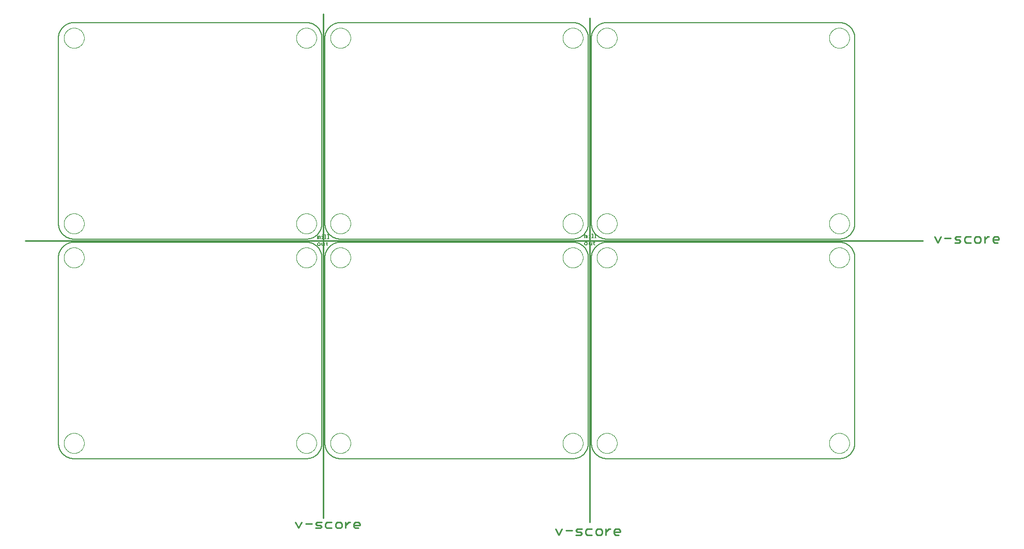
<source format=gko>
G75*
%MOIN*%
%OFA0B0*%
%FSLAX25Y25*%
%IPPOS*%
%LPD*%
%AMOC8*
5,1,8,0,0,1.08239X$1,22.5*
%
%ADD10C,0.00800*%
%ADD11C,0.01000*%
%ADD12C,0.01100*%
%ADD13C,0.00500*%
%ADD14C,0.00000*%
D10*
X0083333Y0086000D02*
X0083333Y0206000D01*
X0083336Y0206242D01*
X0083345Y0206483D01*
X0083359Y0206724D01*
X0083380Y0206965D01*
X0083406Y0207205D01*
X0083438Y0207445D01*
X0083476Y0207684D01*
X0083519Y0207921D01*
X0083569Y0208158D01*
X0083624Y0208393D01*
X0083684Y0208627D01*
X0083751Y0208859D01*
X0083822Y0209090D01*
X0083900Y0209319D01*
X0083983Y0209546D01*
X0084071Y0209771D01*
X0084165Y0209994D01*
X0084264Y0210214D01*
X0084369Y0210432D01*
X0084478Y0210647D01*
X0084593Y0210860D01*
X0084713Y0211070D01*
X0084838Y0211276D01*
X0084968Y0211480D01*
X0085103Y0211681D01*
X0085243Y0211878D01*
X0085387Y0212072D01*
X0085536Y0212262D01*
X0085690Y0212448D01*
X0085848Y0212631D01*
X0086010Y0212810D01*
X0086177Y0212985D01*
X0086348Y0213156D01*
X0086523Y0213323D01*
X0086702Y0213485D01*
X0086885Y0213643D01*
X0087071Y0213797D01*
X0087261Y0213946D01*
X0087455Y0214090D01*
X0087652Y0214230D01*
X0087853Y0214365D01*
X0088057Y0214495D01*
X0088263Y0214620D01*
X0088473Y0214740D01*
X0088686Y0214855D01*
X0088901Y0214964D01*
X0089119Y0215069D01*
X0089339Y0215168D01*
X0089562Y0215262D01*
X0089787Y0215350D01*
X0090014Y0215433D01*
X0090243Y0215511D01*
X0090474Y0215582D01*
X0090706Y0215649D01*
X0090940Y0215709D01*
X0091175Y0215764D01*
X0091412Y0215814D01*
X0091649Y0215857D01*
X0091888Y0215895D01*
X0092128Y0215927D01*
X0092368Y0215953D01*
X0092609Y0215974D01*
X0092850Y0215988D01*
X0093091Y0215997D01*
X0093333Y0216000D01*
X0243333Y0216000D01*
X0243333Y0218000D02*
X0093333Y0218000D01*
X0093091Y0218003D01*
X0092850Y0218012D01*
X0092609Y0218026D01*
X0092368Y0218047D01*
X0092128Y0218073D01*
X0091888Y0218105D01*
X0091649Y0218143D01*
X0091412Y0218186D01*
X0091175Y0218236D01*
X0090940Y0218291D01*
X0090706Y0218351D01*
X0090474Y0218418D01*
X0090243Y0218489D01*
X0090014Y0218567D01*
X0089787Y0218650D01*
X0089562Y0218738D01*
X0089339Y0218832D01*
X0089119Y0218931D01*
X0088901Y0219036D01*
X0088686Y0219145D01*
X0088473Y0219260D01*
X0088263Y0219380D01*
X0088057Y0219505D01*
X0087853Y0219635D01*
X0087652Y0219770D01*
X0087455Y0219910D01*
X0087261Y0220054D01*
X0087071Y0220203D01*
X0086885Y0220357D01*
X0086702Y0220515D01*
X0086523Y0220677D01*
X0086348Y0220844D01*
X0086177Y0221015D01*
X0086010Y0221190D01*
X0085848Y0221369D01*
X0085690Y0221552D01*
X0085536Y0221738D01*
X0085387Y0221928D01*
X0085243Y0222122D01*
X0085103Y0222319D01*
X0084968Y0222520D01*
X0084838Y0222724D01*
X0084713Y0222930D01*
X0084593Y0223140D01*
X0084478Y0223353D01*
X0084369Y0223568D01*
X0084264Y0223786D01*
X0084165Y0224006D01*
X0084071Y0224229D01*
X0083983Y0224454D01*
X0083900Y0224681D01*
X0083822Y0224910D01*
X0083751Y0225141D01*
X0083684Y0225373D01*
X0083624Y0225607D01*
X0083569Y0225842D01*
X0083519Y0226079D01*
X0083476Y0226316D01*
X0083438Y0226555D01*
X0083406Y0226795D01*
X0083380Y0227035D01*
X0083359Y0227276D01*
X0083345Y0227517D01*
X0083336Y0227758D01*
X0083333Y0228000D01*
X0083333Y0348000D01*
X0083336Y0348242D01*
X0083345Y0348483D01*
X0083359Y0348724D01*
X0083380Y0348965D01*
X0083406Y0349205D01*
X0083438Y0349445D01*
X0083476Y0349684D01*
X0083519Y0349921D01*
X0083569Y0350158D01*
X0083624Y0350393D01*
X0083684Y0350627D01*
X0083751Y0350859D01*
X0083822Y0351090D01*
X0083900Y0351319D01*
X0083983Y0351546D01*
X0084071Y0351771D01*
X0084165Y0351994D01*
X0084264Y0352214D01*
X0084369Y0352432D01*
X0084478Y0352647D01*
X0084593Y0352860D01*
X0084713Y0353070D01*
X0084838Y0353276D01*
X0084968Y0353480D01*
X0085103Y0353681D01*
X0085243Y0353878D01*
X0085387Y0354072D01*
X0085536Y0354262D01*
X0085690Y0354448D01*
X0085848Y0354631D01*
X0086010Y0354810D01*
X0086177Y0354985D01*
X0086348Y0355156D01*
X0086523Y0355323D01*
X0086702Y0355485D01*
X0086885Y0355643D01*
X0087071Y0355797D01*
X0087261Y0355946D01*
X0087455Y0356090D01*
X0087652Y0356230D01*
X0087853Y0356365D01*
X0088057Y0356495D01*
X0088263Y0356620D01*
X0088473Y0356740D01*
X0088686Y0356855D01*
X0088901Y0356964D01*
X0089119Y0357069D01*
X0089339Y0357168D01*
X0089562Y0357262D01*
X0089787Y0357350D01*
X0090014Y0357433D01*
X0090243Y0357511D01*
X0090474Y0357582D01*
X0090706Y0357649D01*
X0090940Y0357709D01*
X0091175Y0357764D01*
X0091412Y0357814D01*
X0091649Y0357857D01*
X0091888Y0357895D01*
X0092128Y0357927D01*
X0092368Y0357953D01*
X0092609Y0357974D01*
X0092850Y0357988D01*
X0093091Y0357997D01*
X0093333Y0358000D01*
X0243333Y0358000D01*
X0243575Y0357997D01*
X0243816Y0357988D01*
X0244057Y0357974D01*
X0244298Y0357953D01*
X0244538Y0357927D01*
X0244778Y0357895D01*
X0245017Y0357857D01*
X0245254Y0357814D01*
X0245491Y0357764D01*
X0245726Y0357709D01*
X0245960Y0357649D01*
X0246192Y0357582D01*
X0246423Y0357511D01*
X0246652Y0357433D01*
X0246879Y0357350D01*
X0247104Y0357262D01*
X0247327Y0357168D01*
X0247547Y0357069D01*
X0247765Y0356964D01*
X0247980Y0356855D01*
X0248193Y0356740D01*
X0248403Y0356620D01*
X0248609Y0356495D01*
X0248813Y0356365D01*
X0249014Y0356230D01*
X0249211Y0356090D01*
X0249405Y0355946D01*
X0249595Y0355797D01*
X0249781Y0355643D01*
X0249964Y0355485D01*
X0250143Y0355323D01*
X0250318Y0355156D01*
X0250489Y0354985D01*
X0250656Y0354810D01*
X0250818Y0354631D01*
X0250976Y0354448D01*
X0251130Y0354262D01*
X0251279Y0354072D01*
X0251423Y0353878D01*
X0251563Y0353681D01*
X0251698Y0353480D01*
X0251828Y0353276D01*
X0251953Y0353070D01*
X0252073Y0352860D01*
X0252188Y0352647D01*
X0252297Y0352432D01*
X0252402Y0352214D01*
X0252501Y0351994D01*
X0252595Y0351771D01*
X0252683Y0351546D01*
X0252766Y0351319D01*
X0252844Y0351090D01*
X0252915Y0350859D01*
X0252982Y0350627D01*
X0253042Y0350393D01*
X0253097Y0350158D01*
X0253147Y0349921D01*
X0253190Y0349684D01*
X0253228Y0349445D01*
X0253260Y0349205D01*
X0253286Y0348965D01*
X0253307Y0348724D01*
X0253321Y0348483D01*
X0253330Y0348242D01*
X0253333Y0348000D01*
X0253333Y0228000D01*
X0255333Y0228000D02*
X0255333Y0348000D01*
X0255336Y0348242D01*
X0255345Y0348483D01*
X0255359Y0348724D01*
X0255380Y0348965D01*
X0255406Y0349205D01*
X0255438Y0349445D01*
X0255476Y0349684D01*
X0255519Y0349921D01*
X0255569Y0350158D01*
X0255624Y0350393D01*
X0255684Y0350627D01*
X0255751Y0350859D01*
X0255822Y0351090D01*
X0255900Y0351319D01*
X0255983Y0351546D01*
X0256071Y0351771D01*
X0256165Y0351994D01*
X0256264Y0352214D01*
X0256369Y0352432D01*
X0256478Y0352647D01*
X0256593Y0352860D01*
X0256713Y0353070D01*
X0256838Y0353276D01*
X0256968Y0353480D01*
X0257103Y0353681D01*
X0257243Y0353878D01*
X0257387Y0354072D01*
X0257536Y0354262D01*
X0257690Y0354448D01*
X0257848Y0354631D01*
X0258010Y0354810D01*
X0258177Y0354985D01*
X0258348Y0355156D01*
X0258523Y0355323D01*
X0258702Y0355485D01*
X0258885Y0355643D01*
X0259071Y0355797D01*
X0259261Y0355946D01*
X0259455Y0356090D01*
X0259652Y0356230D01*
X0259853Y0356365D01*
X0260057Y0356495D01*
X0260263Y0356620D01*
X0260473Y0356740D01*
X0260686Y0356855D01*
X0260901Y0356964D01*
X0261119Y0357069D01*
X0261339Y0357168D01*
X0261562Y0357262D01*
X0261787Y0357350D01*
X0262014Y0357433D01*
X0262243Y0357511D01*
X0262474Y0357582D01*
X0262706Y0357649D01*
X0262940Y0357709D01*
X0263175Y0357764D01*
X0263412Y0357814D01*
X0263649Y0357857D01*
X0263888Y0357895D01*
X0264128Y0357927D01*
X0264368Y0357953D01*
X0264609Y0357974D01*
X0264850Y0357988D01*
X0265091Y0357997D01*
X0265333Y0358000D01*
X0415333Y0358000D01*
X0415575Y0357997D01*
X0415816Y0357988D01*
X0416057Y0357974D01*
X0416298Y0357953D01*
X0416538Y0357927D01*
X0416778Y0357895D01*
X0417017Y0357857D01*
X0417254Y0357814D01*
X0417491Y0357764D01*
X0417726Y0357709D01*
X0417960Y0357649D01*
X0418192Y0357582D01*
X0418423Y0357511D01*
X0418652Y0357433D01*
X0418879Y0357350D01*
X0419104Y0357262D01*
X0419327Y0357168D01*
X0419547Y0357069D01*
X0419765Y0356964D01*
X0419980Y0356855D01*
X0420193Y0356740D01*
X0420403Y0356620D01*
X0420609Y0356495D01*
X0420813Y0356365D01*
X0421014Y0356230D01*
X0421211Y0356090D01*
X0421405Y0355946D01*
X0421595Y0355797D01*
X0421781Y0355643D01*
X0421964Y0355485D01*
X0422143Y0355323D01*
X0422318Y0355156D01*
X0422489Y0354985D01*
X0422656Y0354810D01*
X0422818Y0354631D01*
X0422976Y0354448D01*
X0423130Y0354262D01*
X0423279Y0354072D01*
X0423423Y0353878D01*
X0423563Y0353681D01*
X0423698Y0353480D01*
X0423828Y0353276D01*
X0423953Y0353070D01*
X0424073Y0352860D01*
X0424188Y0352647D01*
X0424297Y0352432D01*
X0424402Y0352214D01*
X0424501Y0351994D01*
X0424595Y0351771D01*
X0424683Y0351546D01*
X0424766Y0351319D01*
X0424844Y0351090D01*
X0424915Y0350859D01*
X0424982Y0350627D01*
X0425042Y0350393D01*
X0425097Y0350158D01*
X0425147Y0349921D01*
X0425190Y0349684D01*
X0425228Y0349445D01*
X0425260Y0349205D01*
X0425286Y0348965D01*
X0425307Y0348724D01*
X0425321Y0348483D01*
X0425330Y0348242D01*
X0425333Y0348000D01*
X0425333Y0228000D01*
X0427333Y0228000D02*
X0427333Y0348000D01*
X0427336Y0348242D01*
X0427345Y0348483D01*
X0427359Y0348724D01*
X0427380Y0348965D01*
X0427406Y0349205D01*
X0427438Y0349445D01*
X0427476Y0349684D01*
X0427519Y0349921D01*
X0427569Y0350158D01*
X0427624Y0350393D01*
X0427684Y0350627D01*
X0427751Y0350859D01*
X0427822Y0351090D01*
X0427900Y0351319D01*
X0427983Y0351546D01*
X0428071Y0351771D01*
X0428165Y0351994D01*
X0428264Y0352214D01*
X0428369Y0352432D01*
X0428478Y0352647D01*
X0428593Y0352860D01*
X0428713Y0353070D01*
X0428838Y0353276D01*
X0428968Y0353480D01*
X0429103Y0353681D01*
X0429243Y0353878D01*
X0429387Y0354072D01*
X0429536Y0354262D01*
X0429690Y0354448D01*
X0429848Y0354631D01*
X0430010Y0354810D01*
X0430177Y0354985D01*
X0430348Y0355156D01*
X0430523Y0355323D01*
X0430702Y0355485D01*
X0430885Y0355643D01*
X0431071Y0355797D01*
X0431261Y0355946D01*
X0431455Y0356090D01*
X0431652Y0356230D01*
X0431853Y0356365D01*
X0432057Y0356495D01*
X0432263Y0356620D01*
X0432473Y0356740D01*
X0432686Y0356855D01*
X0432901Y0356964D01*
X0433119Y0357069D01*
X0433339Y0357168D01*
X0433562Y0357262D01*
X0433787Y0357350D01*
X0434014Y0357433D01*
X0434243Y0357511D01*
X0434474Y0357582D01*
X0434706Y0357649D01*
X0434940Y0357709D01*
X0435175Y0357764D01*
X0435412Y0357814D01*
X0435649Y0357857D01*
X0435888Y0357895D01*
X0436128Y0357927D01*
X0436368Y0357953D01*
X0436609Y0357974D01*
X0436850Y0357988D01*
X0437091Y0357997D01*
X0437333Y0358000D01*
X0587333Y0358000D01*
X0587575Y0357997D01*
X0587816Y0357988D01*
X0588057Y0357974D01*
X0588298Y0357953D01*
X0588538Y0357927D01*
X0588778Y0357895D01*
X0589017Y0357857D01*
X0589254Y0357814D01*
X0589491Y0357764D01*
X0589726Y0357709D01*
X0589960Y0357649D01*
X0590192Y0357582D01*
X0590423Y0357511D01*
X0590652Y0357433D01*
X0590879Y0357350D01*
X0591104Y0357262D01*
X0591327Y0357168D01*
X0591547Y0357069D01*
X0591765Y0356964D01*
X0591980Y0356855D01*
X0592193Y0356740D01*
X0592403Y0356620D01*
X0592609Y0356495D01*
X0592813Y0356365D01*
X0593014Y0356230D01*
X0593211Y0356090D01*
X0593405Y0355946D01*
X0593595Y0355797D01*
X0593781Y0355643D01*
X0593964Y0355485D01*
X0594143Y0355323D01*
X0594318Y0355156D01*
X0594489Y0354985D01*
X0594656Y0354810D01*
X0594818Y0354631D01*
X0594976Y0354448D01*
X0595130Y0354262D01*
X0595279Y0354072D01*
X0595423Y0353878D01*
X0595563Y0353681D01*
X0595698Y0353480D01*
X0595828Y0353276D01*
X0595953Y0353070D01*
X0596073Y0352860D01*
X0596188Y0352647D01*
X0596297Y0352432D01*
X0596402Y0352214D01*
X0596501Y0351994D01*
X0596595Y0351771D01*
X0596683Y0351546D01*
X0596766Y0351319D01*
X0596844Y0351090D01*
X0596915Y0350859D01*
X0596982Y0350627D01*
X0597042Y0350393D01*
X0597097Y0350158D01*
X0597147Y0349921D01*
X0597190Y0349684D01*
X0597228Y0349445D01*
X0597260Y0349205D01*
X0597286Y0348965D01*
X0597307Y0348724D01*
X0597321Y0348483D01*
X0597330Y0348242D01*
X0597333Y0348000D01*
X0597333Y0228000D01*
X0597330Y0227758D01*
X0597321Y0227517D01*
X0597307Y0227276D01*
X0597286Y0227035D01*
X0597260Y0226795D01*
X0597228Y0226555D01*
X0597190Y0226316D01*
X0597147Y0226079D01*
X0597097Y0225842D01*
X0597042Y0225607D01*
X0596982Y0225373D01*
X0596915Y0225141D01*
X0596844Y0224910D01*
X0596766Y0224681D01*
X0596683Y0224454D01*
X0596595Y0224229D01*
X0596501Y0224006D01*
X0596402Y0223786D01*
X0596297Y0223568D01*
X0596188Y0223353D01*
X0596073Y0223140D01*
X0595953Y0222930D01*
X0595828Y0222724D01*
X0595698Y0222520D01*
X0595563Y0222319D01*
X0595423Y0222122D01*
X0595279Y0221928D01*
X0595130Y0221738D01*
X0594976Y0221552D01*
X0594818Y0221369D01*
X0594656Y0221190D01*
X0594489Y0221015D01*
X0594318Y0220844D01*
X0594143Y0220677D01*
X0593964Y0220515D01*
X0593781Y0220357D01*
X0593595Y0220203D01*
X0593405Y0220054D01*
X0593211Y0219910D01*
X0593014Y0219770D01*
X0592813Y0219635D01*
X0592609Y0219505D01*
X0592403Y0219380D01*
X0592193Y0219260D01*
X0591980Y0219145D01*
X0591765Y0219036D01*
X0591547Y0218931D01*
X0591327Y0218832D01*
X0591104Y0218738D01*
X0590879Y0218650D01*
X0590652Y0218567D01*
X0590423Y0218489D01*
X0590192Y0218418D01*
X0589960Y0218351D01*
X0589726Y0218291D01*
X0589491Y0218236D01*
X0589254Y0218186D01*
X0589017Y0218143D01*
X0588778Y0218105D01*
X0588538Y0218073D01*
X0588298Y0218047D01*
X0588057Y0218026D01*
X0587816Y0218012D01*
X0587575Y0218003D01*
X0587333Y0218000D01*
X0437333Y0218000D01*
X0437333Y0216000D02*
X0587333Y0216000D01*
X0587575Y0215997D01*
X0587816Y0215988D01*
X0588057Y0215974D01*
X0588298Y0215953D01*
X0588538Y0215927D01*
X0588778Y0215895D01*
X0589017Y0215857D01*
X0589254Y0215814D01*
X0589491Y0215764D01*
X0589726Y0215709D01*
X0589960Y0215649D01*
X0590192Y0215582D01*
X0590423Y0215511D01*
X0590652Y0215433D01*
X0590879Y0215350D01*
X0591104Y0215262D01*
X0591327Y0215168D01*
X0591547Y0215069D01*
X0591765Y0214964D01*
X0591980Y0214855D01*
X0592193Y0214740D01*
X0592403Y0214620D01*
X0592609Y0214495D01*
X0592813Y0214365D01*
X0593014Y0214230D01*
X0593211Y0214090D01*
X0593405Y0213946D01*
X0593595Y0213797D01*
X0593781Y0213643D01*
X0593964Y0213485D01*
X0594143Y0213323D01*
X0594318Y0213156D01*
X0594489Y0212985D01*
X0594656Y0212810D01*
X0594818Y0212631D01*
X0594976Y0212448D01*
X0595130Y0212262D01*
X0595279Y0212072D01*
X0595423Y0211878D01*
X0595563Y0211681D01*
X0595698Y0211480D01*
X0595828Y0211276D01*
X0595953Y0211070D01*
X0596073Y0210860D01*
X0596188Y0210647D01*
X0596297Y0210432D01*
X0596402Y0210214D01*
X0596501Y0209994D01*
X0596595Y0209771D01*
X0596683Y0209546D01*
X0596766Y0209319D01*
X0596844Y0209090D01*
X0596915Y0208859D01*
X0596982Y0208627D01*
X0597042Y0208393D01*
X0597097Y0208158D01*
X0597147Y0207921D01*
X0597190Y0207684D01*
X0597228Y0207445D01*
X0597260Y0207205D01*
X0597286Y0206965D01*
X0597307Y0206724D01*
X0597321Y0206483D01*
X0597330Y0206242D01*
X0597333Y0206000D01*
X0597333Y0086000D01*
X0597330Y0085758D01*
X0597321Y0085517D01*
X0597307Y0085276D01*
X0597286Y0085035D01*
X0597260Y0084795D01*
X0597228Y0084555D01*
X0597190Y0084316D01*
X0597147Y0084079D01*
X0597097Y0083842D01*
X0597042Y0083607D01*
X0596982Y0083373D01*
X0596915Y0083141D01*
X0596844Y0082910D01*
X0596766Y0082681D01*
X0596683Y0082454D01*
X0596595Y0082229D01*
X0596501Y0082006D01*
X0596402Y0081786D01*
X0596297Y0081568D01*
X0596188Y0081353D01*
X0596073Y0081140D01*
X0595953Y0080930D01*
X0595828Y0080724D01*
X0595698Y0080520D01*
X0595563Y0080319D01*
X0595423Y0080122D01*
X0595279Y0079928D01*
X0595130Y0079738D01*
X0594976Y0079552D01*
X0594818Y0079369D01*
X0594656Y0079190D01*
X0594489Y0079015D01*
X0594318Y0078844D01*
X0594143Y0078677D01*
X0593964Y0078515D01*
X0593781Y0078357D01*
X0593595Y0078203D01*
X0593405Y0078054D01*
X0593211Y0077910D01*
X0593014Y0077770D01*
X0592813Y0077635D01*
X0592609Y0077505D01*
X0592403Y0077380D01*
X0592193Y0077260D01*
X0591980Y0077145D01*
X0591765Y0077036D01*
X0591547Y0076931D01*
X0591327Y0076832D01*
X0591104Y0076738D01*
X0590879Y0076650D01*
X0590652Y0076567D01*
X0590423Y0076489D01*
X0590192Y0076418D01*
X0589960Y0076351D01*
X0589726Y0076291D01*
X0589491Y0076236D01*
X0589254Y0076186D01*
X0589017Y0076143D01*
X0588778Y0076105D01*
X0588538Y0076073D01*
X0588298Y0076047D01*
X0588057Y0076026D01*
X0587816Y0076012D01*
X0587575Y0076003D01*
X0587333Y0076000D01*
X0437333Y0076000D01*
X0437091Y0076003D01*
X0436850Y0076012D01*
X0436609Y0076026D01*
X0436368Y0076047D01*
X0436128Y0076073D01*
X0435888Y0076105D01*
X0435649Y0076143D01*
X0435412Y0076186D01*
X0435175Y0076236D01*
X0434940Y0076291D01*
X0434706Y0076351D01*
X0434474Y0076418D01*
X0434243Y0076489D01*
X0434014Y0076567D01*
X0433787Y0076650D01*
X0433562Y0076738D01*
X0433339Y0076832D01*
X0433119Y0076931D01*
X0432901Y0077036D01*
X0432686Y0077145D01*
X0432473Y0077260D01*
X0432263Y0077380D01*
X0432057Y0077505D01*
X0431853Y0077635D01*
X0431652Y0077770D01*
X0431455Y0077910D01*
X0431261Y0078054D01*
X0431071Y0078203D01*
X0430885Y0078357D01*
X0430702Y0078515D01*
X0430523Y0078677D01*
X0430348Y0078844D01*
X0430177Y0079015D01*
X0430010Y0079190D01*
X0429848Y0079369D01*
X0429690Y0079552D01*
X0429536Y0079738D01*
X0429387Y0079928D01*
X0429243Y0080122D01*
X0429103Y0080319D01*
X0428968Y0080520D01*
X0428838Y0080724D01*
X0428713Y0080930D01*
X0428593Y0081140D01*
X0428478Y0081353D01*
X0428369Y0081568D01*
X0428264Y0081786D01*
X0428165Y0082006D01*
X0428071Y0082229D01*
X0427983Y0082454D01*
X0427900Y0082681D01*
X0427822Y0082910D01*
X0427751Y0083141D01*
X0427684Y0083373D01*
X0427624Y0083607D01*
X0427569Y0083842D01*
X0427519Y0084079D01*
X0427476Y0084316D01*
X0427438Y0084555D01*
X0427406Y0084795D01*
X0427380Y0085035D01*
X0427359Y0085276D01*
X0427345Y0085517D01*
X0427336Y0085758D01*
X0427333Y0086000D01*
X0427333Y0206000D01*
X0425333Y0206000D02*
X0425333Y0086000D01*
X0425330Y0085758D01*
X0425321Y0085517D01*
X0425307Y0085276D01*
X0425286Y0085035D01*
X0425260Y0084795D01*
X0425228Y0084555D01*
X0425190Y0084316D01*
X0425147Y0084079D01*
X0425097Y0083842D01*
X0425042Y0083607D01*
X0424982Y0083373D01*
X0424915Y0083141D01*
X0424844Y0082910D01*
X0424766Y0082681D01*
X0424683Y0082454D01*
X0424595Y0082229D01*
X0424501Y0082006D01*
X0424402Y0081786D01*
X0424297Y0081568D01*
X0424188Y0081353D01*
X0424073Y0081140D01*
X0423953Y0080930D01*
X0423828Y0080724D01*
X0423698Y0080520D01*
X0423563Y0080319D01*
X0423423Y0080122D01*
X0423279Y0079928D01*
X0423130Y0079738D01*
X0422976Y0079552D01*
X0422818Y0079369D01*
X0422656Y0079190D01*
X0422489Y0079015D01*
X0422318Y0078844D01*
X0422143Y0078677D01*
X0421964Y0078515D01*
X0421781Y0078357D01*
X0421595Y0078203D01*
X0421405Y0078054D01*
X0421211Y0077910D01*
X0421014Y0077770D01*
X0420813Y0077635D01*
X0420609Y0077505D01*
X0420403Y0077380D01*
X0420193Y0077260D01*
X0419980Y0077145D01*
X0419765Y0077036D01*
X0419547Y0076931D01*
X0419327Y0076832D01*
X0419104Y0076738D01*
X0418879Y0076650D01*
X0418652Y0076567D01*
X0418423Y0076489D01*
X0418192Y0076418D01*
X0417960Y0076351D01*
X0417726Y0076291D01*
X0417491Y0076236D01*
X0417254Y0076186D01*
X0417017Y0076143D01*
X0416778Y0076105D01*
X0416538Y0076073D01*
X0416298Y0076047D01*
X0416057Y0076026D01*
X0415816Y0076012D01*
X0415575Y0076003D01*
X0415333Y0076000D01*
X0265333Y0076000D01*
X0265091Y0076003D01*
X0264850Y0076012D01*
X0264609Y0076026D01*
X0264368Y0076047D01*
X0264128Y0076073D01*
X0263888Y0076105D01*
X0263649Y0076143D01*
X0263412Y0076186D01*
X0263175Y0076236D01*
X0262940Y0076291D01*
X0262706Y0076351D01*
X0262474Y0076418D01*
X0262243Y0076489D01*
X0262014Y0076567D01*
X0261787Y0076650D01*
X0261562Y0076738D01*
X0261339Y0076832D01*
X0261119Y0076931D01*
X0260901Y0077036D01*
X0260686Y0077145D01*
X0260473Y0077260D01*
X0260263Y0077380D01*
X0260057Y0077505D01*
X0259853Y0077635D01*
X0259652Y0077770D01*
X0259455Y0077910D01*
X0259261Y0078054D01*
X0259071Y0078203D01*
X0258885Y0078357D01*
X0258702Y0078515D01*
X0258523Y0078677D01*
X0258348Y0078844D01*
X0258177Y0079015D01*
X0258010Y0079190D01*
X0257848Y0079369D01*
X0257690Y0079552D01*
X0257536Y0079738D01*
X0257387Y0079928D01*
X0257243Y0080122D01*
X0257103Y0080319D01*
X0256968Y0080520D01*
X0256838Y0080724D01*
X0256713Y0080930D01*
X0256593Y0081140D01*
X0256478Y0081353D01*
X0256369Y0081568D01*
X0256264Y0081786D01*
X0256165Y0082006D01*
X0256071Y0082229D01*
X0255983Y0082454D01*
X0255900Y0082681D01*
X0255822Y0082910D01*
X0255751Y0083141D01*
X0255684Y0083373D01*
X0255624Y0083607D01*
X0255569Y0083842D01*
X0255519Y0084079D01*
X0255476Y0084316D01*
X0255438Y0084555D01*
X0255406Y0084795D01*
X0255380Y0085035D01*
X0255359Y0085276D01*
X0255345Y0085517D01*
X0255336Y0085758D01*
X0255333Y0086000D01*
X0255333Y0206000D01*
X0253333Y0206000D02*
X0253333Y0086000D01*
X0253330Y0085758D01*
X0253321Y0085517D01*
X0253307Y0085276D01*
X0253286Y0085035D01*
X0253260Y0084795D01*
X0253228Y0084555D01*
X0253190Y0084316D01*
X0253147Y0084079D01*
X0253097Y0083842D01*
X0253042Y0083607D01*
X0252982Y0083373D01*
X0252915Y0083141D01*
X0252844Y0082910D01*
X0252766Y0082681D01*
X0252683Y0082454D01*
X0252595Y0082229D01*
X0252501Y0082006D01*
X0252402Y0081786D01*
X0252297Y0081568D01*
X0252188Y0081353D01*
X0252073Y0081140D01*
X0251953Y0080930D01*
X0251828Y0080724D01*
X0251698Y0080520D01*
X0251563Y0080319D01*
X0251423Y0080122D01*
X0251279Y0079928D01*
X0251130Y0079738D01*
X0250976Y0079552D01*
X0250818Y0079369D01*
X0250656Y0079190D01*
X0250489Y0079015D01*
X0250318Y0078844D01*
X0250143Y0078677D01*
X0249964Y0078515D01*
X0249781Y0078357D01*
X0249595Y0078203D01*
X0249405Y0078054D01*
X0249211Y0077910D01*
X0249014Y0077770D01*
X0248813Y0077635D01*
X0248609Y0077505D01*
X0248403Y0077380D01*
X0248193Y0077260D01*
X0247980Y0077145D01*
X0247765Y0077036D01*
X0247547Y0076931D01*
X0247327Y0076832D01*
X0247104Y0076738D01*
X0246879Y0076650D01*
X0246652Y0076567D01*
X0246423Y0076489D01*
X0246192Y0076418D01*
X0245960Y0076351D01*
X0245726Y0076291D01*
X0245491Y0076236D01*
X0245254Y0076186D01*
X0245017Y0076143D01*
X0244778Y0076105D01*
X0244538Y0076073D01*
X0244298Y0076047D01*
X0244057Y0076026D01*
X0243816Y0076012D01*
X0243575Y0076003D01*
X0243333Y0076000D01*
X0093333Y0076000D01*
X0093091Y0076003D01*
X0092850Y0076012D01*
X0092609Y0076026D01*
X0092368Y0076047D01*
X0092128Y0076073D01*
X0091888Y0076105D01*
X0091649Y0076143D01*
X0091412Y0076186D01*
X0091175Y0076236D01*
X0090940Y0076291D01*
X0090706Y0076351D01*
X0090474Y0076418D01*
X0090243Y0076489D01*
X0090014Y0076567D01*
X0089787Y0076650D01*
X0089562Y0076738D01*
X0089339Y0076832D01*
X0089119Y0076931D01*
X0088901Y0077036D01*
X0088686Y0077145D01*
X0088473Y0077260D01*
X0088263Y0077380D01*
X0088057Y0077505D01*
X0087853Y0077635D01*
X0087652Y0077770D01*
X0087455Y0077910D01*
X0087261Y0078054D01*
X0087071Y0078203D01*
X0086885Y0078357D01*
X0086702Y0078515D01*
X0086523Y0078677D01*
X0086348Y0078844D01*
X0086177Y0079015D01*
X0086010Y0079190D01*
X0085848Y0079369D01*
X0085690Y0079552D01*
X0085536Y0079738D01*
X0085387Y0079928D01*
X0085243Y0080122D01*
X0085103Y0080319D01*
X0084968Y0080520D01*
X0084838Y0080724D01*
X0084713Y0080930D01*
X0084593Y0081140D01*
X0084478Y0081353D01*
X0084369Y0081568D01*
X0084264Y0081786D01*
X0084165Y0082006D01*
X0084071Y0082229D01*
X0083983Y0082454D01*
X0083900Y0082681D01*
X0083822Y0082910D01*
X0083751Y0083141D01*
X0083684Y0083373D01*
X0083624Y0083607D01*
X0083569Y0083842D01*
X0083519Y0084079D01*
X0083476Y0084316D01*
X0083438Y0084555D01*
X0083406Y0084795D01*
X0083380Y0085035D01*
X0083359Y0085276D01*
X0083345Y0085517D01*
X0083336Y0085758D01*
X0083333Y0086000D01*
X0243333Y0216000D02*
X0243575Y0215997D01*
X0243816Y0215988D01*
X0244057Y0215974D01*
X0244298Y0215953D01*
X0244538Y0215927D01*
X0244778Y0215895D01*
X0245017Y0215857D01*
X0245254Y0215814D01*
X0245491Y0215764D01*
X0245726Y0215709D01*
X0245960Y0215649D01*
X0246192Y0215582D01*
X0246423Y0215511D01*
X0246652Y0215433D01*
X0246879Y0215350D01*
X0247104Y0215262D01*
X0247327Y0215168D01*
X0247547Y0215069D01*
X0247765Y0214964D01*
X0247980Y0214855D01*
X0248193Y0214740D01*
X0248403Y0214620D01*
X0248609Y0214495D01*
X0248813Y0214365D01*
X0249014Y0214230D01*
X0249211Y0214090D01*
X0249405Y0213946D01*
X0249595Y0213797D01*
X0249781Y0213643D01*
X0249964Y0213485D01*
X0250143Y0213323D01*
X0250318Y0213156D01*
X0250489Y0212985D01*
X0250656Y0212810D01*
X0250818Y0212631D01*
X0250976Y0212448D01*
X0251130Y0212262D01*
X0251279Y0212072D01*
X0251423Y0211878D01*
X0251563Y0211681D01*
X0251698Y0211480D01*
X0251828Y0211276D01*
X0251953Y0211070D01*
X0252073Y0210860D01*
X0252188Y0210647D01*
X0252297Y0210432D01*
X0252402Y0210214D01*
X0252501Y0209994D01*
X0252595Y0209771D01*
X0252683Y0209546D01*
X0252766Y0209319D01*
X0252844Y0209090D01*
X0252915Y0208859D01*
X0252982Y0208627D01*
X0253042Y0208393D01*
X0253097Y0208158D01*
X0253147Y0207921D01*
X0253190Y0207684D01*
X0253228Y0207445D01*
X0253260Y0207205D01*
X0253286Y0206965D01*
X0253307Y0206724D01*
X0253321Y0206483D01*
X0253330Y0206242D01*
X0253333Y0206000D01*
X0255333Y0206000D02*
X0255336Y0206242D01*
X0255345Y0206483D01*
X0255359Y0206724D01*
X0255380Y0206965D01*
X0255406Y0207205D01*
X0255438Y0207445D01*
X0255476Y0207684D01*
X0255519Y0207921D01*
X0255569Y0208158D01*
X0255624Y0208393D01*
X0255684Y0208627D01*
X0255751Y0208859D01*
X0255822Y0209090D01*
X0255900Y0209319D01*
X0255983Y0209546D01*
X0256071Y0209771D01*
X0256165Y0209994D01*
X0256264Y0210214D01*
X0256369Y0210432D01*
X0256478Y0210647D01*
X0256593Y0210860D01*
X0256713Y0211070D01*
X0256838Y0211276D01*
X0256968Y0211480D01*
X0257103Y0211681D01*
X0257243Y0211878D01*
X0257387Y0212072D01*
X0257536Y0212262D01*
X0257690Y0212448D01*
X0257848Y0212631D01*
X0258010Y0212810D01*
X0258177Y0212985D01*
X0258348Y0213156D01*
X0258523Y0213323D01*
X0258702Y0213485D01*
X0258885Y0213643D01*
X0259071Y0213797D01*
X0259261Y0213946D01*
X0259455Y0214090D01*
X0259652Y0214230D01*
X0259853Y0214365D01*
X0260057Y0214495D01*
X0260263Y0214620D01*
X0260473Y0214740D01*
X0260686Y0214855D01*
X0260901Y0214964D01*
X0261119Y0215069D01*
X0261339Y0215168D01*
X0261562Y0215262D01*
X0261787Y0215350D01*
X0262014Y0215433D01*
X0262243Y0215511D01*
X0262474Y0215582D01*
X0262706Y0215649D01*
X0262940Y0215709D01*
X0263175Y0215764D01*
X0263412Y0215814D01*
X0263649Y0215857D01*
X0263888Y0215895D01*
X0264128Y0215927D01*
X0264368Y0215953D01*
X0264609Y0215974D01*
X0264850Y0215988D01*
X0265091Y0215997D01*
X0265333Y0216000D01*
X0415333Y0216000D01*
X0415333Y0218000D02*
X0265333Y0218000D01*
X0265091Y0218003D01*
X0264850Y0218012D01*
X0264609Y0218026D01*
X0264368Y0218047D01*
X0264128Y0218073D01*
X0263888Y0218105D01*
X0263649Y0218143D01*
X0263412Y0218186D01*
X0263175Y0218236D01*
X0262940Y0218291D01*
X0262706Y0218351D01*
X0262474Y0218418D01*
X0262243Y0218489D01*
X0262014Y0218567D01*
X0261787Y0218650D01*
X0261562Y0218738D01*
X0261339Y0218832D01*
X0261119Y0218931D01*
X0260901Y0219036D01*
X0260686Y0219145D01*
X0260473Y0219260D01*
X0260263Y0219380D01*
X0260057Y0219505D01*
X0259853Y0219635D01*
X0259652Y0219770D01*
X0259455Y0219910D01*
X0259261Y0220054D01*
X0259071Y0220203D01*
X0258885Y0220357D01*
X0258702Y0220515D01*
X0258523Y0220677D01*
X0258348Y0220844D01*
X0258177Y0221015D01*
X0258010Y0221190D01*
X0257848Y0221369D01*
X0257690Y0221552D01*
X0257536Y0221738D01*
X0257387Y0221928D01*
X0257243Y0222122D01*
X0257103Y0222319D01*
X0256968Y0222520D01*
X0256838Y0222724D01*
X0256713Y0222930D01*
X0256593Y0223140D01*
X0256478Y0223353D01*
X0256369Y0223568D01*
X0256264Y0223786D01*
X0256165Y0224006D01*
X0256071Y0224229D01*
X0255983Y0224454D01*
X0255900Y0224681D01*
X0255822Y0224910D01*
X0255751Y0225141D01*
X0255684Y0225373D01*
X0255624Y0225607D01*
X0255569Y0225842D01*
X0255519Y0226079D01*
X0255476Y0226316D01*
X0255438Y0226555D01*
X0255406Y0226795D01*
X0255380Y0227035D01*
X0255359Y0227276D01*
X0255345Y0227517D01*
X0255336Y0227758D01*
X0255333Y0228000D01*
X0253333Y0228000D02*
X0253330Y0227758D01*
X0253321Y0227517D01*
X0253307Y0227276D01*
X0253286Y0227035D01*
X0253260Y0226795D01*
X0253228Y0226555D01*
X0253190Y0226316D01*
X0253147Y0226079D01*
X0253097Y0225842D01*
X0253042Y0225607D01*
X0252982Y0225373D01*
X0252915Y0225141D01*
X0252844Y0224910D01*
X0252766Y0224681D01*
X0252683Y0224454D01*
X0252595Y0224229D01*
X0252501Y0224006D01*
X0252402Y0223786D01*
X0252297Y0223568D01*
X0252188Y0223353D01*
X0252073Y0223140D01*
X0251953Y0222930D01*
X0251828Y0222724D01*
X0251698Y0222520D01*
X0251563Y0222319D01*
X0251423Y0222122D01*
X0251279Y0221928D01*
X0251130Y0221738D01*
X0250976Y0221552D01*
X0250818Y0221369D01*
X0250656Y0221190D01*
X0250489Y0221015D01*
X0250318Y0220844D01*
X0250143Y0220677D01*
X0249964Y0220515D01*
X0249781Y0220357D01*
X0249595Y0220203D01*
X0249405Y0220054D01*
X0249211Y0219910D01*
X0249014Y0219770D01*
X0248813Y0219635D01*
X0248609Y0219505D01*
X0248403Y0219380D01*
X0248193Y0219260D01*
X0247980Y0219145D01*
X0247765Y0219036D01*
X0247547Y0218931D01*
X0247327Y0218832D01*
X0247104Y0218738D01*
X0246879Y0218650D01*
X0246652Y0218567D01*
X0246423Y0218489D01*
X0246192Y0218418D01*
X0245960Y0218351D01*
X0245726Y0218291D01*
X0245491Y0218236D01*
X0245254Y0218186D01*
X0245017Y0218143D01*
X0244778Y0218105D01*
X0244538Y0218073D01*
X0244298Y0218047D01*
X0244057Y0218026D01*
X0243816Y0218012D01*
X0243575Y0218003D01*
X0243333Y0218000D01*
X0415333Y0218000D02*
X0415575Y0218003D01*
X0415816Y0218012D01*
X0416057Y0218026D01*
X0416298Y0218047D01*
X0416538Y0218073D01*
X0416778Y0218105D01*
X0417017Y0218143D01*
X0417254Y0218186D01*
X0417491Y0218236D01*
X0417726Y0218291D01*
X0417960Y0218351D01*
X0418192Y0218418D01*
X0418423Y0218489D01*
X0418652Y0218567D01*
X0418879Y0218650D01*
X0419104Y0218738D01*
X0419327Y0218832D01*
X0419547Y0218931D01*
X0419765Y0219036D01*
X0419980Y0219145D01*
X0420193Y0219260D01*
X0420403Y0219380D01*
X0420609Y0219505D01*
X0420813Y0219635D01*
X0421014Y0219770D01*
X0421211Y0219910D01*
X0421405Y0220054D01*
X0421595Y0220203D01*
X0421781Y0220357D01*
X0421964Y0220515D01*
X0422143Y0220677D01*
X0422318Y0220844D01*
X0422489Y0221015D01*
X0422656Y0221190D01*
X0422818Y0221369D01*
X0422976Y0221552D01*
X0423130Y0221738D01*
X0423279Y0221928D01*
X0423423Y0222122D01*
X0423563Y0222319D01*
X0423698Y0222520D01*
X0423828Y0222724D01*
X0423953Y0222930D01*
X0424073Y0223140D01*
X0424188Y0223353D01*
X0424297Y0223568D01*
X0424402Y0223786D01*
X0424501Y0224006D01*
X0424595Y0224229D01*
X0424683Y0224454D01*
X0424766Y0224681D01*
X0424844Y0224910D01*
X0424915Y0225141D01*
X0424982Y0225373D01*
X0425042Y0225607D01*
X0425097Y0225842D01*
X0425147Y0226079D01*
X0425190Y0226316D01*
X0425228Y0226555D01*
X0425260Y0226795D01*
X0425286Y0227035D01*
X0425307Y0227276D01*
X0425321Y0227517D01*
X0425330Y0227758D01*
X0425333Y0228000D01*
X0427333Y0228000D02*
X0427336Y0227758D01*
X0427345Y0227517D01*
X0427359Y0227276D01*
X0427380Y0227035D01*
X0427406Y0226795D01*
X0427438Y0226555D01*
X0427476Y0226316D01*
X0427519Y0226079D01*
X0427569Y0225842D01*
X0427624Y0225607D01*
X0427684Y0225373D01*
X0427751Y0225141D01*
X0427822Y0224910D01*
X0427900Y0224681D01*
X0427983Y0224454D01*
X0428071Y0224229D01*
X0428165Y0224006D01*
X0428264Y0223786D01*
X0428369Y0223568D01*
X0428478Y0223353D01*
X0428593Y0223140D01*
X0428713Y0222930D01*
X0428838Y0222724D01*
X0428968Y0222520D01*
X0429103Y0222319D01*
X0429243Y0222122D01*
X0429387Y0221928D01*
X0429536Y0221738D01*
X0429690Y0221552D01*
X0429848Y0221369D01*
X0430010Y0221190D01*
X0430177Y0221015D01*
X0430348Y0220844D01*
X0430523Y0220677D01*
X0430702Y0220515D01*
X0430885Y0220357D01*
X0431071Y0220203D01*
X0431261Y0220054D01*
X0431455Y0219910D01*
X0431652Y0219770D01*
X0431853Y0219635D01*
X0432057Y0219505D01*
X0432263Y0219380D01*
X0432473Y0219260D01*
X0432686Y0219145D01*
X0432901Y0219036D01*
X0433119Y0218931D01*
X0433339Y0218832D01*
X0433562Y0218738D01*
X0433787Y0218650D01*
X0434014Y0218567D01*
X0434243Y0218489D01*
X0434474Y0218418D01*
X0434706Y0218351D01*
X0434940Y0218291D01*
X0435175Y0218236D01*
X0435412Y0218186D01*
X0435649Y0218143D01*
X0435888Y0218105D01*
X0436128Y0218073D01*
X0436368Y0218047D01*
X0436609Y0218026D01*
X0436850Y0218012D01*
X0437091Y0218003D01*
X0437333Y0218000D01*
X0437333Y0216000D02*
X0437091Y0215997D01*
X0436850Y0215988D01*
X0436609Y0215974D01*
X0436368Y0215953D01*
X0436128Y0215927D01*
X0435888Y0215895D01*
X0435649Y0215857D01*
X0435412Y0215814D01*
X0435175Y0215764D01*
X0434940Y0215709D01*
X0434706Y0215649D01*
X0434474Y0215582D01*
X0434243Y0215511D01*
X0434014Y0215433D01*
X0433787Y0215350D01*
X0433562Y0215262D01*
X0433339Y0215168D01*
X0433119Y0215069D01*
X0432901Y0214964D01*
X0432686Y0214855D01*
X0432473Y0214740D01*
X0432263Y0214620D01*
X0432057Y0214495D01*
X0431853Y0214365D01*
X0431652Y0214230D01*
X0431455Y0214090D01*
X0431261Y0213946D01*
X0431071Y0213797D01*
X0430885Y0213643D01*
X0430702Y0213485D01*
X0430523Y0213323D01*
X0430348Y0213156D01*
X0430177Y0212985D01*
X0430010Y0212810D01*
X0429848Y0212631D01*
X0429690Y0212448D01*
X0429536Y0212262D01*
X0429387Y0212072D01*
X0429243Y0211878D01*
X0429103Y0211681D01*
X0428968Y0211480D01*
X0428838Y0211276D01*
X0428713Y0211070D01*
X0428593Y0210860D01*
X0428478Y0210647D01*
X0428369Y0210432D01*
X0428264Y0210214D01*
X0428165Y0209994D01*
X0428071Y0209771D01*
X0427983Y0209546D01*
X0427900Y0209319D01*
X0427822Y0209090D01*
X0427751Y0208859D01*
X0427684Y0208627D01*
X0427624Y0208393D01*
X0427569Y0208158D01*
X0427519Y0207921D01*
X0427476Y0207684D01*
X0427438Y0207445D01*
X0427406Y0207205D01*
X0427380Y0206965D01*
X0427359Y0206724D01*
X0427345Y0206483D01*
X0427336Y0206242D01*
X0427333Y0206000D01*
X0425333Y0206000D02*
X0425330Y0206242D01*
X0425321Y0206483D01*
X0425307Y0206724D01*
X0425286Y0206965D01*
X0425260Y0207205D01*
X0425228Y0207445D01*
X0425190Y0207684D01*
X0425147Y0207921D01*
X0425097Y0208158D01*
X0425042Y0208393D01*
X0424982Y0208627D01*
X0424915Y0208859D01*
X0424844Y0209090D01*
X0424766Y0209319D01*
X0424683Y0209546D01*
X0424595Y0209771D01*
X0424501Y0209994D01*
X0424402Y0210214D01*
X0424297Y0210432D01*
X0424188Y0210647D01*
X0424073Y0210860D01*
X0423953Y0211070D01*
X0423828Y0211276D01*
X0423698Y0211480D01*
X0423563Y0211681D01*
X0423423Y0211878D01*
X0423279Y0212072D01*
X0423130Y0212262D01*
X0422976Y0212448D01*
X0422818Y0212631D01*
X0422656Y0212810D01*
X0422489Y0212985D01*
X0422318Y0213156D01*
X0422143Y0213323D01*
X0421964Y0213485D01*
X0421781Y0213643D01*
X0421595Y0213797D01*
X0421405Y0213946D01*
X0421211Y0214090D01*
X0421014Y0214230D01*
X0420813Y0214365D01*
X0420609Y0214495D01*
X0420403Y0214620D01*
X0420193Y0214740D01*
X0419980Y0214855D01*
X0419765Y0214964D01*
X0419547Y0215069D01*
X0419327Y0215168D01*
X0419104Y0215262D01*
X0418879Y0215350D01*
X0418652Y0215433D01*
X0418423Y0215511D01*
X0418192Y0215582D01*
X0417960Y0215649D01*
X0417726Y0215709D01*
X0417491Y0215764D01*
X0417254Y0215814D01*
X0417017Y0215857D01*
X0416778Y0215895D01*
X0416538Y0215927D01*
X0416298Y0215953D01*
X0416057Y0215974D01*
X0415816Y0215988D01*
X0415575Y0215997D01*
X0415333Y0216000D01*
D11*
X0426333Y0361000D02*
X0426333Y0035000D01*
X0254333Y0037500D02*
X0254333Y0363500D01*
X0061833Y0217000D02*
X0641333Y0217000D01*
D12*
X0648883Y0219487D02*
X0650852Y0215550D01*
X0652820Y0219487D01*
X0655329Y0218503D02*
X0659266Y0218503D01*
X0661774Y0218503D02*
X0662758Y0219487D01*
X0665711Y0219487D01*
X0664727Y0217518D02*
X0662758Y0217518D01*
X0661774Y0218503D01*
X0661774Y0215550D02*
X0664727Y0215550D01*
X0665711Y0216534D01*
X0664727Y0217518D01*
X0668220Y0216534D02*
X0669204Y0215550D01*
X0672157Y0215550D01*
X0674665Y0216534D02*
X0675649Y0215550D01*
X0677618Y0215550D01*
X0678602Y0216534D01*
X0678602Y0218503D01*
X0677618Y0219487D01*
X0675649Y0219487D01*
X0674665Y0218503D01*
X0674665Y0216534D01*
X0672157Y0219487D02*
X0669204Y0219487D01*
X0668220Y0218503D01*
X0668220Y0216534D01*
X0681111Y0215550D02*
X0681111Y0219487D01*
X0683079Y0219487D02*
X0681111Y0217518D01*
X0683079Y0219487D02*
X0684063Y0219487D01*
X0686482Y0218503D02*
X0687466Y0219487D01*
X0689435Y0219487D01*
X0690419Y0218503D01*
X0690419Y0217518D01*
X0686482Y0217518D01*
X0686482Y0216534D02*
X0686482Y0218503D01*
X0686482Y0216534D02*
X0687466Y0215550D01*
X0689435Y0215550D01*
X0445919Y0029503D02*
X0445919Y0028518D01*
X0441982Y0028518D01*
X0441982Y0027534D02*
X0441982Y0029503D01*
X0442966Y0030487D01*
X0444935Y0030487D01*
X0445919Y0029503D01*
X0444935Y0026550D02*
X0442966Y0026550D01*
X0441982Y0027534D01*
X0439563Y0030487D02*
X0438579Y0030487D01*
X0436611Y0028518D01*
X0436611Y0026550D02*
X0436611Y0030487D01*
X0434102Y0029503D02*
X0433118Y0030487D01*
X0431149Y0030487D01*
X0430165Y0029503D01*
X0430165Y0027534D01*
X0431149Y0026550D01*
X0433118Y0026550D01*
X0434102Y0027534D01*
X0434102Y0029503D01*
X0427657Y0030487D02*
X0424704Y0030487D01*
X0423720Y0029503D01*
X0423720Y0027534D01*
X0424704Y0026550D01*
X0427657Y0026550D01*
X0421211Y0027534D02*
X0420227Y0028518D01*
X0418258Y0028518D01*
X0417274Y0029503D01*
X0418258Y0030487D01*
X0421211Y0030487D01*
X0421211Y0027534D02*
X0420227Y0026550D01*
X0417274Y0026550D01*
X0414766Y0029503D02*
X0410829Y0029503D01*
X0408320Y0030487D02*
X0406352Y0026550D01*
X0404383Y0030487D01*
X0277919Y0033018D02*
X0273982Y0033018D01*
X0273982Y0032034D02*
X0273982Y0034003D01*
X0274966Y0034987D01*
X0276935Y0034987D01*
X0277919Y0034003D01*
X0277919Y0033018D01*
X0276935Y0031050D02*
X0274966Y0031050D01*
X0273982Y0032034D01*
X0271563Y0034987D02*
X0270579Y0034987D01*
X0268611Y0033018D01*
X0268611Y0031050D02*
X0268611Y0034987D01*
X0266102Y0034003D02*
X0265118Y0034987D01*
X0263149Y0034987D01*
X0262165Y0034003D01*
X0262165Y0032034D01*
X0263149Y0031050D01*
X0265118Y0031050D01*
X0266102Y0032034D01*
X0266102Y0034003D01*
X0259657Y0034987D02*
X0256704Y0034987D01*
X0255720Y0034003D01*
X0255720Y0032034D01*
X0256704Y0031050D01*
X0259657Y0031050D01*
X0253211Y0032034D02*
X0252227Y0033018D01*
X0250258Y0033018D01*
X0249274Y0034003D01*
X0250258Y0034987D01*
X0253211Y0034987D01*
X0253211Y0032034D02*
X0252227Y0031050D01*
X0249274Y0031050D01*
X0246766Y0034003D02*
X0242829Y0034003D01*
X0240320Y0034987D02*
X0238352Y0031050D01*
X0236383Y0034987D01*
D13*
X0251000Y0213750D02*
X0250583Y0214167D01*
X0250583Y0215001D01*
X0251000Y0215418D01*
X0251834Y0215418D01*
X0252251Y0215001D01*
X0252251Y0214167D01*
X0251834Y0213750D01*
X0251000Y0213750D01*
X0253346Y0214167D02*
X0253763Y0213750D01*
X0255014Y0213750D01*
X0255014Y0215418D01*
X0256108Y0215418D02*
X0256942Y0215418D01*
X0256525Y0215835D02*
X0256525Y0214167D01*
X0256942Y0213750D01*
X0253346Y0214167D02*
X0253346Y0215418D01*
X0253346Y0218250D02*
X0254180Y0218250D01*
X0253763Y0218250D02*
X0253763Y0219918D01*
X0253346Y0219918D01*
X0253763Y0220752D02*
X0253763Y0221169D01*
X0255187Y0220752D02*
X0255604Y0220752D01*
X0255604Y0218250D01*
X0255187Y0218250D02*
X0256021Y0218250D01*
X0257029Y0218250D02*
X0257863Y0218250D01*
X0257446Y0218250D02*
X0257446Y0220752D01*
X0257029Y0220752D01*
X0252251Y0219501D02*
X0252251Y0218250D01*
X0251417Y0218250D02*
X0251417Y0219501D01*
X0251834Y0219918D01*
X0252251Y0219501D01*
X0251417Y0219501D02*
X0251000Y0219918D01*
X0250583Y0219918D01*
X0250583Y0218250D01*
X0423083Y0218750D02*
X0423083Y0220418D01*
X0423500Y0220418D01*
X0423917Y0220001D01*
X0424334Y0220418D01*
X0424751Y0220001D01*
X0424751Y0218750D01*
X0423917Y0218750D02*
X0423917Y0220001D01*
X0425846Y0220418D02*
X0426263Y0220418D01*
X0426263Y0218750D01*
X0425846Y0218750D02*
X0426680Y0218750D01*
X0427687Y0218750D02*
X0428521Y0218750D01*
X0428104Y0218750D02*
X0428104Y0221252D01*
X0427687Y0221252D01*
X0426263Y0221252D02*
X0426263Y0221669D01*
X0429529Y0221252D02*
X0429946Y0221252D01*
X0429946Y0218750D01*
X0429529Y0218750D02*
X0430363Y0218750D01*
X0429025Y0216335D02*
X0429025Y0214667D01*
X0429442Y0214250D01*
X0429442Y0215918D02*
X0428608Y0215918D01*
X0427514Y0215918D02*
X0427514Y0214250D01*
X0426263Y0214250D01*
X0425846Y0214667D01*
X0425846Y0215918D01*
X0424751Y0215501D02*
X0424334Y0215918D01*
X0423500Y0215918D01*
X0423083Y0215501D01*
X0423083Y0214667D01*
X0423500Y0214250D01*
X0424334Y0214250D01*
X0424751Y0214667D01*
X0424751Y0215501D01*
D14*
X0430833Y0206000D02*
X0430835Y0206161D01*
X0430841Y0206321D01*
X0430851Y0206482D01*
X0430865Y0206642D01*
X0430883Y0206802D01*
X0430904Y0206961D01*
X0430930Y0207120D01*
X0430960Y0207278D01*
X0430993Y0207435D01*
X0431031Y0207592D01*
X0431072Y0207747D01*
X0431117Y0207901D01*
X0431166Y0208054D01*
X0431219Y0208206D01*
X0431275Y0208357D01*
X0431336Y0208506D01*
X0431399Y0208654D01*
X0431467Y0208800D01*
X0431538Y0208944D01*
X0431612Y0209086D01*
X0431690Y0209227D01*
X0431772Y0209365D01*
X0431857Y0209502D01*
X0431945Y0209636D01*
X0432037Y0209768D01*
X0432132Y0209898D01*
X0432230Y0210026D01*
X0432331Y0210151D01*
X0432435Y0210273D01*
X0432542Y0210393D01*
X0432652Y0210510D01*
X0432765Y0210625D01*
X0432881Y0210736D01*
X0433000Y0210845D01*
X0433121Y0210950D01*
X0433245Y0211053D01*
X0433371Y0211153D01*
X0433499Y0211249D01*
X0433630Y0211342D01*
X0433764Y0211432D01*
X0433899Y0211519D01*
X0434037Y0211602D01*
X0434176Y0211682D01*
X0434318Y0211758D01*
X0434461Y0211831D01*
X0434606Y0211900D01*
X0434753Y0211966D01*
X0434901Y0212028D01*
X0435051Y0212086D01*
X0435202Y0212141D01*
X0435355Y0212192D01*
X0435509Y0212239D01*
X0435664Y0212282D01*
X0435820Y0212321D01*
X0435976Y0212357D01*
X0436134Y0212388D01*
X0436292Y0212416D01*
X0436451Y0212440D01*
X0436611Y0212460D01*
X0436771Y0212476D01*
X0436931Y0212488D01*
X0437092Y0212496D01*
X0437253Y0212500D01*
X0437413Y0212500D01*
X0437574Y0212496D01*
X0437735Y0212488D01*
X0437895Y0212476D01*
X0438055Y0212460D01*
X0438215Y0212440D01*
X0438374Y0212416D01*
X0438532Y0212388D01*
X0438690Y0212357D01*
X0438846Y0212321D01*
X0439002Y0212282D01*
X0439157Y0212239D01*
X0439311Y0212192D01*
X0439464Y0212141D01*
X0439615Y0212086D01*
X0439765Y0212028D01*
X0439913Y0211966D01*
X0440060Y0211900D01*
X0440205Y0211831D01*
X0440348Y0211758D01*
X0440490Y0211682D01*
X0440629Y0211602D01*
X0440767Y0211519D01*
X0440902Y0211432D01*
X0441036Y0211342D01*
X0441167Y0211249D01*
X0441295Y0211153D01*
X0441421Y0211053D01*
X0441545Y0210950D01*
X0441666Y0210845D01*
X0441785Y0210736D01*
X0441901Y0210625D01*
X0442014Y0210510D01*
X0442124Y0210393D01*
X0442231Y0210273D01*
X0442335Y0210151D01*
X0442436Y0210026D01*
X0442534Y0209898D01*
X0442629Y0209768D01*
X0442721Y0209636D01*
X0442809Y0209502D01*
X0442894Y0209365D01*
X0442976Y0209227D01*
X0443054Y0209086D01*
X0443128Y0208944D01*
X0443199Y0208800D01*
X0443267Y0208654D01*
X0443330Y0208506D01*
X0443391Y0208357D01*
X0443447Y0208206D01*
X0443500Y0208054D01*
X0443549Y0207901D01*
X0443594Y0207747D01*
X0443635Y0207592D01*
X0443673Y0207435D01*
X0443706Y0207278D01*
X0443736Y0207120D01*
X0443762Y0206961D01*
X0443783Y0206802D01*
X0443801Y0206642D01*
X0443815Y0206482D01*
X0443825Y0206321D01*
X0443831Y0206161D01*
X0443833Y0206000D01*
X0443831Y0205839D01*
X0443825Y0205679D01*
X0443815Y0205518D01*
X0443801Y0205358D01*
X0443783Y0205198D01*
X0443762Y0205039D01*
X0443736Y0204880D01*
X0443706Y0204722D01*
X0443673Y0204565D01*
X0443635Y0204408D01*
X0443594Y0204253D01*
X0443549Y0204099D01*
X0443500Y0203946D01*
X0443447Y0203794D01*
X0443391Y0203643D01*
X0443330Y0203494D01*
X0443267Y0203346D01*
X0443199Y0203200D01*
X0443128Y0203056D01*
X0443054Y0202914D01*
X0442976Y0202773D01*
X0442894Y0202635D01*
X0442809Y0202498D01*
X0442721Y0202364D01*
X0442629Y0202232D01*
X0442534Y0202102D01*
X0442436Y0201974D01*
X0442335Y0201849D01*
X0442231Y0201727D01*
X0442124Y0201607D01*
X0442014Y0201490D01*
X0441901Y0201375D01*
X0441785Y0201264D01*
X0441666Y0201155D01*
X0441545Y0201050D01*
X0441421Y0200947D01*
X0441295Y0200847D01*
X0441167Y0200751D01*
X0441036Y0200658D01*
X0440902Y0200568D01*
X0440767Y0200481D01*
X0440629Y0200398D01*
X0440490Y0200318D01*
X0440348Y0200242D01*
X0440205Y0200169D01*
X0440060Y0200100D01*
X0439913Y0200034D01*
X0439765Y0199972D01*
X0439615Y0199914D01*
X0439464Y0199859D01*
X0439311Y0199808D01*
X0439157Y0199761D01*
X0439002Y0199718D01*
X0438846Y0199679D01*
X0438690Y0199643D01*
X0438532Y0199612D01*
X0438374Y0199584D01*
X0438215Y0199560D01*
X0438055Y0199540D01*
X0437895Y0199524D01*
X0437735Y0199512D01*
X0437574Y0199504D01*
X0437413Y0199500D01*
X0437253Y0199500D01*
X0437092Y0199504D01*
X0436931Y0199512D01*
X0436771Y0199524D01*
X0436611Y0199540D01*
X0436451Y0199560D01*
X0436292Y0199584D01*
X0436134Y0199612D01*
X0435976Y0199643D01*
X0435820Y0199679D01*
X0435664Y0199718D01*
X0435509Y0199761D01*
X0435355Y0199808D01*
X0435202Y0199859D01*
X0435051Y0199914D01*
X0434901Y0199972D01*
X0434753Y0200034D01*
X0434606Y0200100D01*
X0434461Y0200169D01*
X0434318Y0200242D01*
X0434176Y0200318D01*
X0434037Y0200398D01*
X0433899Y0200481D01*
X0433764Y0200568D01*
X0433630Y0200658D01*
X0433499Y0200751D01*
X0433371Y0200847D01*
X0433245Y0200947D01*
X0433121Y0201050D01*
X0433000Y0201155D01*
X0432881Y0201264D01*
X0432765Y0201375D01*
X0432652Y0201490D01*
X0432542Y0201607D01*
X0432435Y0201727D01*
X0432331Y0201849D01*
X0432230Y0201974D01*
X0432132Y0202102D01*
X0432037Y0202232D01*
X0431945Y0202364D01*
X0431857Y0202498D01*
X0431772Y0202635D01*
X0431690Y0202773D01*
X0431612Y0202914D01*
X0431538Y0203056D01*
X0431467Y0203200D01*
X0431399Y0203346D01*
X0431336Y0203494D01*
X0431275Y0203643D01*
X0431219Y0203794D01*
X0431166Y0203946D01*
X0431117Y0204099D01*
X0431072Y0204253D01*
X0431031Y0204408D01*
X0430993Y0204565D01*
X0430960Y0204722D01*
X0430930Y0204880D01*
X0430904Y0205039D01*
X0430883Y0205198D01*
X0430865Y0205358D01*
X0430851Y0205518D01*
X0430841Y0205679D01*
X0430835Y0205839D01*
X0430833Y0206000D01*
X0408833Y0206000D02*
X0408835Y0206161D01*
X0408841Y0206321D01*
X0408851Y0206482D01*
X0408865Y0206642D01*
X0408883Y0206802D01*
X0408904Y0206961D01*
X0408930Y0207120D01*
X0408960Y0207278D01*
X0408993Y0207435D01*
X0409031Y0207592D01*
X0409072Y0207747D01*
X0409117Y0207901D01*
X0409166Y0208054D01*
X0409219Y0208206D01*
X0409275Y0208357D01*
X0409336Y0208506D01*
X0409399Y0208654D01*
X0409467Y0208800D01*
X0409538Y0208944D01*
X0409612Y0209086D01*
X0409690Y0209227D01*
X0409772Y0209365D01*
X0409857Y0209502D01*
X0409945Y0209636D01*
X0410037Y0209768D01*
X0410132Y0209898D01*
X0410230Y0210026D01*
X0410331Y0210151D01*
X0410435Y0210273D01*
X0410542Y0210393D01*
X0410652Y0210510D01*
X0410765Y0210625D01*
X0410881Y0210736D01*
X0411000Y0210845D01*
X0411121Y0210950D01*
X0411245Y0211053D01*
X0411371Y0211153D01*
X0411499Y0211249D01*
X0411630Y0211342D01*
X0411764Y0211432D01*
X0411899Y0211519D01*
X0412037Y0211602D01*
X0412176Y0211682D01*
X0412318Y0211758D01*
X0412461Y0211831D01*
X0412606Y0211900D01*
X0412753Y0211966D01*
X0412901Y0212028D01*
X0413051Y0212086D01*
X0413202Y0212141D01*
X0413355Y0212192D01*
X0413509Y0212239D01*
X0413664Y0212282D01*
X0413820Y0212321D01*
X0413976Y0212357D01*
X0414134Y0212388D01*
X0414292Y0212416D01*
X0414451Y0212440D01*
X0414611Y0212460D01*
X0414771Y0212476D01*
X0414931Y0212488D01*
X0415092Y0212496D01*
X0415253Y0212500D01*
X0415413Y0212500D01*
X0415574Y0212496D01*
X0415735Y0212488D01*
X0415895Y0212476D01*
X0416055Y0212460D01*
X0416215Y0212440D01*
X0416374Y0212416D01*
X0416532Y0212388D01*
X0416690Y0212357D01*
X0416846Y0212321D01*
X0417002Y0212282D01*
X0417157Y0212239D01*
X0417311Y0212192D01*
X0417464Y0212141D01*
X0417615Y0212086D01*
X0417765Y0212028D01*
X0417913Y0211966D01*
X0418060Y0211900D01*
X0418205Y0211831D01*
X0418348Y0211758D01*
X0418490Y0211682D01*
X0418629Y0211602D01*
X0418767Y0211519D01*
X0418902Y0211432D01*
X0419036Y0211342D01*
X0419167Y0211249D01*
X0419295Y0211153D01*
X0419421Y0211053D01*
X0419545Y0210950D01*
X0419666Y0210845D01*
X0419785Y0210736D01*
X0419901Y0210625D01*
X0420014Y0210510D01*
X0420124Y0210393D01*
X0420231Y0210273D01*
X0420335Y0210151D01*
X0420436Y0210026D01*
X0420534Y0209898D01*
X0420629Y0209768D01*
X0420721Y0209636D01*
X0420809Y0209502D01*
X0420894Y0209365D01*
X0420976Y0209227D01*
X0421054Y0209086D01*
X0421128Y0208944D01*
X0421199Y0208800D01*
X0421267Y0208654D01*
X0421330Y0208506D01*
X0421391Y0208357D01*
X0421447Y0208206D01*
X0421500Y0208054D01*
X0421549Y0207901D01*
X0421594Y0207747D01*
X0421635Y0207592D01*
X0421673Y0207435D01*
X0421706Y0207278D01*
X0421736Y0207120D01*
X0421762Y0206961D01*
X0421783Y0206802D01*
X0421801Y0206642D01*
X0421815Y0206482D01*
X0421825Y0206321D01*
X0421831Y0206161D01*
X0421833Y0206000D01*
X0421831Y0205839D01*
X0421825Y0205679D01*
X0421815Y0205518D01*
X0421801Y0205358D01*
X0421783Y0205198D01*
X0421762Y0205039D01*
X0421736Y0204880D01*
X0421706Y0204722D01*
X0421673Y0204565D01*
X0421635Y0204408D01*
X0421594Y0204253D01*
X0421549Y0204099D01*
X0421500Y0203946D01*
X0421447Y0203794D01*
X0421391Y0203643D01*
X0421330Y0203494D01*
X0421267Y0203346D01*
X0421199Y0203200D01*
X0421128Y0203056D01*
X0421054Y0202914D01*
X0420976Y0202773D01*
X0420894Y0202635D01*
X0420809Y0202498D01*
X0420721Y0202364D01*
X0420629Y0202232D01*
X0420534Y0202102D01*
X0420436Y0201974D01*
X0420335Y0201849D01*
X0420231Y0201727D01*
X0420124Y0201607D01*
X0420014Y0201490D01*
X0419901Y0201375D01*
X0419785Y0201264D01*
X0419666Y0201155D01*
X0419545Y0201050D01*
X0419421Y0200947D01*
X0419295Y0200847D01*
X0419167Y0200751D01*
X0419036Y0200658D01*
X0418902Y0200568D01*
X0418767Y0200481D01*
X0418629Y0200398D01*
X0418490Y0200318D01*
X0418348Y0200242D01*
X0418205Y0200169D01*
X0418060Y0200100D01*
X0417913Y0200034D01*
X0417765Y0199972D01*
X0417615Y0199914D01*
X0417464Y0199859D01*
X0417311Y0199808D01*
X0417157Y0199761D01*
X0417002Y0199718D01*
X0416846Y0199679D01*
X0416690Y0199643D01*
X0416532Y0199612D01*
X0416374Y0199584D01*
X0416215Y0199560D01*
X0416055Y0199540D01*
X0415895Y0199524D01*
X0415735Y0199512D01*
X0415574Y0199504D01*
X0415413Y0199500D01*
X0415253Y0199500D01*
X0415092Y0199504D01*
X0414931Y0199512D01*
X0414771Y0199524D01*
X0414611Y0199540D01*
X0414451Y0199560D01*
X0414292Y0199584D01*
X0414134Y0199612D01*
X0413976Y0199643D01*
X0413820Y0199679D01*
X0413664Y0199718D01*
X0413509Y0199761D01*
X0413355Y0199808D01*
X0413202Y0199859D01*
X0413051Y0199914D01*
X0412901Y0199972D01*
X0412753Y0200034D01*
X0412606Y0200100D01*
X0412461Y0200169D01*
X0412318Y0200242D01*
X0412176Y0200318D01*
X0412037Y0200398D01*
X0411899Y0200481D01*
X0411764Y0200568D01*
X0411630Y0200658D01*
X0411499Y0200751D01*
X0411371Y0200847D01*
X0411245Y0200947D01*
X0411121Y0201050D01*
X0411000Y0201155D01*
X0410881Y0201264D01*
X0410765Y0201375D01*
X0410652Y0201490D01*
X0410542Y0201607D01*
X0410435Y0201727D01*
X0410331Y0201849D01*
X0410230Y0201974D01*
X0410132Y0202102D01*
X0410037Y0202232D01*
X0409945Y0202364D01*
X0409857Y0202498D01*
X0409772Y0202635D01*
X0409690Y0202773D01*
X0409612Y0202914D01*
X0409538Y0203056D01*
X0409467Y0203200D01*
X0409399Y0203346D01*
X0409336Y0203494D01*
X0409275Y0203643D01*
X0409219Y0203794D01*
X0409166Y0203946D01*
X0409117Y0204099D01*
X0409072Y0204253D01*
X0409031Y0204408D01*
X0408993Y0204565D01*
X0408960Y0204722D01*
X0408930Y0204880D01*
X0408904Y0205039D01*
X0408883Y0205198D01*
X0408865Y0205358D01*
X0408851Y0205518D01*
X0408841Y0205679D01*
X0408835Y0205839D01*
X0408833Y0206000D01*
X0408833Y0228000D02*
X0408835Y0228161D01*
X0408841Y0228321D01*
X0408851Y0228482D01*
X0408865Y0228642D01*
X0408883Y0228802D01*
X0408904Y0228961D01*
X0408930Y0229120D01*
X0408960Y0229278D01*
X0408993Y0229435D01*
X0409031Y0229592D01*
X0409072Y0229747D01*
X0409117Y0229901D01*
X0409166Y0230054D01*
X0409219Y0230206D01*
X0409275Y0230357D01*
X0409336Y0230506D01*
X0409399Y0230654D01*
X0409467Y0230800D01*
X0409538Y0230944D01*
X0409612Y0231086D01*
X0409690Y0231227D01*
X0409772Y0231365D01*
X0409857Y0231502D01*
X0409945Y0231636D01*
X0410037Y0231768D01*
X0410132Y0231898D01*
X0410230Y0232026D01*
X0410331Y0232151D01*
X0410435Y0232273D01*
X0410542Y0232393D01*
X0410652Y0232510D01*
X0410765Y0232625D01*
X0410881Y0232736D01*
X0411000Y0232845D01*
X0411121Y0232950D01*
X0411245Y0233053D01*
X0411371Y0233153D01*
X0411499Y0233249D01*
X0411630Y0233342D01*
X0411764Y0233432D01*
X0411899Y0233519D01*
X0412037Y0233602D01*
X0412176Y0233682D01*
X0412318Y0233758D01*
X0412461Y0233831D01*
X0412606Y0233900D01*
X0412753Y0233966D01*
X0412901Y0234028D01*
X0413051Y0234086D01*
X0413202Y0234141D01*
X0413355Y0234192D01*
X0413509Y0234239D01*
X0413664Y0234282D01*
X0413820Y0234321D01*
X0413976Y0234357D01*
X0414134Y0234388D01*
X0414292Y0234416D01*
X0414451Y0234440D01*
X0414611Y0234460D01*
X0414771Y0234476D01*
X0414931Y0234488D01*
X0415092Y0234496D01*
X0415253Y0234500D01*
X0415413Y0234500D01*
X0415574Y0234496D01*
X0415735Y0234488D01*
X0415895Y0234476D01*
X0416055Y0234460D01*
X0416215Y0234440D01*
X0416374Y0234416D01*
X0416532Y0234388D01*
X0416690Y0234357D01*
X0416846Y0234321D01*
X0417002Y0234282D01*
X0417157Y0234239D01*
X0417311Y0234192D01*
X0417464Y0234141D01*
X0417615Y0234086D01*
X0417765Y0234028D01*
X0417913Y0233966D01*
X0418060Y0233900D01*
X0418205Y0233831D01*
X0418348Y0233758D01*
X0418490Y0233682D01*
X0418629Y0233602D01*
X0418767Y0233519D01*
X0418902Y0233432D01*
X0419036Y0233342D01*
X0419167Y0233249D01*
X0419295Y0233153D01*
X0419421Y0233053D01*
X0419545Y0232950D01*
X0419666Y0232845D01*
X0419785Y0232736D01*
X0419901Y0232625D01*
X0420014Y0232510D01*
X0420124Y0232393D01*
X0420231Y0232273D01*
X0420335Y0232151D01*
X0420436Y0232026D01*
X0420534Y0231898D01*
X0420629Y0231768D01*
X0420721Y0231636D01*
X0420809Y0231502D01*
X0420894Y0231365D01*
X0420976Y0231227D01*
X0421054Y0231086D01*
X0421128Y0230944D01*
X0421199Y0230800D01*
X0421267Y0230654D01*
X0421330Y0230506D01*
X0421391Y0230357D01*
X0421447Y0230206D01*
X0421500Y0230054D01*
X0421549Y0229901D01*
X0421594Y0229747D01*
X0421635Y0229592D01*
X0421673Y0229435D01*
X0421706Y0229278D01*
X0421736Y0229120D01*
X0421762Y0228961D01*
X0421783Y0228802D01*
X0421801Y0228642D01*
X0421815Y0228482D01*
X0421825Y0228321D01*
X0421831Y0228161D01*
X0421833Y0228000D01*
X0421831Y0227839D01*
X0421825Y0227679D01*
X0421815Y0227518D01*
X0421801Y0227358D01*
X0421783Y0227198D01*
X0421762Y0227039D01*
X0421736Y0226880D01*
X0421706Y0226722D01*
X0421673Y0226565D01*
X0421635Y0226408D01*
X0421594Y0226253D01*
X0421549Y0226099D01*
X0421500Y0225946D01*
X0421447Y0225794D01*
X0421391Y0225643D01*
X0421330Y0225494D01*
X0421267Y0225346D01*
X0421199Y0225200D01*
X0421128Y0225056D01*
X0421054Y0224914D01*
X0420976Y0224773D01*
X0420894Y0224635D01*
X0420809Y0224498D01*
X0420721Y0224364D01*
X0420629Y0224232D01*
X0420534Y0224102D01*
X0420436Y0223974D01*
X0420335Y0223849D01*
X0420231Y0223727D01*
X0420124Y0223607D01*
X0420014Y0223490D01*
X0419901Y0223375D01*
X0419785Y0223264D01*
X0419666Y0223155D01*
X0419545Y0223050D01*
X0419421Y0222947D01*
X0419295Y0222847D01*
X0419167Y0222751D01*
X0419036Y0222658D01*
X0418902Y0222568D01*
X0418767Y0222481D01*
X0418629Y0222398D01*
X0418490Y0222318D01*
X0418348Y0222242D01*
X0418205Y0222169D01*
X0418060Y0222100D01*
X0417913Y0222034D01*
X0417765Y0221972D01*
X0417615Y0221914D01*
X0417464Y0221859D01*
X0417311Y0221808D01*
X0417157Y0221761D01*
X0417002Y0221718D01*
X0416846Y0221679D01*
X0416690Y0221643D01*
X0416532Y0221612D01*
X0416374Y0221584D01*
X0416215Y0221560D01*
X0416055Y0221540D01*
X0415895Y0221524D01*
X0415735Y0221512D01*
X0415574Y0221504D01*
X0415413Y0221500D01*
X0415253Y0221500D01*
X0415092Y0221504D01*
X0414931Y0221512D01*
X0414771Y0221524D01*
X0414611Y0221540D01*
X0414451Y0221560D01*
X0414292Y0221584D01*
X0414134Y0221612D01*
X0413976Y0221643D01*
X0413820Y0221679D01*
X0413664Y0221718D01*
X0413509Y0221761D01*
X0413355Y0221808D01*
X0413202Y0221859D01*
X0413051Y0221914D01*
X0412901Y0221972D01*
X0412753Y0222034D01*
X0412606Y0222100D01*
X0412461Y0222169D01*
X0412318Y0222242D01*
X0412176Y0222318D01*
X0412037Y0222398D01*
X0411899Y0222481D01*
X0411764Y0222568D01*
X0411630Y0222658D01*
X0411499Y0222751D01*
X0411371Y0222847D01*
X0411245Y0222947D01*
X0411121Y0223050D01*
X0411000Y0223155D01*
X0410881Y0223264D01*
X0410765Y0223375D01*
X0410652Y0223490D01*
X0410542Y0223607D01*
X0410435Y0223727D01*
X0410331Y0223849D01*
X0410230Y0223974D01*
X0410132Y0224102D01*
X0410037Y0224232D01*
X0409945Y0224364D01*
X0409857Y0224498D01*
X0409772Y0224635D01*
X0409690Y0224773D01*
X0409612Y0224914D01*
X0409538Y0225056D01*
X0409467Y0225200D01*
X0409399Y0225346D01*
X0409336Y0225494D01*
X0409275Y0225643D01*
X0409219Y0225794D01*
X0409166Y0225946D01*
X0409117Y0226099D01*
X0409072Y0226253D01*
X0409031Y0226408D01*
X0408993Y0226565D01*
X0408960Y0226722D01*
X0408930Y0226880D01*
X0408904Y0227039D01*
X0408883Y0227198D01*
X0408865Y0227358D01*
X0408851Y0227518D01*
X0408841Y0227679D01*
X0408835Y0227839D01*
X0408833Y0228000D01*
X0430833Y0228000D02*
X0430835Y0228161D01*
X0430841Y0228321D01*
X0430851Y0228482D01*
X0430865Y0228642D01*
X0430883Y0228802D01*
X0430904Y0228961D01*
X0430930Y0229120D01*
X0430960Y0229278D01*
X0430993Y0229435D01*
X0431031Y0229592D01*
X0431072Y0229747D01*
X0431117Y0229901D01*
X0431166Y0230054D01*
X0431219Y0230206D01*
X0431275Y0230357D01*
X0431336Y0230506D01*
X0431399Y0230654D01*
X0431467Y0230800D01*
X0431538Y0230944D01*
X0431612Y0231086D01*
X0431690Y0231227D01*
X0431772Y0231365D01*
X0431857Y0231502D01*
X0431945Y0231636D01*
X0432037Y0231768D01*
X0432132Y0231898D01*
X0432230Y0232026D01*
X0432331Y0232151D01*
X0432435Y0232273D01*
X0432542Y0232393D01*
X0432652Y0232510D01*
X0432765Y0232625D01*
X0432881Y0232736D01*
X0433000Y0232845D01*
X0433121Y0232950D01*
X0433245Y0233053D01*
X0433371Y0233153D01*
X0433499Y0233249D01*
X0433630Y0233342D01*
X0433764Y0233432D01*
X0433899Y0233519D01*
X0434037Y0233602D01*
X0434176Y0233682D01*
X0434318Y0233758D01*
X0434461Y0233831D01*
X0434606Y0233900D01*
X0434753Y0233966D01*
X0434901Y0234028D01*
X0435051Y0234086D01*
X0435202Y0234141D01*
X0435355Y0234192D01*
X0435509Y0234239D01*
X0435664Y0234282D01*
X0435820Y0234321D01*
X0435976Y0234357D01*
X0436134Y0234388D01*
X0436292Y0234416D01*
X0436451Y0234440D01*
X0436611Y0234460D01*
X0436771Y0234476D01*
X0436931Y0234488D01*
X0437092Y0234496D01*
X0437253Y0234500D01*
X0437413Y0234500D01*
X0437574Y0234496D01*
X0437735Y0234488D01*
X0437895Y0234476D01*
X0438055Y0234460D01*
X0438215Y0234440D01*
X0438374Y0234416D01*
X0438532Y0234388D01*
X0438690Y0234357D01*
X0438846Y0234321D01*
X0439002Y0234282D01*
X0439157Y0234239D01*
X0439311Y0234192D01*
X0439464Y0234141D01*
X0439615Y0234086D01*
X0439765Y0234028D01*
X0439913Y0233966D01*
X0440060Y0233900D01*
X0440205Y0233831D01*
X0440348Y0233758D01*
X0440490Y0233682D01*
X0440629Y0233602D01*
X0440767Y0233519D01*
X0440902Y0233432D01*
X0441036Y0233342D01*
X0441167Y0233249D01*
X0441295Y0233153D01*
X0441421Y0233053D01*
X0441545Y0232950D01*
X0441666Y0232845D01*
X0441785Y0232736D01*
X0441901Y0232625D01*
X0442014Y0232510D01*
X0442124Y0232393D01*
X0442231Y0232273D01*
X0442335Y0232151D01*
X0442436Y0232026D01*
X0442534Y0231898D01*
X0442629Y0231768D01*
X0442721Y0231636D01*
X0442809Y0231502D01*
X0442894Y0231365D01*
X0442976Y0231227D01*
X0443054Y0231086D01*
X0443128Y0230944D01*
X0443199Y0230800D01*
X0443267Y0230654D01*
X0443330Y0230506D01*
X0443391Y0230357D01*
X0443447Y0230206D01*
X0443500Y0230054D01*
X0443549Y0229901D01*
X0443594Y0229747D01*
X0443635Y0229592D01*
X0443673Y0229435D01*
X0443706Y0229278D01*
X0443736Y0229120D01*
X0443762Y0228961D01*
X0443783Y0228802D01*
X0443801Y0228642D01*
X0443815Y0228482D01*
X0443825Y0228321D01*
X0443831Y0228161D01*
X0443833Y0228000D01*
X0443831Y0227839D01*
X0443825Y0227679D01*
X0443815Y0227518D01*
X0443801Y0227358D01*
X0443783Y0227198D01*
X0443762Y0227039D01*
X0443736Y0226880D01*
X0443706Y0226722D01*
X0443673Y0226565D01*
X0443635Y0226408D01*
X0443594Y0226253D01*
X0443549Y0226099D01*
X0443500Y0225946D01*
X0443447Y0225794D01*
X0443391Y0225643D01*
X0443330Y0225494D01*
X0443267Y0225346D01*
X0443199Y0225200D01*
X0443128Y0225056D01*
X0443054Y0224914D01*
X0442976Y0224773D01*
X0442894Y0224635D01*
X0442809Y0224498D01*
X0442721Y0224364D01*
X0442629Y0224232D01*
X0442534Y0224102D01*
X0442436Y0223974D01*
X0442335Y0223849D01*
X0442231Y0223727D01*
X0442124Y0223607D01*
X0442014Y0223490D01*
X0441901Y0223375D01*
X0441785Y0223264D01*
X0441666Y0223155D01*
X0441545Y0223050D01*
X0441421Y0222947D01*
X0441295Y0222847D01*
X0441167Y0222751D01*
X0441036Y0222658D01*
X0440902Y0222568D01*
X0440767Y0222481D01*
X0440629Y0222398D01*
X0440490Y0222318D01*
X0440348Y0222242D01*
X0440205Y0222169D01*
X0440060Y0222100D01*
X0439913Y0222034D01*
X0439765Y0221972D01*
X0439615Y0221914D01*
X0439464Y0221859D01*
X0439311Y0221808D01*
X0439157Y0221761D01*
X0439002Y0221718D01*
X0438846Y0221679D01*
X0438690Y0221643D01*
X0438532Y0221612D01*
X0438374Y0221584D01*
X0438215Y0221560D01*
X0438055Y0221540D01*
X0437895Y0221524D01*
X0437735Y0221512D01*
X0437574Y0221504D01*
X0437413Y0221500D01*
X0437253Y0221500D01*
X0437092Y0221504D01*
X0436931Y0221512D01*
X0436771Y0221524D01*
X0436611Y0221540D01*
X0436451Y0221560D01*
X0436292Y0221584D01*
X0436134Y0221612D01*
X0435976Y0221643D01*
X0435820Y0221679D01*
X0435664Y0221718D01*
X0435509Y0221761D01*
X0435355Y0221808D01*
X0435202Y0221859D01*
X0435051Y0221914D01*
X0434901Y0221972D01*
X0434753Y0222034D01*
X0434606Y0222100D01*
X0434461Y0222169D01*
X0434318Y0222242D01*
X0434176Y0222318D01*
X0434037Y0222398D01*
X0433899Y0222481D01*
X0433764Y0222568D01*
X0433630Y0222658D01*
X0433499Y0222751D01*
X0433371Y0222847D01*
X0433245Y0222947D01*
X0433121Y0223050D01*
X0433000Y0223155D01*
X0432881Y0223264D01*
X0432765Y0223375D01*
X0432652Y0223490D01*
X0432542Y0223607D01*
X0432435Y0223727D01*
X0432331Y0223849D01*
X0432230Y0223974D01*
X0432132Y0224102D01*
X0432037Y0224232D01*
X0431945Y0224364D01*
X0431857Y0224498D01*
X0431772Y0224635D01*
X0431690Y0224773D01*
X0431612Y0224914D01*
X0431538Y0225056D01*
X0431467Y0225200D01*
X0431399Y0225346D01*
X0431336Y0225494D01*
X0431275Y0225643D01*
X0431219Y0225794D01*
X0431166Y0225946D01*
X0431117Y0226099D01*
X0431072Y0226253D01*
X0431031Y0226408D01*
X0430993Y0226565D01*
X0430960Y0226722D01*
X0430930Y0226880D01*
X0430904Y0227039D01*
X0430883Y0227198D01*
X0430865Y0227358D01*
X0430851Y0227518D01*
X0430841Y0227679D01*
X0430835Y0227839D01*
X0430833Y0228000D01*
X0430833Y0348000D02*
X0430835Y0348161D01*
X0430841Y0348321D01*
X0430851Y0348482D01*
X0430865Y0348642D01*
X0430883Y0348802D01*
X0430904Y0348961D01*
X0430930Y0349120D01*
X0430960Y0349278D01*
X0430993Y0349435D01*
X0431031Y0349592D01*
X0431072Y0349747D01*
X0431117Y0349901D01*
X0431166Y0350054D01*
X0431219Y0350206D01*
X0431275Y0350357D01*
X0431336Y0350506D01*
X0431399Y0350654D01*
X0431467Y0350800D01*
X0431538Y0350944D01*
X0431612Y0351086D01*
X0431690Y0351227D01*
X0431772Y0351365D01*
X0431857Y0351502D01*
X0431945Y0351636D01*
X0432037Y0351768D01*
X0432132Y0351898D01*
X0432230Y0352026D01*
X0432331Y0352151D01*
X0432435Y0352273D01*
X0432542Y0352393D01*
X0432652Y0352510D01*
X0432765Y0352625D01*
X0432881Y0352736D01*
X0433000Y0352845D01*
X0433121Y0352950D01*
X0433245Y0353053D01*
X0433371Y0353153D01*
X0433499Y0353249D01*
X0433630Y0353342D01*
X0433764Y0353432D01*
X0433899Y0353519D01*
X0434037Y0353602D01*
X0434176Y0353682D01*
X0434318Y0353758D01*
X0434461Y0353831D01*
X0434606Y0353900D01*
X0434753Y0353966D01*
X0434901Y0354028D01*
X0435051Y0354086D01*
X0435202Y0354141D01*
X0435355Y0354192D01*
X0435509Y0354239D01*
X0435664Y0354282D01*
X0435820Y0354321D01*
X0435976Y0354357D01*
X0436134Y0354388D01*
X0436292Y0354416D01*
X0436451Y0354440D01*
X0436611Y0354460D01*
X0436771Y0354476D01*
X0436931Y0354488D01*
X0437092Y0354496D01*
X0437253Y0354500D01*
X0437413Y0354500D01*
X0437574Y0354496D01*
X0437735Y0354488D01*
X0437895Y0354476D01*
X0438055Y0354460D01*
X0438215Y0354440D01*
X0438374Y0354416D01*
X0438532Y0354388D01*
X0438690Y0354357D01*
X0438846Y0354321D01*
X0439002Y0354282D01*
X0439157Y0354239D01*
X0439311Y0354192D01*
X0439464Y0354141D01*
X0439615Y0354086D01*
X0439765Y0354028D01*
X0439913Y0353966D01*
X0440060Y0353900D01*
X0440205Y0353831D01*
X0440348Y0353758D01*
X0440490Y0353682D01*
X0440629Y0353602D01*
X0440767Y0353519D01*
X0440902Y0353432D01*
X0441036Y0353342D01*
X0441167Y0353249D01*
X0441295Y0353153D01*
X0441421Y0353053D01*
X0441545Y0352950D01*
X0441666Y0352845D01*
X0441785Y0352736D01*
X0441901Y0352625D01*
X0442014Y0352510D01*
X0442124Y0352393D01*
X0442231Y0352273D01*
X0442335Y0352151D01*
X0442436Y0352026D01*
X0442534Y0351898D01*
X0442629Y0351768D01*
X0442721Y0351636D01*
X0442809Y0351502D01*
X0442894Y0351365D01*
X0442976Y0351227D01*
X0443054Y0351086D01*
X0443128Y0350944D01*
X0443199Y0350800D01*
X0443267Y0350654D01*
X0443330Y0350506D01*
X0443391Y0350357D01*
X0443447Y0350206D01*
X0443500Y0350054D01*
X0443549Y0349901D01*
X0443594Y0349747D01*
X0443635Y0349592D01*
X0443673Y0349435D01*
X0443706Y0349278D01*
X0443736Y0349120D01*
X0443762Y0348961D01*
X0443783Y0348802D01*
X0443801Y0348642D01*
X0443815Y0348482D01*
X0443825Y0348321D01*
X0443831Y0348161D01*
X0443833Y0348000D01*
X0443831Y0347839D01*
X0443825Y0347679D01*
X0443815Y0347518D01*
X0443801Y0347358D01*
X0443783Y0347198D01*
X0443762Y0347039D01*
X0443736Y0346880D01*
X0443706Y0346722D01*
X0443673Y0346565D01*
X0443635Y0346408D01*
X0443594Y0346253D01*
X0443549Y0346099D01*
X0443500Y0345946D01*
X0443447Y0345794D01*
X0443391Y0345643D01*
X0443330Y0345494D01*
X0443267Y0345346D01*
X0443199Y0345200D01*
X0443128Y0345056D01*
X0443054Y0344914D01*
X0442976Y0344773D01*
X0442894Y0344635D01*
X0442809Y0344498D01*
X0442721Y0344364D01*
X0442629Y0344232D01*
X0442534Y0344102D01*
X0442436Y0343974D01*
X0442335Y0343849D01*
X0442231Y0343727D01*
X0442124Y0343607D01*
X0442014Y0343490D01*
X0441901Y0343375D01*
X0441785Y0343264D01*
X0441666Y0343155D01*
X0441545Y0343050D01*
X0441421Y0342947D01*
X0441295Y0342847D01*
X0441167Y0342751D01*
X0441036Y0342658D01*
X0440902Y0342568D01*
X0440767Y0342481D01*
X0440629Y0342398D01*
X0440490Y0342318D01*
X0440348Y0342242D01*
X0440205Y0342169D01*
X0440060Y0342100D01*
X0439913Y0342034D01*
X0439765Y0341972D01*
X0439615Y0341914D01*
X0439464Y0341859D01*
X0439311Y0341808D01*
X0439157Y0341761D01*
X0439002Y0341718D01*
X0438846Y0341679D01*
X0438690Y0341643D01*
X0438532Y0341612D01*
X0438374Y0341584D01*
X0438215Y0341560D01*
X0438055Y0341540D01*
X0437895Y0341524D01*
X0437735Y0341512D01*
X0437574Y0341504D01*
X0437413Y0341500D01*
X0437253Y0341500D01*
X0437092Y0341504D01*
X0436931Y0341512D01*
X0436771Y0341524D01*
X0436611Y0341540D01*
X0436451Y0341560D01*
X0436292Y0341584D01*
X0436134Y0341612D01*
X0435976Y0341643D01*
X0435820Y0341679D01*
X0435664Y0341718D01*
X0435509Y0341761D01*
X0435355Y0341808D01*
X0435202Y0341859D01*
X0435051Y0341914D01*
X0434901Y0341972D01*
X0434753Y0342034D01*
X0434606Y0342100D01*
X0434461Y0342169D01*
X0434318Y0342242D01*
X0434176Y0342318D01*
X0434037Y0342398D01*
X0433899Y0342481D01*
X0433764Y0342568D01*
X0433630Y0342658D01*
X0433499Y0342751D01*
X0433371Y0342847D01*
X0433245Y0342947D01*
X0433121Y0343050D01*
X0433000Y0343155D01*
X0432881Y0343264D01*
X0432765Y0343375D01*
X0432652Y0343490D01*
X0432542Y0343607D01*
X0432435Y0343727D01*
X0432331Y0343849D01*
X0432230Y0343974D01*
X0432132Y0344102D01*
X0432037Y0344232D01*
X0431945Y0344364D01*
X0431857Y0344498D01*
X0431772Y0344635D01*
X0431690Y0344773D01*
X0431612Y0344914D01*
X0431538Y0345056D01*
X0431467Y0345200D01*
X0431399Y0345346D01*
X0431336Y0345494D01*
X0431275Y0345643D01*
X0431219Y0345794D01*
X0431166Y0345946D01*
X0431117Y0346099D01*
X0431072Y0346253D01*
X0431031Y0346408D01*
X0430993Y0346565D01*
X0430960Y0346722D01*
X0430930Y0346880D01*
X0430904Y0347039D01*
X0430883Y0347198D01*
X0430865Y0347358D01*
X0430851Y0347518D01*
X0430841Y0347679D01*
X0430835Y0347839D01*
X0430833Y0348000D01*
X0408833Y0348000D02*
X0408835Y0348161D01*
X0408841Y0348321D01*
X0408851Y0348482D01*
X0408865Y0348642D01*
X0408883Y0348802D01*
X0408904Y0348961D01*
X0408930Y0349120D01*
X0408960Y0349278D01*
X0408993Y0349435D01*
X0409031Y0349592D01*
X0409072Y0349747D01*
X0409117Y0349901D01*
X0409166Y0350054D01*
X0409219Y0350206D01*
X0409275Y0350357D01*
X0409336Y0350506D01*
X0409399Y0350654D01*
X0409467Y0350800D01*
X0409538Y0350944D01*
X0409612Y0351086D01*
X0409690Y0351227D01*
X0409772Y0351365D01*
X0409857Y0351502D01*
X0409945Y0351636D01*
X0410037Y0351768D01*
X0410132Y0351898D01*
X0410230Y0352026D01*
X0410331Y0352151D01*
X0410435Y0352273D01*
X0410542Y0352393D01*
X0410652Y0352510D01*
X0410765Y0352625D01*
X0410881Y0352736D01*
X0411000Y0352845D01*
X0411121Y0352950D01*
X0411245Y0353053D01*
X0411371Y0353153D01*
X0411499Y0353249D01*
X0411630Y0353342D01*
X0411764Y0353432D01*
X0411899Y0353519D01*
X0412037Y0353602D01*
X0412176Y0353682D01*
X0412318Y0353758D01*
X0412461Y0353831D01*
X0412606Y0353900D01*
X0412753Y0353966D01*
X0412901Y0354028D01*
X0413051Y0354086D01*
X0413202Y0354141D01*
X0413355Y0354192D01*
X0413509Y0354239D01*
X0413664Y0354282D01*
X0413820Y0354321D01*
X0413976Y0354357D01*
X0414134Y0354388D01*
X0414292Y0354416D01*
X0414451Y0354440D01*
X0414611Y0354460D01*
X0414771Y0354476D01*
X0414931Y0354488D01*
X0415092Y0354496D01*
X0415253Y0354500D01*
X0415413Y0354500D01*
X0415574Y0354496D01*
X0415735Y0354488D01*
X0415895Y0354476D01*
X0416055Y0354460D01*
X0416215Y0354440D01*
X0416374Y0354416D01*
X0416532Y0354388D01*
X0416690Y0354357D01*
X0416846Y0354321D01*
X0417002Y0354282D01*
X0417157Y0354239D01*
X0417311Y0354192D01*
X0417464Y0354141D01*
X0417615Y0354086D01*
X0417765Y0354028D01*
X0417913Y0353966D01*
X0418060Y0353900D01*
X0418205Y0353831D01*
X0418348Y0353758D01*
X0418490Y0353682D01*
X0418629Y0353602D01*
X0418767Y0353519D01*
X0418902Y0353432D01*
X0419036Y0353342D01*
X0419167Y0353249D01*
X0419295Y0353153D01*
X0419421Y0353053D01*
X0419545Y0352950D01*
X0419666Y0352845D01*
X0419785Y0352736D01*
X0419901Y0352625D01*
X0420014Y0352510D01*
X0420124Y0352393D01*
X0420231Y0352273D01*
X0420335Y0352151D01*
X0420436Y0352026D01*
X0420534Y0351898D01*
X0420629Y0351768D01*
X0420721Y0351636D01*
X0420809Y0351502D01*
X0420894Y0351365D01*
X0420976Y0351227D01*
X0421054Y0351086D01*
X0421128Y0350944D01*
X0421199Y0350800D01*
X0421267Y0350654D01*
X0421330Y0350506D01*
X0421391Y0350357D01*
X0421447Y0350206D01*
X0421500Y0350054D01*
X0421549Y0349901D01*
X0421594Y0349747D01*
X0421635Y0349592D01*
X0421673Y0349435D01*
X0421706Y0349278D01*
X0421736Y0349120D01*
X0421762Y0348961D01*
X0421783Y0348802D01*
X0421801Y0348642D01*
X0421815Y0348482D01*
X0421825Y0348321D01*
X0421831Y0348161D01*
X0421833Y0348000D01*
X0421831Y0347839D01*
X0421825Y0347679D01*
X0421815Y0347518D01*
X0421801Y0347358D01*
X0421783Y0347198D01*
X0421762Y0347039D01*
X0421736Y0346880D01*
X0421706Y0346722D01*
X0421673Y0346565D01*
X0421635Y0346408D01*
X0421594Y0346253D01*
X0421549Y0346099D01*
X0421500Y0345946D01*
X0421447Y0345794D01*
X0421391Y0345643D01*
X0421330Y0345494D01*
X0421267Y0345346D01*
X0421199Y0345200D01*
X0421128Y0345056D01*
X0421054Y0344914D01*
X0420976Y0344773D01*
X0420894Y0344635D01*
X0420809Y0344498D01*
X0420721Y0344364D01*
X0420629Y0344232D01*
X0420534Y0344102D01*
X0420436Y0343974D01*
X0420335Y0343849D01*
X0420231Y0343727D01*
X0420124Y0343607D01*
X0420014Y0343490D01*
X0419901Y0343375D01*
X0419785Y0343264D01*
X0419666Y0343155D01*
X0419545Y0343050D01*
X0419421Y0342947D01*
X0419295Y0342847D01*
X0419167Y0342751D01*
X0419036Y0342658D01*
X0418902Y0342568D01*
X0418767Y0342481D01*
X0418629Y0342398D01*
X0418490Y0342318D01*
X0418348Y0342242D01*
X0418205Y0342169D01*
X0418060Y0342100D01*
X0417913Y0342034D01*
X0417765Y0341972D01*
X0417615Y0341914D01*
X0417464Y0341859D01*
X0417311Y0341808D01*
X0417157Y0341761D01*
X0417002Y0341718D01*
X0416846Y0341679D01*
X0416690Y0341643D01*
X0416532Y0341612D01*
X0416374Y0341584D01*
X0416215Y0341560D01*
X0416055Y0341540D01*
X0415895Y0341524D01*
X0415735Y0341512D01*
X0415574Y0341504D01*
X0415413Y0341500D01*
X0415253Y0341500D01*
X0415092Y0341504D01*
X0414931Y0341512D01*
X0414771Y0341524D01*
X0414611Y0341540D01*
X0414451Y0341560D01*
X0414292Y0341584D01*
X0414134Y0341612D01*
X0413976Y0341643D01*
X0413820Y0341679D01*
X0413664Y0341718D01*
X0413509Y0341761D01*
X0413355Y0341808D01*
X0413202Y0341859D01*
X0413051Y0341914D01*
X0412901Y0341972D01*
X0412753Y0342034D01*
X0412606Y0342100D01*
X0412461Y0342169D01*
X0412318Y0342242D01*
X0412176Y0342318D01*
X0412037Y0342398D01*
X0411899Y0342481D01*
X0411764Y0342568D01*
X0411630Y0342658D01*
X0411499Y0342751D01*
X0411371Y0342847D01*
X0411245Y0342947D01*
X0411121Y0343050D01*
X0411000Y0343155D01*
X0410881Y0343264D01*
X0410765Y0343375D01*
X0410652Y0343490D01*
X0410542Y0343607D01*
X0410435Y0343727D01*
X0410331Y0343849D01*
X0410230Y0343974D01*
X0410132Y0344102D01*
X0410037Y0344232D01*
X0409945Y0344364D01*
X0409857Y0344498D01*
X0409772Y0344635D01*
X0409690Y0344773D01*
X0409612Y0344914D01*
X0409538Y0345056D01*
X0409467Y0345200D01*
X0409399Y0345346D01*
X0409336Y0345494D01*
X0409275Y0345643D01*
X0409219Y0345794D01*
X0409166Y0345946D01*
X0409117Y0346099D01*
X0409072Y0346253D01*
X0409031Y0346408D01*
X0408993Y0346565D01*
X0408960Y0346722D01*
X0408930Y0346880D01*
X0408904Y0347039D01*
X0408883Y0347198D01*
X0408865Y0347358D01*
X0408851Y0347518D01*
X0408841Y0347679D01*
X0408835Y0347839D01*
X0408833Y0348000D01*
X0258833Y0348000D02*
X0258835Y0348161D01*
X0258841Y0348321D01*
X0258851Y0348482D01*
X0258865Y0348642D01*
X0258883Y0348802D01*
X0258904Y0348961D01*
X0258930Y0349120D01*
X0258960Y0349278D01*
X0258993Y0349435D01*
X0259031Y0349592D01*
X0259072Y0349747D01*
X0259117Y0349901D01*
X0259166Y0350054D01*
X0259219Y0350206D01*
X0259275Y0350357D01*
X0259336Y0350506D01*
X0259399Y0350654D01*
X0259467Y0350800D01*
X0259538Y0350944D01*
X0259612Y0351086D01*
X0259690Y0351227D01*
X0259772Y0351365D01*
X0259857Y0351502D01*
X0259945Y0351636D01*
X0260037Y0351768D01*
X0260132Y0351898D01*
X0260230Y0352026D01*
X0260331Y0352151D01*
X0260435Y0352273D01*
X0260542Y0352393D01*
X0260652Y0352510D01*
X0260765Y0352625D01*
X0260881Y0352736D01*
X0261000Y0352845D01*
X0261121Y0352950D01*
X0261245Y0353053D01*
X0261371Y0353153D01*
X0261499Y0353249D01*
X0261630Y0353342D01*
X0261764Y0353432D01*
X0261899Y0353519D01*
X0262037Y0353602D01*
X0262176Y0353682D01*
X0262318Y0353758D01*
X0262461Y0353831D01*
X0262606Y0353900D01*
X0262753Y0353966D01*
X0262901Y0354028D01*
X0263051Y0354086D01*
X0263202Y0354141D01*
X0263355Y0354192D01*
X0263509Y0354239D01*
X0263664Y0354282D01*
X0263820Y0354321D01*
X0263976Y0354357D01*
X0264134Y0354388D01*
X0264292Y0354416D01*
X0264451Y0354440D01*
X0264611Y0354460D01*
X0264771Y0354476D01*
X0264931Y0354488D01*
X0265092Y0354496D01*
X0265253Y0354500D01*
X0265413Y0354500D01*
X0265574Y0354496D01*
X0265735Y0354488D01*
X0265895Y0354476D01*
X0266055Y0354460D01*
X0266215Y0354440D01*
X0266374Y0354416D01*
X0266532Y0354388D01*
X0266690Y0354357D01*
X0266846Y0354321D01*
X0267002Y0354282D01*
X0267157Y0354239D01*
X0267311Y0354192D01*
X0267464Y0354141D01*
X0267615Y0354086D01*
X0267765Y0354028D01*
X0267913Y0353966D01*
X0268060Y0353900D01*
X0268205Y0353831D01*
X0268348Y0353758D01*
X0268490Y0353682D01*
X0268629Y0353602D01*
X0268767Y0353519D01*
X0268902Y0353432D01*
X0269036Y0353342D01*
X0269167Y0353249D01*
X0269295Y0353153D01*
X0269421Y0353053D01*
X0269545Y0352950D01*
X0269666Y0352845D01*
X0269785Y0352736D01*
X0269901Y0352625D01*
X0270014Y0352510D01*
X0270124Y0352393D01*
X0270231Y0352273D01*
X0270335Y0352151D01*
X0270436Y0352026D01*
X0270534Y0351898D01*
X0270629Y0351768D01*
X0270721Y0351636D01*
X0270809Y0351502D01*
X0270894Y0351365D01*
X0270976Y0351227D01*
X0271054Y0351086D01*
X0271128Y0350944D01*
X0271199Y0350800D01*
X0271267Y0350654D01*
X0271330Y0350506D01*
X0271391Y0350357D01*
X0271447Y0350206D01*
X0271500Y0350054D01*
X0271549Y0349901D01*
X0271594Y0349747D01*
X0271635Y0349592D01*
X0271673Y0349435D01*
X0271706Y0349278D01*
X0271736Y0349120D01*
X0271762Y0348961D01*
X0271783Y0348802D01*
X0271801Y0348642D01*
X0271815Y0348482D01*
X0271825Y0348321D01*
X0271831Y0348161D01*
X0271833Y0348000D01*
X0271831Y0347839D01*
X0271825Y0347679D01*
X0271815Y0347518D01*
X0271801Y0347358D01*
X0271783Y0347198D01*
X0271762Y0347039D01*
X0271736Y0346880D01*
X0271706Y0346722D01*
X0271673Y0346565D01*
X0271635Y0346408D01*
X0271594Y0346253D01*
X0271549Y0346099D01*
X0271500Y0345946D01*
X0271447Y0345794D01*
X0271391Y0345643D01*
X0271330Y0345494D01*
X0271267Y0345346D01*
X0271199Y0345200D01*
X0271128Y0345056D01*
X0271054Y0344914D01*
X0270976Y0344773D01*
X0270894Y0344635D01*
X0270809Y0344498D01*
X0270721Y0344364D01*
X0270629Y0344232D01*
X0270534Y0344102D01*
X0270436Y0343974D01*
X0270335Y0343849D01*
X0270231Y0343727D01*
X0270124Y0343607D01*
X0270014Y0343490D01*
X0269901Y0343375D01*
X0269785Y0343264D01*
X0269666Y0343155D01*
X0269545Y0343050D01*
X0269421Y0342947D01*
X0269295Y0342847D01*
X0269167Y0342751D01*
X0269036Y0342658D01*
X0268902Y0342568D01*
X0268767Y0342481D01*
X0268629Y0342398D01*
X0268490Y0342318D01*
X0268348Y0342242D01*
X0268205Y0342169D01*
X0268060Y0342100D01*
X0267913Y0342034D01*
X0267765Y0341972D01*
X0267615Y0341914D01*
X0267464Y0341859D01*
X0267311Y0341808D01*
X0267157Y0341761D01*
X0267002Y0341718D01*
X0266846Y0341679D01*
X0266690Y0341643D01*
X0266532Y0341612D01*
X0266374Y0341584D01*
X0266215Y0341560D01*
X0266055Y0341540D01*
X0265895Y0341524D01*
X0265735Y0341512D01*
X0265574Y0341504D01*
X0265413Y0341500D01*
X0265253Y0341500D01*
X0265092Y0341504D01*
X0264931Y0341512D01*
X0264771Y0341524D01*
X0264611Y0341540D01*
X0264451Y0341560D01*
X0264292Y0341584D01*
X0264134Y0341612D01*
X0263976Y0341643D01*
X0263820Y0341679D01*
X0263664Y0341718D01*
X0263509Y0341761D01*
X0263355Y0341808D01*
X0263202Y0341859D01*
X0263051Y0341914D01*
X0262901Y0341972D01*
X0262753Y0342034D01*
X0262606Y0342100D01*
X0262461Y0342169D01*
X0262318Y0342242D01*
X0262176Y0342318D01*
X0262037Y0342398D01*
X0261899Y0342481D01*
X0261764Y0342568D01*
X0261630Y0342658D01*
X0261499Y0342751D01*
X0261371Y0342847D01*
X0261245Y0342947D01*
X0261121Y0343050D01*
X0261000Y0343155D01*
X0260881Y0343264D01*
X0260765Y0343375D01*
X0260652Y0343490D01*
X0260542Y0343607D01*
X0260435Y0343727D01*
X0260331Y0343849D01*
X0260230Y0343974D01*
X0260132Y0344102D01*
X0260037Y0344232D01*
X0259945Y0344364D01*
X0259857Y0344498D01*
X0259772Y0344635D01*
X0259690Y0344773D01*
X0259612Y0344914D01*
X0259538Y0345056D01*
X0259467Y0345200D01*
X0259399Y0345346D01*
X0259336Y0345494D01*
X0259275Y0345643D01*
X0259219Y0345794D01*
X0259166Y0345946D01*
X0259117Y0346099D01*
X0259072Y0346253D01*
X0259031Y0346408D01*
X0258993Y0346565D01*
X0258960Y0346722D01*
X0258930Y0346880D01*
X0258904Y0347039D01*
X0258883Y0347198D01*
X0258865Y0347358D01*
X0258851Y0347518D01*
X0258841Y0347679D01*
X0258835Y0347839D01*
X0258833Y0348000D01*
X0236833Y0348000D02*
X0236835Y0348161D01*
X0236841Y0348321D01*
X0236851Y0348482D01*
X0236865Y0348642D01*
X0236883Y0348802D01*
X0236904Y0348961D01*
X0236930Y0349120D01*
X0236960Y0349278D01*
X0236993Y0349435D01*
X0237031Y0349592D01*
X0237072Y0349747D01*
X0237117Y0349901D01*
X0237166Y0350054D01*
X0237219Y0350206D01*
X0237275Y0350357D01*
X0237336Y0350506D01*
X0237399Y0350654D01*
X0237467Y0350800D01*
X0237538Y0350944D01*
X0237612Y0351086D01*
X0237690Y0351227D01*
X0237772Y0351365D01*
X0237857Y0351502D01*
X0237945Y0351636D01*
X0238037Y0351768D01*
X0238132Y0351898D01*
X0238230Y0352026D01*
X0238331Y0352151D01*
X0238435Y0352273D01*
X0238542Y0352393D01*
X0238652Y0352510D01*
X0238765Y0352625D01*
X0238881Y0352736D01*
X0239000Y0352845D01*
X0239121Y0352950D01*
X0239245Y0353053D01*
X0239371Y0353153D01*
X0239499Y0353249D01*
X0239630Y0353342D01*
X0239764Y0353432D01*
X0239899Y0353519D01*
X0240037Y0353602D01*
X0240176Y0353682D01*
X0240318Y0353758D01*
X0240461Y0353831D01*
X0240606Y0353900D01*
X0240753Y0353966D01*
X0240901Y0354028D01*
X0241051Y0354086D01*
X0241202Y0354141D01*
X0241355Y0354192D01*
X0241509Y0354239D01*
X0241664Y0354282D01*
X0241820Y0354321D01*
X0241976Y0354357D01*
X0242134Y0354388D01*
X0242292Y0354416D01*
X0242451Y0354440D01*
X0242611Y0354460D01*
X0242771Y0354476D01*
X0242931Y0354488D01*
X0243092Y0354496D01*
X0243253Y0354500D01*
X0243413Y0354500D01*
X0243574Y0354496D01*
X0243735Y0354488D01*
X0243895Y0354476D01*
X0244055Y0354460D01*
X0244215Y0354440D01*
X0244374Y0354416D01*
X0244532Y0354388D01*
X0244690Y0354357D01*
X0244846Y0354321D01*
X0245002Y0354282D01*
X0245157Y0354239D01*
X0245311Y0354192D01*
X0245464Y0354141D01*
X0245615Y0354086D01*
X0245765Y0354028D01*
X0245913Y0353966D01*
X0246060Y0353900D01*
X0246205Y0353831D01*
X0246348Y0353758D01*
X0246490Y0353682D01*
X0246629Y0353602D01*
X0246767Y0353519D01*
X0246902Y0353432D01*
X0247036Y0353342D01*
X0247167Y0353249D01*
X0247295Y0353153D01*
X0247421Y0353053D01*
X0247545Y0352950D01*
X0247666Y0352845D01*
X0247785Y0352736D01*
X0247901Y0352625D01*
X0248014Y0352510D01*
X0248124Y0352393D01*
X0248231Y0352273D01*
X0248335Y0352151D01*
X0248436Y0352026D01*
X0248534Y0351898D01*
X0248629Y0351768D01*
X0248721Y0351636D01*
X0248809Y0351502D01*
X0248894Y0351365D01*
X0248976Y0351227D01*
X0249054Y0351086D01*
X0249128Y0350944D01*
X0249199Y0350800D01*
X0249267Y0350654D01*
X0249330Y0350506D01*
X0249391Y0350357D01*
X0249447Y0350206D01*
X0249500Y0350054D01*
X0249549Y0349901D01*
X0249594Y0349747D01*
X0249635Y0349592D01*
X0249673Y0349435D01*
X0249706Y0349278D01*
X0249736Y0349120D01*
X0249762Y0348961D01*
X0249783Y0348802D01*
X0249801Y0348642D01*
X0249815Y0348482D01*
X0249825Y0348321D01*
X0249831Y0348161D01*
X0249833Y0348000D01*
X0249831Y0347839D01*
X0249825Y0347679D01*
X0249815Y0347518D01*
X0249801Y0347358D01*
X0249783Y0347198D01*
X0249762Y0347039D01*
X0249736Y0346880D01*
X0249706Y0346722D01*
X0249673Y0346565D01*
X0249635Y0346408D01*
X0249594Y0346253D01*
X0249549Y0346099D01*
X0249500Y0345946D01*
X0249447Y0345794D01*
X0249391Y0345643D01*
X0249330Y0345494D01*
X0249267Y0345346D01*
X0249199Y0345200D01*
X0249128Y0345056D01*
X0249054Y0344914D01*
X0248976Y0344773D01*
X0248894Y0344635D01*
X0248809Y0344498D01*
X0248721Y0344364D01*
X0248629Y0344232D01*
X0248534Y0344102D01*
X0248436Y0343974D01*
X0248335Y0343849D01*
X0248231Y0343727D01*
X0248124Y0343607D01*
X0248014Y0343490D01*
X0247901Y0343375D01*
X0247785Y0343264D01*
X0247666Y0343155D01*
X0247545Y0343050D01*
X0247421Y0342947D01*
X0247295Y0342847D01*
X0247167Y0342751D01*
X0247036Y0342658D01*
X0246902Y0342568D01*
X0246767Y0342481D01*
X0246629Y0342398D01*
X0246490Y0342318D01*
X0246348Y0342242D01*
X0246205Y0342169D01*
X0246060Y0342100D01*
X0245913Y0342034D01*
X0245765Y0341972D01*
X0245615Y0341914D01*
X0245464Y0341859D01*
X0245311Y0341808D01*
X0245157Y0341761D01*
X0245002Y0341718D01*
X0244846Y0341679D01*
X0244690Y0341643D01*
X0244532Y0341612D01*
X0244374Y0341584D01*
X0244215Y0341560D01*
X0244055Y0341540D01*
X0243895Y0341524D01*
X0243735Y0341512D01*
X0243574Y0341504D01*
X0243413Y0341500D01*
X0243253Y0341500D01*
X0243092Y0341504D01*
X0242931Y0341512D01*
X0242771Y0341524D01*
X0242611Y0341540D01*
X0242451Y0341560D01*
X0242292Y0341584D01*
X0242134Y0341612D01*
X0241976Y0341643D01*
X0241820Y0341679D01*
X0241664Y0341718D01*
X0241509Y0341761D01*
X0241355Y0341808D01*
X0241202Y0341859D01*
X0241051Y0341914D01*
X0240901Y0341972D01*
X0240753Y0342034D01*
X0240606Y0342100D01*
X0240461Y0342169D01*
X0240318Y0342242D01*
X0240176Y0342318D01*
X0240037Y0342398D01*
X0239899Y0342481D01*
X0239764Y0342568D01*
X0239630Y0342658D01*
X0239499Y0342751D01*
X0239371Y0342847D01*
X0239245Y0342947D01*
X0239121Y0343050D01*
X0239000Y0343155D01*
X0238881Y0343264D01*
X0238765Y0343375D01*
X0238652Y0343490D01*
X0238542Y0343607D01*
X0238435Y0343727D01*
X0238331Y0343849D01*
X0238230Y0343974D01*
X0238132Y0344102D01*
X0238037Y0344232D01*
X0237945Y0344364D01*
X0237857Y0344498D01*
X0237772Y0344635D01*
X0237690Y0344773D01*
X0237612Y0344914D01*
X0237538Y0345056D01*
X0237467Y0345200D01*
X0237399Y0345346D01*
X0237336Y0345494D01*
X0237275Y0345643D01*
X0237219Y0345794D01*
X0237166Y0345946D01*
X0237117Y0346099D01*
X0237072Y0346253D01*
X0237031Y0346408D01*
X0236993Y0346565D01*
X0236960Y0346722D01*
X0236930Y0346880D01*
X0236904Y0347039D01*
X0236883Y0347198D01*
X0236865Y0347358D01*
X0236851Y0347518D01*
X0236841Y0347679D01*
X0236835Y0347839D01*
X0236833Y0348000D01*
X0236833Y0228000D02*
X0236835Y0228161D01*
X0236841Y0228321D01*
X0236851Y0228482D01*
X0236865Y0228642D01*
X0236883Y0228802D01*
X0236904Y0228961D01*
X0236930Y0229120D01*
X0236960Y0229278D01*
X0236993Y0229435D01*
X0237031Y0229592D01*
X0237072Y0229747D01*
X0237117Y0229901D01*
X0237166Y0230054D01*
X0237219Y0230206D01*
X0237275Y0230357D01*
X0237336Y0230506D01*
X0237399Y0230654D01*
X0237467Y0230800D01*
X0237538Y0230944D01*
X0237612Y0231086D01*
X0237690Y0231227D01*
X0237772Y0231365D01*
X0237857Y0231502D01*
X0237945Y0231636D01*
X0238037Y0231768D01*
X0238132Y0231898D01*
X0238230Y0232026D01*
X0238331Y0232151D01*
X0238435Y0232273D01*
X0238542Y0232393D01*
X0238652Y0232510D01*
X0238765Y0232625D01*
X0238881Y0232736D01*
X0239000Y0232845D01*
X0239121Y0232950D01*
X0239245Y0233053D01*
X0239371Y0233153D01*
X0239499Y0233249D01*
X0239630Y0233342D01*
X0239764Y0233432D01*
X0239899Y0233519D01*
X0240037Y0233602D01*
X0240176Y0233682D01*
X0240318Y0233758D01*
X0240461Y0233831D01*
X0240606Y0233900D01*
X0240753Y0233966D01*
X0240901Y0234028D01*
X0241051Y0234086D01*
X0241202Y0234141D01*
X0241355Y0234192D01*
X0241509Y0234239D01*
X0241664Y0234282D01*
X0241820Y0234321D01*
X0241976Y0234357D01*
X0242134Y0234388D01*
X0242292Y0234416D01*
X0242451Y0234440D01*
X0242611Y0234460D01*
X0242771Y0234476D01*
X0242931Y0234488D01*
X0243092Y0234496D01*
X0243253Y0234500D01*
X0243413Y0234500D01*
X0243574Y0234496D01*
X0243735Y0234488D01*
X0243895Y0234476D01*
X0244055Y0234460D01*
X0244215Y0234440D01*
X0244374Y0234416D01*
X0244532Y0234388D01*
X0244690Y0234357D01*
X0244846Y0234321D01*
X0245002Y0234282D01*
X0245157Y0234239D01*
X0245311Y0234192D01*
X0245464Y0234141D01*
X0245615Y0234086D01*
X0245765Y0234028D01*
X0245913Y0233966D01*
X0246060Y0233900D01*
X0246205Y0233831D01*
X0246348Y0233758D01*
X0246490Y0233682D01*
X0246629Y0233602D01*
X0246767Y0233519D01*
X0246902Y0233432D01*
X0247036Y0233342D01*
X0247167Y0233249D01*
X0247295Y0233153D01*
X0247421Y0233053D01*
X0247545Y0232950D01*
X0247666Y0232845D01*
X0247785Y0232736D01*
X0247901Y0232625D01*
X0248014Y0232510D01*
X0248124Y0232393D01*
X0248231Y0232273D01*
X0248335Y0232151D01*
X0248436Y0232026D01*
X0248534Y0231898D01*
X0248629Y0231768D01*
X0248721Y0231636D01*
X0248809Y0231502D01*
X0248894Y0231365D01*
X0248976Y0231227D01*
X0249054Y0231086D01*
X0249128Y0230944D01*
X0249199Y0230800D01*
X0249267Y0230654D01*
X0249330Y0230506D01*
X0249391Y0230357D01*
X0249447Y0230206D01*
X0249500Y0230054D01*
X0249549Y0229901D01*
X0249594Y0229747D01*
X0249635Y0229592D01*
X0249673Y0229435D01*
X0249706Y0229278D01*
X0249736Y0229120D01*
X0249762Y0228961D01*
X0249783Y0228802D01*
X0249801Y0228642D01*
X0249815Y0228482D01*
X0249825Y0228321D01*
X0249831Y0228161D01*
X0249833Y0228000D01*
X0249831Y0227839D01*
X0249825Y0227679D01*
X0249815Y0227518D01*
X0249801Y0227358D01*
X0249783Y0227198D01*
X0249762Y0227039D01*
X0249736Y0226880D01*
X0249706Y0226722D01*
X0249673Y0226565D01*
X0249635Y0226408D01*
X0249594Y0226253D01*
X0249549Y0226099D01*
X0249500Y0225946D01*
X0249447Y0225794D01*
X0249391Y0225643D01*
X0249330Y0225494D01*
X0249267Y0225346D01*
X0249199Y0225200D01*
X0249128Y0225056D01*
X0249054Y0224914D01*
X0248976Y0224773D01*
X0248894Y0224635D01*
X0248809Y0224498D01*
X0248721Y0224364D01*
X0248629Y0224232D01*
X0248534Y0224102D01*
X0248436Y0223974D01*
X0248335Y0223849D01*
X0248231Y0223727D01*
X0248124Y0223607D01*
X0248014Y0223490D01*
X0247901Y0223375D01*
X0247785Y0223264D01*
X0247666Y0223155D01*
X0247545Y0223050D01*
X0247421Y0222947D01*
X0247295Y0222847D01*
X0247167Y0222751D01*
X0247036Y0222658D01*
X0246902Y0222568D01*
X0246767Y0222481D01*
X0246629Y0222398D01*
X0246490Y0222318D01*
X0246348Y0222242D01*
X0246205Y0222169D01*
X0246060Y0222100D01*
X0245913Y0222034D01*
X0245765Y0221972D01*
X0245615Y0221914D01*
X0245464Y0221859D01*
X0245311Y0221808D01*
X0245157Y0221761D01*
X0245002Y0221718D01*
X0244846Y0221679D01*
X0244690Y0221643D01*
X0244532Y0221612D01*
X0244374Y0221584D01*
X0244215Y0221560D01*
X0244055Y0221540D01*
X0243895Y0221524D01*
X0243735Y0221512D01*
X0243574Y0221504D01*
X0243413Y0221500D01*
X0243253Y0221500D01*
X0243092Y0221504D01*
X0242931Y0221512D01*
X0242771Y0221524D01*
X0242611Y0221540D01*
X0242451Y0221560D01*
X0242292Y0221584D01*
X0242134Y0221612D01*
X0241976Y0221643D01*
X0241820Y0221679D01*
X0241664Y0221718D01*
X0241509Y0221761D01*
X0241355Y0221808D01*
X0241202Y0221859D01*
X0241051Y0221914D01*
X0240901Y0221972D01*
X0240753Y0222034D01*
X0240606Y0222100D01*
X0240461Y0222169D01*
X0240318Y0222242D01*
X0240176Y0222318D01*
X0240037Y0222398D01*
X0239899Y0222481D01*
X0239764Y0222568D01*
X0239630Y0222658D01*
X0239499Y0222751D01*
X0239371Y0222847D01*
X0239245Y0222947D01*
X0239121Y0223050D01*
X0239000Y0223155D01*
X0238881Y0223264D01*
X0238765Y0223375D01*
X0238652Y0223490D01*
X0238542Y0223607D01*
X0238435Y0223727D01*
X0238331Y0223849D01*
X0238230Y0223974D01*
X0238132Y0224102D01*
X0238037Y0224232D01*
X0237945Y0224364D01*
X0237857Y0224498D01*
X0237772Y0224635D01*
X0237690Y0224773D01*
X0237612Y0224914D01*
X0237538Y0225056D01*
X0237467Y0225200D01*
X0237399Y0225346D01*
X0237336Y0225494D01*
X0237275Y0225643D01*
X0237219Y0225794D01*
X0237166Y0225946D01*
X0237117Y0226099D01*
X0237072Y0226253D01*
X0237031Y0226408D01*
X0236993Y0226565D01*
X0236960Y0226722D01*
X0236930Y0226880D01*
X0236904Y0227039D01*
X0236883Y0227198D01*
X0236865Y0227358D01*
X0236851Y0227518D01*
X0236841Y0227679D01*
X0236835Y0227839D01*
X0236833Y0228000D01*
X0236833Y0206000D02*
X0236835Y0206161D01*
X0236841Y0206321D01*
X0236851Y0206482D01*
X0236865Y0206642D01*
X0236883Y0206802D01*
X0236904Y0206961D01*
X0236930Y0207120D01*
X0236960Y0207278D01*
X0236993Y0207435D01*
X0237031Y0207592D01*
X0237072Y0207747D01*
X0237117Y0207901D01*
X0237166Y0208054D01*
X0237219Y0208206D01*
X0237275Y0208357D01*
X0237336Y0208506D01*
X0237399Y0208654D01*
X0237467Y0208800D01*
X0237538Y0208944D01*
X0237612Y0209086D01*
X0237690Y0209227D01*
X0237772Y0209365D01*
X0237857Y0209502D01*
X0237945Y0209636D01*
X0238037Y0209768D01*
X0238132Y0209898D01*
X0238230Y0210026D01*
X0238331Y0210151D01*
X0238435Y0210273D01*
X0238542Y0210393D01*
X0238652Y0210510D01*
X0238765Y0210625D01*
X0238881Y0210736D01*
X0239000Y0210845D01*
X0239121Y0210950D01*
X0239245Y0211053D01*
X0239371Y0211153D01*
X0239499Y0211249D01*
X0239630Y0211342D01*
X0239764Y0211432D01*
X0239899Y0211519D01*
X0240037Y0211602D01*
X0240176Y0211682D01*
X0240318Y0211758D01*
X0240461Y0211831D01*
X0240606Y0211900D01*
X0240753Y0211966D01*
X0240901Y0212028D01*
X0241051Y0212086D01*
X0241202Y0212141D01*
X0241355Y0212192D01*
X0241509Y0212239D01*
X0241664Y0212282D01*
X0241820Y0212321D01*
X0241976Y0212357D01*
X0242134Y0212388D01*
X0242292Y0212416D01*
X0242451Y0212440D01*
X0242611Y0212460D01*
X0242771Y0212476D01*
X0242931Y0212488D01*
X0243092Y0212496D01*
X0243253Y0212500D01*
X0243413Y0212500D01*
X0243574Y0212496D01*
X0243735Y0212488D01*
X0243895Y0212476D01*
X0244055Y0212460D01*
X0244215Y0212440D01*
X0244374Y0212416D01*
X0244532Y0212388D01*
X0244690Y0212357D01*
X0244846Y0212321D01*
X0245002Y0212282D01*
X0245157Y0212239D01*
X0245311Y0212192D01*
X0245464Y0212141D01*
X0245615Y0212086D01*
X0245765Y0212028D01*
X0245913Y0211966D01*
X0246060Y0211900D01*
X0246205Y0211831D01*
X0246348Y0211758D01*
X0246490Y0211682D01*
X0246629Y0211602D01*
X0246767Y0211519D01*
X0246902Y0211432D01*
X0247036Y0211342D01*
X0247167Y0211249D01*
X0247295Y0211153D01*
X0247421Y0211053D01*
X0247545Y0210950D01*
X0247666Y0210845D01*
X0247785Y0210736D01*
X0247901Y0210625D01*
X0248014Y0210510D01*
X0248124Y0210393D01*
X0248231Y0210273D01*
X0248335Y0210151D01*
X0248436Y0210026D01*
X0248534Y0209898D01*
X0248629Y0209768D01*
X0248721Y0209636D01*
X0248809Y0209502D01*
X0248894Y0209365D01*
X0248976Y0209227D01*
X0249054Y0209086D01*
X0249128Y0208944D01*
X0249199Y0208800D01*
X0249267Y0208654D01*
X0249330Y0208506D01*
X0249391Y0208357D01*
X0249447Y0208206D01*
X0249500Y0208054D01*
X0249549Y0207901D01*
X0249594Y0207747D01*
X0249635Y0207592D01*
X0249673Y0207435D01*
X0249706Y0207278D01*
X0249736Y0207120D01*
X0249762Y0206961D01*
X0249783Y0206802D01*
X0249801Y0206642D01*
X0249815Y0206482D01*
X0249825Y0206321D01*
X0249831Y0206161D01*
X0249833Y0206000D01*
X0249831Y0205839D01*
X0249825Y0205679D01*
X0249815Y0205518D01*
X0249801Y0205358D01*
X0249783Y0205198D01*
X0249762Y0205039D01*
X0249736Y0204880D01*
X0249706Y0204722D01*
X0249673Y0204565D01*
X0249635Y0204408D01*
X0249594Y0204253D01*
X0249549Y0204099D01*
X0249500Y0203946D01*
X0249447Y0203794D01*
X0249391Y0203643D01*
X0249330Y0203494D01*
X0249267Y0203346D01*
X0249199Y0203200D01*
X0249128Y0203056D01*
X0249054Y0202914D01*
X0248976Y0202773D01*
X0248894Y0202635D01*
X0248809Y0202498D01*
X0248721Y0202364D01*
X0248629Y0202232D01*
X0248534Y0202102D01*
X0248436Y0201974D01*
X0248335Y0201849D01*
X0248231Y0201727D01*
X0248124Y0201607D01*
X0248014Y0201490D01*
X0247901Y0201375D01*
X0247785Y0201264D01*
X0247666Y0201155D01*
X0247545Y0201050D01*
X0247421Y0200947D01*
X0247295Y0200847D01*
X0247167Y0200751D01*
X0247036Y0200658D01*
X0246902Y0200568D01*
X0246767Y0200481D01*
X0246629Y0200398D01*
X0246490Y0200318D01*
X0246348Y0200242D01*
X0246205Y0200169D01*
X0246060Y0200100D01*
X0245913Y0200034D01*
X0245765Y0199972D01*
X0245615Y0199914D01*
X0245464Y0199859D01*
X0245311Y0199808D01*
X0245157Y0199761D01*
X0245002Y0199718D01*
X0244846Y0199679D01*
X0244690Y0199643D01*
X0244532Y0199612D01*
X0244374Y0199584D01*
X0244215Y0199560D01*
X0244055Y0199540D01*
X0243895Y0199524D01*
X0243735Y0199512D01*
X0243574Y0199504D01*
X0243413Y0199500D01*
X0243253Y0199500D01*
X0243092Y0199504D01*
X0242931Y0199512D01*
X0242771Y0199524D01*
X0242611Y0199540D01*
X0242451Y0199560D01*
X0242292Y0199584D01*
X0242134Y0199612D01*
X0241976Y0199643D01*
X0241820Y0199679D01*
X0241664Y0199718D01*
X0241509Y0199761D01*
X0241355Y0199808D01*
X0241202Y0199859D01*
X0241051Y0199914D01*
X0240901Y0199972D01*
X0240753Y0200034D01*
X0240606Y0200100D01*
X0240461Y0200169D01*
X0240318Y0200242D01*
X0240176Y0200318D01*
X0240037Y0200398D01*
X0239899Y0200481D01*
X0239764Y0200568D01*
X0239630Y0200658D01*
X0239499Y0200751D01*
X0239371Y0200847D01*
X0239245Y0200947D01*
X0239121Y0201050D01*
X0239000Y0201155D01*
X0238881Y0201264D01*
X0238765Y0201375D01*
X0238652Y0201490D01*
X0238542Y0201607D01*
X0238435Y0201727D01*
X0238331Y0201849D01*
X0238230Y0201974D01*
X0238132Y0202102D01*
X0238037Y0202232D01*
X0237945Y0202364D01*
X0237857Y0202498D01*
X0237772Y0202635D01*
X0237690Y0202773D01*
X0237612Y0202914D01*
X0237538Y0203056D01*
X0237467Y0203200D01*
X0237399Y0203346D01*
X0237336Y0203494D01*
X0237275Y0203643D01*
X0237219Y0203794D01*
X0237166Y0203946D01*
X0237117Y0204099D01*
X0237072Y0204253D01*
X0237031Y0204408D01*
X0236993Y0204565D01*
X0236960Y0204722D01*
X0236930Y0204880D01*
X0236904Y0205039D01*
X0236883Y0205198D01*
X0236865Y0205358D01*
X0236851Y0205518D01*
X0236841Y0205679D01*
X0236835Y0205839D01*
X0236833Y0206000D01*
X0258833Y0206000D02*
X0258835Y0206161D01*
X0258841Y0206321D01*
X0258851Y0206482D01*
X0258865Y0206642D01*
X0258883Y0206802D01*
X0258904Y0206961D01*
X0258930Y0207120D01*
X0258960Y0207278D01*
X0258993Y0207435D01*
X0259031Y0207592D01*
X0259072Y0207747D01*
X0259117Y0207901D01*
X0259166Y0208054D01*
X0259219Y0208206D01*
X0259275Y0208357D01*
X0259336Y0208506D01*
X0259399Y0208654D01*
X0259467Y0208800D01*
X0259538Y0208944D01*
X0259612Y0209086D01*
X0259690Y0209227D01*
X0259772Y0209365D01*
X0259857Y0209502D01*
X0259945Y0209636D01*
X0260037Y0209768D01*
X0260132Y0209898D01*
X0260230Y0210026D01*
X0260331Y0210151D01*
X0260435Y0210273D01*
X0260542Y0210393D01*
X0260652Y0210510D01*
X0260765Y0210625D01*
X0260881Y0210736D01*
X0261000Y0210845D01*
X0261121Y0210950D01*
X0261245Y0211053D01*
X0261371Y0211153D01*
X0261499Y0211249D01*
X0261630Y0211342D01*
X0261764Y0211432D01*
X0261899Y0211519D01*
X0262037Y0211602D01*
X0262176Y0211682D01*
X0262318Y0211758D01*
X0262461Y0211831D01*
X0262606Y0211900D01*
X0262753Y0211966D01*
X0262901Y0212028D01*
X0263051Y0212086D01*
X0263202Y0212141D01*
X0263355Y0212192D01*
X0263509Y0212239D01*
X0263664Y0212282D01*
X0263820Y0212321D01*
X0263976Y0212357D01*
X0264134Y0212388D01*
X0264292Y0212416D01*
X0264451Y0212440D01*
X0264611Y0212460D01*
X0264771Y0212476D01*
X0264931Y0212488D01*
X0265092Y0212496D01*
X0265253Y0212500D01*
X0265413Y0212500D01*
X0265574Y0212496D01*
X0265735Y0212488D01*
X0265895Y0212476D01*
X0266055Y0212460D01*
X0266215Y0212440D01*
X0266374Y0212416D01*
X0266532Y0212388D01*
X0266690Y0212357D01*
X0266846Y0212321D01*
X0267002Y0212282D01*
X0267157Y0212239D01*
X0267311Y0212192D01*
X0267464Y0212141D01*
X0267615Y0212086D01*
X0267765Y0212028D01*
X0267913Y0211966D01*
X0268060Y0211900D01*
X0268205Y0211831D01*
X0268348Y0211758D01*
X0268490Y0211682D01*
X0268629Y0211602D01*
X0268767Y0211519D01*
X0268902Y0211432D01*
X0269036Y0211342D01*
X0269167Y0211249D01*
X0269295Y0211153D01*
X0269421Y0211053D01*
X0269545Y0210950D01*
X0269666Y0210845D01*
X0269785Y0210736D01*
X0269901Y0210625D01*
X0270014Y0210510D01*
X0270124Y0210393D01*
X0270231Y0210273D01*
X0270335Y0210151D01*
X0270436Y0210026D01*
X0270534Y0209898D01*
X0270629Y0209768D01*
X0270721Y0209636D01*
X0270809Y0209502D01*
X0270894Y0209365D01*
X0270976Y0209227D01*
X0271054Y0209086D01*
X0271128Y0208944D01*
X0271199Y0208800D01*
X0271267Y0208654D01*
X0271330Y0208506D01*
X0271391Y0208357D01*
X0271447Y0208206D01*
X0271500Y0208054D01*
X0271549Y0207901D01*
X0271594Y0207747D01*
X0271635Y0207592D01*
X0271673Y0207435D01*
X0271706Y0207278D01*
X0271736Y0207120D01*
X0271762Y0206961D01*
X0271783Y0206802D01*
X0271801Y0206642D01*
X0271815Y0206482D01*
X0271825Y0206321D01*
X0271831Y0206161D01*
X0271833Y0206000D01*
X0271831Y0205839D01*
X0271825Y0205679D01*
X0271815Y0205518D01*
X0271801Y0205358D01*
X0271783Y0205198D01*
X0271762Y0205039D01*
X0271736Y0204880D01*
X0271706Y0204722D01*
X0271673Y0204565D01*
X0271635Y0204408D01*
X0271594Y0204253D01*
X0271549Y0204099D01*
X0271500Y0203946D01*
X0271447Y0203794D01*
X0271391Y0203643D01*
X0271330Y0203494D01*
X0271267Y0203346D01*
X0271199Y0203200D01*
X0271128Y0203056D01*
X0271054Y0202914D01*
X0270976Y0202773D01*
X0270894Y0202635D01*
X0270809Y0202498D01*
X0270721Y0202364D01*
X0270629Y0202232D01*
X0270534Y0202102D01*
X0270436Y0201974D01*
X0270335Y0201849D01*
X0270231Y0201727D01*
X0270124Y0201607D01*
X0270014Y0201490D01*
X0269901Y0201375D01*
X0269785Y0201264D01*
X0269666Y0201155D01*
X0269545Y0201050D01*
X0269421Y0200947D01*
X0269295Y0200847D01*
X0269167Y0200751D01*
X0269036Y0200658D01*
X0268902Y0200568D01*
X0268767Y0200481D01*
X0268629Y0200398D01*
X0268490Y0200318D01*
X0268348Y0200242D01*
X0268205Y0200169D01*
X0268060Y0200100D01*
X0267913Y0200034D01*
X0267765Y0199972D01*
X0267615Y0199914D01*
X0267464Y0199859D01*
X0267311Y0199808D01*
X0267157Y0199761D01*
X0267002Y0199718D01*
X0266846Y0199679D01*
X0266690Y0199643D01*
X0266532Y0199612D01*
X0266374Y0199584D01*
X0266215Y0199560D01*
X0266055Y0199540D01*
X0265895Y0199524D01*
X0265735Y0199512D01*
X0265574Y0199504D01*
X0265413Y0199500D01*
X0265253Y0199500D01*
X0265092Y0199504D01*
X0264931Y0199512D01*
X0264771Y0199524D01*
X0264611Y0199540D01*
X0264451Y0199560D01*
X0264292Y0199584D01*
X0264134Y0199612D01*
X0263976Y0199643D01*
X0263820Y0199679D01*
X0263664Y0199718D01*
X0263509Y0199761D01*
X0263355Y0199808D01*
X0263202Y0199859D01*
X0263051Y0199914D01*
X0262901Y0199972D01*
X0262753Y0200034D01*
X0262606Y0200100D01*
X0262461Y0200169D01*
X0262318Y0200242D01*
X0262176Y0200318D01*
X0262037Y0200398D01*
X0261899Y0200481D01*
X0261764Y0200568D01*
X0261630Y0200658D01*
X0261499Y0200751D01*
X0261371Y0200847D01*
X0261245Y0200947D01*
X0261121Y0201050D01*
X0261000Y0201155D01*
X0260881Y0201264D01*
X0260765Y0201375D01*
X0260652Y0201490D01*
X0260542Y0201607D01*
X0260435Y0201727D01*
X0260331Y0201849D01*
X0260230Y0201974D01*
X0260132Y0202102D01*
X0260037Y0202232D01*
X0259945Y0202364D01*
X0259857Y0202498D01*
X0259772Y0202635D01*
X0259690Y0202773D01*
X0259612Y0202914D01*
X0259538Y0203056D01*
X0259467Y0203200D01*
X0259399Y0203346D01*
X0259336Y0203494D01*
X0259275Y0203643D01*
X0259219Y0203794D01*
X0259166Y0203946D01*
X0259117Y0204099D01*
X0259072Y0204253D01*
X0259031Y0204408D01*
X0258993Y0204565D01*
X0258960Y0204722D01*
X0258930Y0204880D01*
X0258904Y0205039D01*
X0258883Y0205198D01*
X0258865Y0205358D01*
X0258851Y0205518D01*
X0258841Y0205679D01*
X0258835Y0205839D01*
X0258833Y0206000D01*
X0258833Y0228000D02*
X0258835Y0228161D01*
X0258841Y0228321D01*
X0258851Y0228482D01*
X0258865Y0228642D01*
X0258883Y0228802D01*
X0258904Y0228961D01*
X0258930Y0229120D01*
X0258960Y0229278D01*
X0258993Y0229435D01*
X0259031Y0229592D01*
X0259072Y0229747D01*
X0259117Y0229901D01*
X0259166Y0230054D01*
X0259219Y0230206D01*
X0259275Y0230357D01*
X0259336Y0230506D01*
X0259399Y0230654D01*
X0259467Y0230800D01*
X0259538Y0230944D01*
X0259612Y0231086D01*
X0259690Y0231227D01*
X0259772Y0231365D01*
X0259857Y0231502D01*
X0259945Y0231636D01*
X0260037Y0231768D01*
X0260132Y0231898D01*
X0260230Y0232026D01*
X0260331Y0232151D01*
X0260435Y0232273D01*
X0260542Y0232393D01*
X0260652Y0232510D01*
X0260765Y0232625D01*
X0260881Y0232736D01*
X0261000Y0232845D01*
X0261121Y0232950D01*
X0261245Y0233053D01*
X0261371Y0233153D01*
X0261499Y0233249D01*
X0261630Y0233342D01*
X0261764Y0233432D01*
X0261899Y0233519D01*
X0262037Y0233602D01*
X0262176Y0233682D01*
X0262318Y0233758D01*
X0262461Y0233831D01*
X0262606Y0233900D01*
X0262753Y0233966D01*
X0262901Y0234028D01*
X0263051Y0234086D01*
X0263202Y0234141D01*
X0263355Y0234192D01*
X0263509Y0234239D01*
X0263664Y0234282D01*
X0263820Y0234321D01*
X0263976Y0234357D01*
X0264134Y0234388D01*
X0264292Y0234416D01*
X0264451Y0234440D01*
X0264611Y0234460D01*
X0264771Y0234476D01*
X0264931Y0234488D01*
X0265092Y0234496D01*
X0265253Y0234500D01*
X0265413Y0234500D01*
X0265574Y0234496D01*
X0265735Y0234488D01*
X0265895Y0234476D01*
X0266055Y0234460D01*
X0266215Y0234440D01*
X0266374Y0234416D01*
X0266532Y0234388D01*
X0266690Y0234357D01*
X0266846Y0234321D01*
X0267002Y0234282D01*
X0267157Y0234239D01*
X0267311Y0234192D01*
X0267464Y0234141D01*
X0267615Y0234086D01*
X0267765Y0234028D01*
X0267913Y0233966D01*
X0268060Y0233900D01*
X0268205Y0233831D01*
X0268348Y0233758D01*
X0268490Y0233682D01*
X0268629Y0233602D01*
X0268767Y0233519D01*
X0268902Y0233432D01*
X0269036Y0233342D01*
X0269167Y0233249D01*
X0269295Y0233153D01*
X0269421Y0233053D01*
X0269545Y0232950D01*
X0269666Y0232845D01*
X0269785Y0232736D01*
X0269901Y0232625D01*
X0270014Y0232510D01*
X0270124Y0232393D01*
X0270231Y0232273D01*
X0270335Y0232151D01*
X0270436Y0232026D01*
X0270534Y0231898D01*
X0270629Y0231768D01*
X0270721Y0231636D01*
X0270809Y0231502D01*
X0270894Y0231365D01*
X0270976Y0231227D01*
X0271054Y0231086D01*
X0271128Y0230944D01*
X0271199Y0230800D01*
X0271267Y0230654D01*
X0271330Y0230506D01*
X0271391Y0230357D01*
X0271447Y0230206D01*
X0271500Y0230054D01*
X0271549Y0229901D01*
X0271594Y0229747D01*
X0271635Y0229592D01*
X0271673Y0229435D01*
X0271706Y0229278D01*
X0271736Y0229120D01*
X0271762Y0228961D01*
X0271783Y0228802D01*
X0271801Y0228642D01*
X0271815Y0228482D01*
X0271825Y0228321D01*
X0271831Y0228161D01*
X0271833Y0228000D01*
X0271831Y0227839D01*
X0271825Y0227679D01*
X0271815Y0227518D01*
X0271801Y0227358D01*
X0271783Y0227198D01*
X0271762Y0227039D01*
X0271736Y0226880D01*
X0271706Y0226722D01*
X0271673Y0226565D01*
X0271635Y0226408D01*
X0271594Y0226253D01*
X0271549Y0226099D01*
X0271500Y0225946D01*
X0271447Y0225794D01*
X0271391Y0225643D01*
X0271330Y0225494D01*
X0271267Y0225346D01*
X0271199Y0225200D01*
X0271128Y0225056D01*
X0271054Y0224914D01*
X0270976Y0224773D01*
X0270894Y0224635D01*
X0270809Y0224498D01*
X0270721Y0224364D01*
X0270629Y0224232D01*
X0270534Y0224102D01*
X0270436Y0223974D01*
X0270335Y0223849D01*
X0270231Y0223727D01*
X0270124Y0223607D01*
X0270014Y0223490D01*
X0269901Y0223375D01*
X0269785Y0223264D01*
X0269666Y0223155D01*
X0269545Y0223050D01*
X0269421Y0222947D01*
X0269295Y0222847D01*
X0269167Y0222751D01*
X0269036Y0222658D01*
X0268902Y0222568D01*
X0268767Y0222481D01*
X0268629Y0222398D01*
X0268490Y0222318D01*
X0268348Y0222242D01*
X0268205Y0222169D01*
X0268060Y0222100D01*
X0267913Y0222034D01*
X0267765Y0221972D01*
X0267615Y0221914D01*
X0267464Y0221859D01*
X0267311Y0221808D01*
X0267157Y0221761D01*
X0267002Y0221718D01*
X0266846Y0221679D01*
X0266690Y0221643D01*
X0266532Y0221612D01*
X0266374Y0221584D01*
X0266215Y0221560D01*
X0266055Y0221540D01*
X0265895Y0221524D01*
X0265735Y0221512D01*
X0265574Y0221504D01*
X0265413Y0221500D01*
X0265253Y0221500D01*
X0265092Y0221504D01*
X0264931Y0221512D01*
X0264771Y0221524D01*
X0264611Y0221540D01*
X0264451Y0221560D01*
X0264292Y0221584D01*
X0264134Y0221612D01*
X0263976Y0221643D01*
X0263820Y0221679D01*
X0263664Y0221718D01*
X0263509Y0221761D01*
X0263355Y0221808D01*
X0263202Y0221859D01*
X0263051Y0221914D01*
X0262901Y0221972D01*
X0262753Y0222034D01*
X0262606Y0222100D01*
X0262461Y0222169D01*
X0262318Y0222242D01*
X0262176Y0222318D01*
X0262037Y0222398D01*
X0261899Y0222481D01*
X0261764Y0222568D01*
X0261630Y0222658D01*
X0261499Y0222751D01*
X0261371Y0222847D01*
X0261245Y0222947D01*
X0261121Y0223050D01*
X0261000Y0223155D01*
X0260881Y0223264D01*
X0260765Y0223375D01*
X0260652Y0223490D01*
X0260542Y0223607D01*
X0260435Y0223727D01*
X0260331Y0223849D01*
X0260230Y0223974D01*
X0260132Y0224102D01*
X0260037Y0224232D01*
X0259945Y0224364D01*
X0259857Y0224498D01*
X0259772Y0224635D01*
X0259690Y0224773D01*
X0259612Y0224914D01*
X0259538Y0225056D01*
X0259467Y0225200D01*
X0259399Y0225346D01*
X0259336Y0225494D01*
X0259275Y0225643D01*
X0259219Y0225794D01*
X0259166Y0225946D01*
X0259117Y0226099D01*
X0259072Y0226253D01*
X0259031Y0226408D01*
X0258993Y0226565D01*
X0258960Y0226722D01*
X0258930Y0226880D01*
X0258904Y0227039D01*
X0258883Y0227198D01*
X0258865Y0227358D01*
X0258851Y0227518D01*
X0258841Y0227679D01*
X0258835Y0227839D01*
X0258833Y0228000D01*
X0258833Y0086000D02*
X0258835Y0086161D01*
X0258841Y0086321D01*
X0258851Y0086482D01*
X0258865Y0086642D01*
X0258883Y0086802D01*
X0258904Y0086961D01*
X0258930Y0087120D01*
X0258960Y0087278D01*
X0258993Y0087435D01*
X0259031Y0087592D01*
X0259072Y0087747D01*
X0259117Y0087901D01*
X0259166Y0088054D01*
X0259219Y0088206D01*
X0259275Y0088357D01*
X0259336Y0088506D01*
X0259399Y0088654D01*
X0259467Y0088800D01*
X0259538Y0088944D01*
X0259612Y0089086D01*
X0259690Y0089227D01*
X0259772Y0089365D01*
X0259857Y0089502D01*
X0259945Y0089636D01*
X0260037Y0089768D01*
X0260132Y0089898D01*
X0260230Y0090026D01*
X0260331Y0090151D01*
X0260435Y0090273D01*
X0260542Y0090393D01*
X0260652Y0090510D01*
X0260765Y0090625D01*
X0260881Y0090736D01*
X0261000Y0090845D01*
X0261121Y0090950D01*
X0261245Y0091053D01*
X0261371Y0091153D01*
X0261499Y0091249D01*
X0261630Y0091342D01*
X0261764Y0091432D01*
X0261899Y0091519D01*
X0262037Y0091602D01*
X0262176Y0091682D01*
X0262318Y0091758D01*
X0262461Y0091831D01*
X0262606Y0091900D01*
X0262753Y0091966D01*
X0262901Y0092028D01*
X0263051Y0092086D01*
X0263202Y0092141D01*
X0263355Y0092192D01*
X0263509Y0092239D01*
X0263664Y0092282D01*
X0263820Y0092321D01*
X0263976Y0092357D01*
X0264134Y0092388D01*
X0264292Y0092416D01*
X0264451Y0092440D01*
X0264611Y0092460D01*
X0264771Y0092476D01*
X0264931Y0092488D01*
X0265092Y0092496D01*
X0265253Y0092500D01*
X0265413Y0092500D01*
X0265574Y0092496D01*
X0265735Y0092488D01*
X0265895Y0092476D01*
X0266055Y0092460D01*
X0266215Y0092440D01*
X0266374Y0092416D01*
X0266532Y0092388D01*
X0266690Y0092357D01*
X0266846Y0092321D01*
X0267002Y0092282D01*
X0267157Y0092239D01*
X0267311Y0092192D01*
X0267464Y0092141D01*
X0267615Y0092086D01*
X0267765Y0092028D01*
X0267913Y0091966D01*
X0268060Y0091900D01*
X0268205Y0091831D01*
X0268348Y0091758D01*
X0268490Y0091682D01*
X0268629Y0091602D01*
X0268767Y0091519D01*
X0268902Y0091432D01*
X0269036Y0091342D01*
X0269167Y0091249D01*
X0269295Y0091153D01*
X0269421Y0091053D01*
X0269545Y0090950D01*
X0269666Y0090845D01*
X0269785Y0090736D01*
X0269901Y0090625D01*
X0270014Y0090510D01*
X0270124Y0090393D01*
X0270231Y0090273D01*
X0270335Y0090151D01*
X0270436Y0090026D01*
X0270534Y0089898D01*
X0270629Y0089768D01*
X0270721Y0089636D01*
X0270809Y0089502D01*
X0270894Y0089365D01*
X0270976Y0089227D01*
X0271054Y0089086D01*
X0271128Y0088944D01*
X0271199Y0088800D01*
X0271267Y0088654D01*
X0271330Y0088506D01*
X0271391Y0088357D01*
X0271447Y0088206D01*
X0271500Y0088054D01*
X0271549Y0087901D01*
X0271594Y0087747D01*
X0271635Y0087592D01*
X0271673Y0087435D01*
X0271706Y0087278D01*
X0271736Y0087120D01*
X0271762Y0086961D01*
X0271783Y0086802D01*
X0271801Y0086642D01*
X0271815Y0086482D01*
X0271825Y0086321D01*
X0271831Y0086161D01*
X0271833Y0086000D01*
X0271831Y0085839D01*
X0271825Y0085679D01*
X0271815Y0085518D01*
X0271801Y0085358D01*
X0271783Y0085198D01*
X0271762Y0085039D01*
X0271736Y0084880D01*
X0271706Y0084722D01*
X0271673Y0084565D01*
X0271635Y0084408D01*
X0271594Y0084253D01*
X0271549Y0084099D01*
X0271500Y0083946D01*
X0271447Y0083794D01*
X0271391Y0083643D01*
X0271330Y0083494D01*
X0271267Y0083346D01*
X0271199Y0083200D01*
X0271128Y0083056D01*
X0271054Y0082914D01*
X0270976Y0082773D01*
X0270894Y0082635D01*
X0270809Y0082498D01*
X0270721Y0082364D01*
X0270629Y0082232D01*
X0270534Y0082102D01*
X0270436Y0081974D01*
X0270335Y0081849D01*
X0270231Y0081727D01*
X0270124Y0081607D01*
X0270014Y0081490D01*
X0269901Y0081375D01*
X0269785Y0081264D01*
X0269666Y0081155D01*
X0269545Y0081050D01*
X0269421Y0080947D01*
X0269295Y0080847D01*
X0269167Y0080751D01*
X0269036Y0080658D01*
X0268902Y0080568D01*
X0268767Y0080481D01*
X0268629Y0080398D01*
X0268490Y0080318D01*
X0268348Y0080242D01*
X0268205Y0080169D01*
X0268060Y0080100D01*
X0267913Y0080034D01*
X0267765Y0079972D01*
X0267615Y0079914D01*
X0267464Y0079859D01*
X0267311Y0079808D01*
X0267157Y0079761D01*
X0267002Y0079718D01*
X0266846Y0079679D01*
X0266690Y0079643D01*
X0266532Y0079612D01*
X0266374Y0079584D01*
X0266215Y0079560D01*
X0266055Y0079540D01*
X0265895Y0079524D01*
X0265735Y0079512D01*
X0265574Y0079504D01*
X0265413Y0079500D01*
X0265253Y0079500D01*
X0265092Y0079504D01*
X0264931Y0079512D01*
X0264771Y0079524D01*
X0264611Y0079540D01*
X0264451Y0079560D01*
X0264292Y0079584D01*
X0264134Y0079612D01*
X0263976Y0079643D01*
X0263820Y0079679D01*
X0263664Y0079718D01*
X0263509Y0079761D01*
X0263355Y0079808D01*
X0263202Y0079859D01*
X0263051Y0079914D01*
X0262901Y0079972D01*
X0262753Y0080034D01*
X0262606Y0080100D01*
X0262461Y0080169D01*
X0262318Y0080242D01*
X0262176Y0080318D01*
X0262037Y0080398D01*
X0261899Y0080481D01*
X0261764Y0080568D01*
X0261630Y0080658D01*
X0261499Y0080751D01*
X0261371Y0080847D01*
X0261245Y0080947D01*
X0261121Y0081050D01*
X0261000Y0081155D01*
X0260881Y0081264D01*
X0260765Y0081375D01*
X0260652Y0081490D01*
X0260542Y0081607D01*
X0260435Y0081727D01*
X0260331Y0081849D01*
X0260230Y0081974D01*
X0260132Y0082102D01*
X0260037Y0082232D01*
X0259945Y0082364D01*
X0259857Y0082498D01*
X0259772Y0082635D01*
X0259690Y0082773D01*
X0259612Y0082914D01*
X0259538Y0083056D01*
X0259467Y0083200D01*
X0259399Y0083346D01*
X0259336Y0083494D01*
X0259275Y0083643D01*
X0259219Y0083794D01*
X0259166Y0083946D01*
X0259117Y0084099D01*
X0259072Y0084253D01*
X0259031Y0084408D01*
X0258993Y0084565D01*
X0258960Y0084722D01*
X0258930Y0084880D01*
X0258904Y0085039D01*
X0258883Y0085198D01*
X0258865Y0085358D01*
X0258851Y0085518D01*
X0258841Y0085679D01*
X0258835Y0085839D01*
X0258833Y0086000D01*
X0236833Y0086000D02*
X0236835Y0086161D01*
X0236841Y0086321D01*
X0236851Y0086482D01*
X0236865Y0086642D01*
X0236883Y0086802D01*
X0236904Y0086961D01*
X0236930Y0087120D01*
X0236960Y0087278D01*
X0236993Y0087435D01*
X0237031Y0087592D01*
X0237072Y0087747D01*
X0237117Y0087901D01*
X0237166Y0088054D01*
X0237219Y0088206D01*
X0237275Y0088357D01*
X0237336Y0088506D01*
X0237399Y0088654D01*
X0237467Y0088800D01*
X0237538Y0088944D01*
X0237612Y0089086D01*
X0237690Y0089227D01*
X0237772Y0089365D01*
X0237857Y0089502D01*
X0237945Y0089636D01*
X0238037Y0089768D01*
X0238132Y0089898D01*
X0238230Y0090026D01*
X0238331Y0090151D01*
X0238435Y0090273D01*
X0238542Y0090393D01*
X0238652Y0090510D01*
X0238765Y0090625D01*
X0238881Y0090736D01*
X0239000Y0090845D01*
X0239121Y0090950D01*
X0239245Y0091053D01*
X0239371Y0091153D01*
X0239499Y0091249D01*
X0239630Y0091342D01*
X0239764Y0091432D01*
X0239899Y0091519D01*
X0240037Y0091602D01*
X0240176Y0091682D01*
X0240318Y0091758D01*
X0240461Y0091831D01*
X0240606Y0091900D01*
X0240753Y0091966D01*
X0240901Y0092028D01*
X0241051Y0092086D01*
X0241202Y0092141D01*
X0241355Y0092192D01*
X0241509Y0092239D01*
X0241664Y0092282D01*
X0241820Y0092321D01*
X0241976Y0092357D01*
X0242134Y0092388D01*
X0242292Y0092416D01*
X0242451Y0092440D01*
X0242611Y0092460D01*
X0242771Y0092476D01*
X0242931Y0092488D01*
X0243092Y0092496D01*
X0243253Y0092500D01*
X0243413Y0092500D01*
X0243574Y0092496D01*
X0243735Y0092488D01*
X0243895Y0092476D01*
X0244055Y0092460D01*
X0244215Y0092440D01*
X0244374Y0092416D01*
X0244532Y0092388D01*
X0244690Y0092357D01*
X0244846Y0092321D01*
X0245002Y0092282D01*
X0245157Y0092239D01*
X0245311Y0092192D01*
X0245464Y0092141D01*
X0245615Y0092086D01*
X0245765Y0092028D01*
X0245913Y0091966D01*
X0246060Y0091900D01*
X0246205Y0091831D01*
X0246348Y0091758D01*
X0246490Y0091682D01*
X0246629Y0091602D01*
X0246767Y0091519D01*
X0246902Y0091432D01*
X0247036Y0091342D01*
X0247167Y0091249D01*
X0247295Y0091153D01*
X0247421Y0091053D01*
X0247545Y0090950D01*
X0247666Y0090845D01*
X0247785Y0090736D01*
X0247901Y0090625D01*
X0248014Y0090510D01*
X0248124Y0090393D01*
X0248231Y0090273D01*
X0248335Y0090151D01*
X0248436Y0090026D01*
X0248534Y0089898D01*
X0248629Y0089768D01*
X0248721Y0089636D01*
X0248809Y0089502D01*
X0248894Y0089365D01*
X0248976Y0089227D01*
X0249054Y0089086D01*
X0249128Y0088944D01*
X0249199Y0088800D01*
X0249267Y0088654D01*
X0249330Y0088506D01*
X0249391Y0088357D01*
X0249447Y0088206D01*
X0249500Y0088054D01*
X0249549Y0087901D01*
X0249594Y0087747D01*
X0249635Y0087592D01*
X0249673Y0087435D01*
X0249706Y0087278D01*
X0249736Y0087120D01*
X0249762Y0086961D01*
X0249783Y0086802D01*
X0249801Y0086642D01*
X0249815Y0086482D01*
X0249825Y0086321D01*
X0249831Y0086161D01*
X0249833Y0086000D01*
X0249831Y0085839D01*
X0249825Y0085679D01*
X0249815Y0085518D01*
X0249801Y0085358D01*
X0249783Y0085198D01*
X0249762Y0085039D01*
X0249736Y0084880D01*
X0249706Y0084722D01*
X0249673Y0084565D01*
X0249635Y0084408D01*
X0249594Y0084253D01*
X0249549Y0084099D01*
X0249500Y0083946D01*
X0249447Y0083794D01*
X0249391Y0083643D01*
X0249330Y0083494D01*
X0249267Y0083346D01*
X0249199Y0083200D01*
X0249128Y0083056D01*
X0249054Y0082914D01*
X0248976Y0082773D01*
X0248894Y0082635D01*
X0248809Y0082498D01*
X0248721Y0082364D01*
X0248629Y0082232D01*
X0248534Y0082102D01*
X0248436Y0081974D01*
X0248335Y0081849D01*
X0248231Y0081727D01*
X0248124Y0081607D01*
X0248014Y0081490D01*
X0247901Y0081375D01*
X0247785Y0081264D01*
X0247666Y0081155D01*
X0247545Y0081050D01*
X0247421Y0080947D01*
X0247295Y0080847D01*
X0247167Y0080751D01*
X0247036Y0080658D01*
X0246902Y0080568D01*
X0246767Y0080481D01*
X0246629Y0080398D01*
X0246490Y0080318D01*
X0246348Y0080242D01*
X0246205Y0080169D01*
X0246060Y0080100D01*
X0245913Y0080034D01*
X0245765Y0079972D01*
X0245615Y0079914D01*
X0245464Y0079859D01*
X0245311Y0079808D01*
X0245157Y0079761D01*
X0245002Y0079718D01*
X0244846Y0079679D01*
X0244690Y0079643D01*
X0244532Y0079612D01*
X0244374Y0079584D01*
X0244215Y0079560D01*
X0244055Y0079540D01*
X0243895Y0079524D01*
X0243735Y0079512D01*
X0243574Y0079504D01*
X0243413Y0079500D01*
X0243253Y0079500D01*
X0243092Y0079504D01*
X0242931Y0079512D01*
X0242771Y0079524D01*
X0242611Y0079540D01*
X0242451Y0079560D01*
X0242292Y0079584D01*
X0242134Y0079612D01*
X0241976Y0079643D01*
X0241820Y0079679D01*
X0241664Y0079718D01*
X0241509Y0079761D01*
X0241355Y0079808D01*
X0241202Y0079859D01*
X0241051Y0079914D01*
X0240901Y0079972D01*
X0240753Y0080034D01*
X0240606Y0080100D01*
X0240461Y0080169D01*
X0240318Y0080242D01*
X0240176Y0080318D01*
X0240037Y0080398D01*
X0239899Y0080481D01*
X0239764Y0080568D01*
X0239630Y0080658D01*
X0239499Y0080751D01*
X0239371Y0080847D01*
X0239245Y0080947D01*
X0239121Y0081050D01*
X0239000Y0081155D01*
X0238881Y0081264D01*
X0238765Y0081375D01*
X0238652Y0081490D01*
X0238542Y0081607D01*
X0238435Y0081727D01*
X0238331Y0081849D01*
X0238230Y0081974D01*
X0238132Y0082102D01*
X0238037Y0082232D01*
X0237945Y0082364D01*
X0237857Y0082498D01*
X0237772Y0082635D01*
X0237690Y0082773D01*
X0237612Y0082914D01*
X0237538Y0083056D01*
X0237467Y0083200D01*
X0237399Y0083346D01*
X0237336Y0083494D01*
X0237275Y0083643D01*
X0237219Y0083794D01*
X0237166Y0083946D01*
X0237117Y0084099D01*
X0237072Y0084253D01*
X0237031Y0084408D01*
X0236993Y0084565D01*
X0236960Y0084722D01*
X0236930Y0084880D01*
X0236904Y0085039D01*
X0236883Y0085198D01*
X0236865Y0085358D01*
X0236851Y0085518D01*
X0236841Y0085679D01*
X0236835Y0085839D01*
X0236833Y0086000D01*
X0086833Y0086000D02*
X0086835Y0086161D01*
X0086841Y0086321D01*
X0086851Y0086482D01*
X0086865Y0086642D01*
X0086883Y0086802D01*
X0086904Y0086961D01*
X0086930Y0087120D01*
X0086960Y0087278D01*
X0086993Y0087435D01*
X0087031Y0087592D01*
X0087072Y0087747D01*
X0087117Y0087901D01*
X0087166Y0088054D01*
X0087219Y0088206D01*
X0087275Y0088357D01*
X0087336Y0088506D01*
X0087399Y0088654D01*
X0087467Y0088800D01*
X0087538Y0088944D01*
X0087612Y0089086D01*
X0087690Y0089227D01*
X0087772Y0089365D01*
X0087857Y0089502D01*
X0087945Y0089636D01*
X0088037Y0089768D01*
X0088132Y0089898D01*
X0088230Y0090026D01*
X0088331Y0090151D01*
X0088435Y0090273D01*
X0088542Y0090393D01*
X0088652Y0090510D01*
X0088765Y0090625D01*
X0088881Y0090736D01*
X0089000Y0090845D01*
X0089121Y0090950D01*
X0089245Y0091053D01*
X0089371Y0091153D01*
X0089499Y0091249D01*
X0089630Y0091342D01*
X0089764Y0091432D01*
X0089899Y0091519D01*
X0090037Y0091602D01*
X0090176Y0091682D01*
X0090318Y0091758D01*
X0090461Y0091831D01*
X0090606Y0091900D01*
X0090753Y0091966D01*
X0090901Y0092028D01*
X0091051Y0092086D01*
X0091202Y0092141D01*
X0091355Y0092192D01*
X0091509Y0092239D01*
X0091664Y0092282D01*
X0091820Y0092321D01*
X0091976Y0092357D01*
X0092134Y0092388D01*
X0092292Y0092416D01*
X0092451Y0092440D01*
X0092611Y0092460D01*
X0092771Y0092476D01*
X0092931Y0092488D01*
X0093092Y0092496D01*
X0093253Y0092500D01*
X0093413Y0092500D01*
X0093574Y0092496D01*
X0093735Y0092488D01*
X0093895Y0092476D01*
X0094055Y0092460D01*
X0094215Y0092440D01*
X0094374Y0092416D01*
X0094532Y0092388D01*
X0094690Y0092357D01*
X0094846Y0092321D01*
X0095002Y0092282D01*
X0095157Y0092239D01*
X0095311Y0092192D01*
X0095464Y0092141D01*
X0095615Y0092086D01*
X0095765Y0092028D01*
X0095913Y0091966D01*
X0096060Y0091900D01*
X0096205Y0091831D01*
X0096348Y0091758D01*
X0096490Y0091682D01*
X0096629Y0091602D01*
X0096767Y0091519D01*
X0096902Y0091432D01*
X0097036Y0091342D01*
X0097167Y0091249D01*
X0097295Y0091153D01*
X0097421Y0091053D01*
X0097545Y0090950D01*
X0097666Y0090845D01*
X0097785Y0090736D01*
X0097901Y0090625D01*
X0098014Y0090510D01*
X0098124Y0090393D01*
X0098231Y0090273D01*
X0098335Y0090151D01*
X0098436Y0090026D01*
X0098534Y0089898D01*
X0098629Y0089768D01*
X0098721Y0089636D01*
X0098809Y0089502D01*
X0098894Y0089365D01*
X0098976Y0089227D01*
X0099054Y0089086D01*
X0099128Y0088944D01*
X0099199Y0088800D01*
X0099267Y0088654D01*
X0099330Y0088506D01*
X0099391Y0088357D01*
X0099447Y0088206D01*
X0099500Y0088054D01*
X0099549Y0087901D01*
X0099594Y0087747D01*
X0099635Y0087592D01*
X0099673Y0087435D01*
X0099706Y0087278D01*
X0099736Y0087120D01*
X0099762Y0086961D01*
X0099783Y0086802D01*
X0099801Y0086642D01*
X0099815Y0086482D01*
X0099825Y0086321D01*
X0099831Y0086161D01*
X0099833Y0086000D01*
X0099831Y0085839D01*
X0099825Y0085679D01*
X0099815Y0085518D01*
X0099801Y0085358D01*
X0099783Y0085198D01*
X0099762Y0085039D01*
X0099736Y0084880D01*
X0099706Y0084722D01*
X0099673Y0084565D01*
X0099635Y0084408D01*
X0099594Y0084253D01*
X0099549Y0084099D01*
X0099500Y0083946D01*
X0099447Y0083794D01*
X0099391Y0083643D01*
X0099330Y0083494D01*
X0099267Y0083346D01*
X0099199Y0083200D01*
X0099128Y0083056D01*
X0099054Y0082914D01*
X0098976Y0082773D01*
X0098894Y0082635D01*
X0098809Y0082498D01*
X0098721Y0082364D01*
X0098629Y0082232D01*
X0098534Y0082102D01*
X0098436Y0081974D01*
X0098335Y0081849D01*
X0098231Y0081727D01*
X0098124Y0081607D01*
X0098014Y0081490D01*
X0097901Y0081375D01*
X0097785Y0081264D01*
X0097666Y0081155D01*
X0097545Y0081050D01*
X0097421Y0080947D01*
X0097295Y0080847D01*
X0097167Y0080751D01*
X0097036Y0080658D01*
X0096902Y0080568D01*
X0096767Y0080481D01*
X0096629Y0080398D01*
X0096490Y0080318D01*
X0096348Y0080242D01*
X0096205Y0080169D01*
X0096060Y0080100D01*
X0095913Y0080034D01*
X0095765Y0079972D01*
X0095615Y0079914D01*
X0095464Y0079859D01*
X0095311Y0079808D01*
X0095157Y0079761D01*
X0095002Y0079718D01*
X0094846Y0079679D01*
X0094690Y0079643D01*
X0094532Y0079612D01*
X0094374Y0079584D01*
X0094215Y0079560D01*
X0094055Y0079540D01*
X0093895Y0079524D01*
X0093735Y0079512D01*
X0093574Y0079504D01*
X0093413Y0079500D01*
X0093253Y0079500D01*
X0093092Y0079504D01*
X0092931Y0079512D01*
X0092771Y0079524D01*
X0092611Y0079540D01*
X0092451Y0079560D01*
X0092292Y0079584D01*
X0092134Y0079612D01*
X0091976Y0079643D01*
X0091820Y0079679D01*
X0091664Y0079718D01*
X0091509Y0079761D01*
X0091355Y0079808D01*
X0091202Y0079859D01*
X0091051Y0079914D01*
X0090901Y0079972D01*
X0090753Y0080034D01*
X0090606Y0080100D01*
X0090461Y0080169D01*
X0090318Y0080242D01*
X0090176Y0080318D01*
X0090037Y0080398D01*
X0089899Y0080481D01*
X0089764Y0080568D01*
X0089630Y0080658D01*
X0089499Y0080751D01*
X0089371Y0080847D01*
X0089245Y0080947D01*
X0089121Y0081050D01*
X0089000Y0081155D01*
X0088881Y0081264D01*
X0088765Y0081375D01*
X0088652Y0081490D01*
X0088542Y0081607D01*
X0088435Y0081727D01*
X0088331Y0081849D01*
X0088230Y0081974D01*
X0088132Y0082102D01*
X0088037Y0082232D01*
X0087945Y0082364D01*
X0087857Y0082498D01*
X0087772Y0082635D01*
X0087690Y0082773D01*
X0087612Y0082914D01*
X0087538Y0083056D01*
X0087467Y0083200D01*
X0087399Y0083346D01*
X0087336Y0083494D01*
X0087275Y0083643D01*
X0087219Y0083794D01*
X0087166Y0083946D01*
X0087117Y0084099D01*
X0087072Y0084253D01*
X0087031Y0084408D01*
X0086993Y0084565D01*
X0086960Y0084722D01*
X0086930Y0084880D01*
X0086904Y0085039D01*
X0086883Y0085198D01*
X0086865Y0085358D01*
X0086851Y0085518D01*
X0086841Y0085679D01*
X0086835Y0085839D01*
X0086833Y0086000D01*
X0086833Y0206000D02*
X0086835Y0206161D01*
X0086841Y0206321D01*
X0086851Y0206482D01*
X0086865Y0206642D01*
X0086883Y0206802D01*
X0086904Y0206961D01*
X0086930Y0207120D01*
X0086960Y0207278D01*
X0086993Y0207435D01*
X0087031Y0207592D01*
X0087072Y0207747D01*
X0087117Y0207901D01*
X0087166Y0208054D01*
X0087219Y0208206D01*
X0087275Y0208357D01*
X0087336Y0208506D01*
X0087399Y0208654D01*
X0087467Y0208800D01*
X0087538Y0208944D01*
X0087612Y0209086D01*
X0087690Y0209227D01*
X0087772Y0209365D01*
X0087857Y0209502D01*
X0087945Y0209636D01*
X0088037Y0209768D01*
X0088132Y0209898D01*
X0088230Y0210026D01*
X0088331Y0210151D01*
X0088435Y0210273D01*
X0088542Y0210393D01*
X0088652Y0210510D01*
X0088765Y0210625D01*
X0088881Y0210736D01*
X0089000Y0210845D01*
X0089121Y0210950D01*
X0089245Y0211053D01*
X0089371Y0211153D01*
X0089499Y0211249D01*
X0089630Y0211342D01*
X0089764Y0211432D01*
X0089899Y0211519D01*
X0090037Y0211602D01*
X0090176Y0211682D01*
X0090318Y0211758D01*
X0090461Y0211831D01*
X0090606Y0211900D01*
X0090753Y0211966D01*
X0090901Y0212028D01*
X0091051Y0212086D01*
X0091202Y0212141D01*
X0091355Y0212192D01*
X0091509Y0212239D01*
X0091664Y0212282D01*
X0091820Y0212321D01*
X0091976Y0212357D01*
X0092134Y0212388D01*
X0092292Y0212416D01*
X0092451Y0212440D01*
X0092611Y0212460D01*
X0092771Y0212476D01*
X0092931Y0212488D01*
X0093092Y0212496D01*
X0093253Y0212500D01*
X0093413Y0212500D01*
X0093574Y0212496D01*
X0093735Y0212488D01*
X0093895Y0212476D01*
X0094055Y0212460D01*
X0094215Y0212440D01*
X0094374Y0212416D01*
X0094532Y0212388D01*
X0094690Y0212357D01*
X0094846Y0212321D01*
X0095002Y0212282D01*
X0095157Y0212239D01*
X0095311Y0212192D01*
X0095464Y0212141D01*
X0095615Y0212086D01*
X0095765Y0212028D01*
X0095913Y0211966D01*
X0096060Y0211900D01*
X0096205Y0211831D01*
X0096348Y0211758D01*
X0096490Y0211682D01*
X0096629Y0211602D01*
X0096767Y0211519D01*
X0096902Y0211432D01*
X0097036Y0211342D01*
X0097167Y0211249D01*
X0097295Y0211153D01*
X0097421Y0211053D01*
X0097545Y0210950D01*
X0097666Y0210845D01*
X0097785Y0210736D01*
X0097901Y0210625D01*
X0098014Y0210510D01*
X0098124Y0210393D01*
X0098231Y0210273D01*
X0098335Y0210151D01*
X0098436Y0210026D01*
X0098534Y0209898D01*
X0098629Y0209768D01*
X0098721Y0209636D01*
X0098809Y0209502D01*
X0098894Y0209365D01*
X0098976Y0209227D01*
X0099054Y0209086D01*
X0099128Y0208944D01*
X0099199Y0208800D01*
X0099267Y0208654D01*
X0099330Y0208506D01*
X0099391Y0208357D01*
X0099447Y0208206D01*
X0099500Y0208054D01*
X0099549Y0207901D01*
X0099594Y0207747D01*
X0099635Y0207592D01*
X0099673Y0207435D01*
X0099706Y0207278D01*
X0099736Y0207120D01*
X0099762Y0206961D01*
X0099783Y0206802D01*
X0099801Y0206642D01*
X0099815Y0206482D01*
X0099825Y0206321D01*
X0099831Y0206161D01*
X0099833Y0206000D01*
X0099831Y0205839D01*
X0099825Y0205679D01*
X0099815Y0205518D01*
X0099801Y0205358D01*
X0099783Y0205198D01*
X0099762Y0205039D01*
X0099736Y0204880D01*
X0099706Y0204722D01*
X0099673Y0204565D01*
X0099635Y0204408D01*
X0099594Y0204253D01*
X0099549Y0204099D01*
X0099500Y0203946D01*
X0099447Y0203794D01*
X0099391Y0203643D01*
X0099330Y0203494D01*
X0099267Y0203346D01*
X0099199Y0203200D01*
X0099128Y0203056D01*
X0099054Y0202914D01*
X0098976Y0202773D01*
X0098894Y0202635D01*
X0098809Y0202498D01*
X0098721Y0202364D01*
X0098629Y0202232D01*
X0098534Y0202102D01*
X0098436Y0201974D01*
X0098335Y0201849D01*
X0098231Y0201727D01*
X0098124Y0201607D01*
X0098014Y0201490D01*
X0097901Y0201375D01*
X0097785Y0201264D01*
X0097666Y0201155D01*
X0097545Y0201050D01*
X0097421Y0200947D01*
X0097295Y0200847D01*
X0097167Y0200751D01*
X0097036Y0200658D01*
X0096902Y0200568D01*
X0096767Y0200481D01*
X0096629Y0200398D01*
X0096490Y0200318D01*
X0096348Y0200242D01*
X0096205Y0200169D01*
X0096060Y0200100D01*
X0095913Y0200034D01*
X0095765Y0199972D01*
X0095615Y0199914D01*
X0095464Y0199859D01*
X0095311Y0199808D01*
X0095157Y0199761D01*
X0095002Y0199718D01*
X0094846Y0199679D01*
X0094690Y0199643D01*
X0094532Y0199612D01*
X0094374Y0199584D01*
X0094215Y0199560D01*
X0094055Y0199540D01*
X0093895Y0199524D01*
X0093735Y0199512D01*
X0093574Y0199504D01*
X0093413Y0199500D01*
X0093253Y0199500D01*
X0093092Y0199504D01*
X0092931Y0199512D01*
X0092771Y0199524D01*
X0092611Y0199540D01*
X0092451Y0199560D01*
X0092292Y0199584D01*
X0092134Y0199612D01*
X0091976Y0199643D01*
X0091820Y0199679D01*
X0091664Y0199718D01*
X0091509Y0199761D01*
X0091355Y0199808D01*
X0091202Y0199859D01*
X0091051Y0199914D01*
X0090901Y0199972D01*
X0090753Y0200034D01*
X0090606Y0200100D01*
X0090461Y0200169D01*
X0090318Y0200242D01*
X0090176Y0200318D01*
X0090037Y0200398D01*
X0089899Y0200481D01*
X0089764Y0200568D01*
X0089630Y0200658D01*
X0089499Y0200751D01*
X0089371Y0200847D01*
X0089245Y0200947D01*
X0089121Y0201050D01*
X0089000Y0201155D01*
X0088881Y0201264D01*
X0088765Y0201375D01*
X0088652Y0201490D01*
X0088542Y0201607D01*
X0088435Y0201727D01*
X0088331Y0201849D01*
X0088230Y0201974D01*
X0088132Y0202102D01*
X0088037Y0202232D01*
X0087945Y0202364D01*
X0087857Y0202498D01*
X0087772Y0202635D01*
X0087690Y0202773D01*
X0087612Y0202914D01*
X0087538Y0203056D01*
X0087467Y0203200D01*
X0087399Y0203346D01*
X0087336Y0203494D01*
X0087275Y0203643D01*
X0087219Y0203794D01*
X0087166Y0203946D01*
X0087117Y0204099D01*
X0087072Y0204253D01*
X0087031Y0204408D01*
X0086993Y0204565D01*
X0086960Y0204722D01*
X0086930Y0204880D01*
X0086904Y0205039D01*
X0086883Y0205198D01*
X0086865Y0205358D01*
X0086851Y0205518D01*
X0086841Y0205679D01*
X0086835Y0205839D01*
X0086833Y0206000D01*
X0086833Y0228000D02*
X0086835Y0228161D01*
X0086841Y0228321D01*
X0086851Y0228482D01*
X0086865Y0228642D01*
X0086883Y0228802D01*
X0086904Y0228961D01*
X0086930Y0229120D01*
X0086960Y0229278D01*
X0086993Y0229435D01*
X0087031Y0229592D01*
X0087072Y0229747D01*
X0087117Y0229901D01*
X0087166Y0230054D01*
X0087219Y0230206D01*
X0087275Y0230357D01*
X0087336Y0230506D01*
X0087399Y0230654D01*
X0087467Y0230800D01*
X0087538Y0230944D01*
X0087612Y0231086D01*
X0087690Y0231227D01*
X0087772Y0231365D01*
X0087857Y0231502D01*
X0087945Y0231636D01*
X0088037Y0231768D01*
X0088132Y0231898D01*
X0088230Y0232026D01*
X0088331Y0232151D01*
X0088435Y0232273D01*
X0088542Y0232393D01*
X0088652Y0232510D01*
X0088765Y0232625D01*
X0088881Y0232736D01*
X0089000Y0232845D01*
X0089121Y0232950D01*
X0089245Y0233053D01*
X0089371Y0233153D01*
X0089499Y0233249D01*
X0089630Y0233342D01*
X0089764Y0233432D01*
X0089899Y0233519D01*
X0090037Y0233602D01*
X0090176Y0233682D01*
X0090318Y0233758D01*
X0090461Y0233831D01*
X0090606Y0233900D01*
X0090753Y0233966D01*
X0090901Y0234028D01*
X0091051Y0234086D01*
X0091202Y0234141D01*
X0091355Y0234192D01*
X0091509Y0234239D01*
X0091664Y0234282D01*
X0091820Y0234321D01*
X0091976Y0234357D01*
X0092134Y0234388D01*
X0092292Y0234416D01*
X0092451Y0234440D01*
X0092611Y0234460D01*
X0092771Y0234476D01*
X0092931Y0234488D01*
X0093092Y0234496D01*
X0093253Y0234500D01*
X0093413Y0234500D01*
X0093574Y0234496D01*
X0093735Y0234488D01*
X0093895Y0234476D01*
X0094055Y0234460D01*
X0094215Y0234440D01*
X0094374Y0234416D01*
X0094532Y0234388D01*
X0094690Y0234357D01*
X0094846Y0234321D01*
X0095002Y0234282D01*
X0095157Y0234239D01*
X0095311Y0234192D01*
X0095464Y0234141D01*
X0095615Y0234086D01*
X0095765Y0234028D01*
X0095913Y0233966D01*
X0096060Y0233900D01*
X0096205Y0233831D01*
X0096348Y0233758D01*
X0096490Y0233682D01*
X0096629Y0233602D01*
X0096767Y0233519D01*
X0096902Y0233432D01*
X0097036Y0233342D01*
X0097167Y0233249D01*
X0097295Y0233153D01*
X0097421Y0233053D01*
X0097545Y0232950D01*
X0097666Y0232845D01*
X0097785Y0232736D01*
X0097901Y0232625D01*
X0098014Y0232510D01*
X0098124Y0232393D01*
X0098231Y0232273D01*
X0098335Y0232151D01*
X0098436Y0232026D01*
X0098534Y0231898D01*
X0098629Y0231768D01*
X0098721Y0231636D01*
X0098809Y0231502D01*
X0098894Y0231365D01*
X0098976Y0231227D01*
X0099054Y0231086D01*
X0099128Y0230944D01*
X0099199Y0230800D01*
X0099267Y0230654D01*
X0099330Y0230506D01*
X0099391Y0230357D01*
X0099447Y0230206D01*
X0099500Y0230054D01*
X0099549Y0229901D01*
X0099594Y0229747D01*
X0099635Y0229592D01*
X0099673Y0229435D01*
X0099706Y0229278D01*
X0099736Y0229120D01*
X0099762Y0228961D01*
X0099783Y0228802D01*
X0099801Y0228642D01*
X0099815Y0228482D01*
X0099825Y0228321D01*
X0099831Y0228161D01*
X0099833Y0228000D01*
X0099831Y0227839D01*
X0099825Y0227679D01*
X0099815Y0227518D01*
X0099801Y0227358D01*
X0099783Y0227198D01*
X0099762Y0227039D01*
X0099736Y0226880D01*
X0099706Y0226722D01*
X0099673Y0226565D01*
X0099635Y0226408D01*
X0099594Y0226253D01*
X0099549Y0226099D01*
X0099500Y0225946D01*
X0099447Y0225794D01*
X0099391Y0225643D01*
X0099330Y0225494D01*
X0099267Y0225346D01*
X0099199Y0225200D01*
X0099128Y0225056D01*
X0099054Y0224914D01*
X0098976Y0224773D01*
X0098894Y0224635D01*
X0098809Y0224498D01*
X0098721Y0224364D01*
X0098629Y0224232D01*
X0098534Y0224102D01*
X0098436Y0223974D01*
X0098335Y0223849D01*
X0098231Y0223727D01*
X0098124Y0223607D01*
X0098014Y0223490D01*
X0097901Y0223375D01*
X0097785Y0223264D01*
X0097666Y0223155D01*
X0097545Y0223050D01*
X0097421Y0222947D01*
X0097295Y0222847D01*
X0097167Y0222751D01*
X0097036Y0222658D01*
X0096902Y0222568D01*
X0096767Y0222481D01*
X0096629Y0222398D01*
X0096490Y0222318D01*
X0096348Y0222242D01*
X0096205Y0222169D01*
X0096060Y0222100D01*
X0095913Y0222034D01*
X0095765Y0221972D01*
X0095615Y0221914D01*
X0095464Y0221859D01*
X0095311Y0221808D01*
X0095157Y0221761D01*
X0095002Y0221718D01*
X0094846Y0221679D01*
X0094690Y0221643D01*
X0094532Y0221612D01*
X0094374Y0221584D01*
X0094215Y0221560D01*
X0094055Y0221540D01*
X0093895Y0221524D01*
X0093735Y0221512D01*
X0093574Y0221504D01*
X0093413Y0221500D01*
X0093253Y0221500D01*
X0093092Y0221504D01*
X0092931Y0221512D01*
X0092771Y0221524D01*
X0092611Y0221540D01*
X0092451Y0221560D01*
X0092292Y0221584D01*
X0092134Y0221612D01*
X0091976Y0221643D01*
X0091820Y0221679D01*
X0091664Y0221718D01*
X0091509Y0221761D01*
X0091355Y0221808D01*
X0091202Y0221859D01*
X0091051Y0221914D01*
X0090901Y0221972D01*
X0090753Y0222034D01*
X0090606Y0222100D01*
X0090461Y0222169D01*
X0090318Y0222242D01*
X0090176Y0222318D01*
X0090037Y0222398D01*
X0089899Y0222481D01*
X0089764Y0222568D01*
X0089630Y0222658D01*
X0089499Y0222751D01*
X0089371Y0222847D01*
X0089245Y0222947D01*
X0089121Y0223050D01*
X0089000Y0223155D01*
X0088881Y0223264D01*
X0088765Y0223375D01*
X0088652Y0223490D01*
X0088542Y0223607D01*
X0088435Y0223727D01*
X0088331Y0223849D01*
X0088230Y0223974D01*
X0088132Y0224102D01*
X0088037Y0224232D01*
X0087945Y0224364D01*
X0087857Y0224498D01*
X0087772Y0224635D01*
X0087690Y0224773D01*
X0087612Y0224914D01*
X0087538Y0225056D01*
X0087467Y0225200D01*
X0087399Y0225346D01*
X0087336Y0225494D01*
X0087275Y0225643D01*
X0087219Y0225794D01*
X0087166Y0225946D01*
X0087117Y0226099D01*
X0087072Y0226253D01*
X0087031Y0226408D01*
X0086993Y0226565D01*
X0086960Y0226722D01*
X0086930Y0226880D01*
X0086904Y0227039D01*
X0086883Y0227198D01*
X0086865Y0227358D01*
X0086851Y0227518D01*
X0086841Y0227679D01*
X0086835Y0227839D01*
X0086833Y0228000D01*
X0086833Y0348000D02*
X0086835Y0348161D01*
X0086841Y0348321D01*
X0086851Y0348482D01*
X0086865Y0348642D01*
X0086883Y0348802D01*
X0086904Y0348961D01*
X0086930Y0349120D01*
X0086960Y0349278D01*
X0086993Y0349435D01*
X0087031Y0349592D01*
X0087072Y0349747D01*
X0087117Y0349901D01*
X0087166Y0350054D01*
X0087219Y0350206D01*
X0087275Y0350357D01*
X0087336Y0350506D01*
X0087399Y0350654D01*
X0087467Y0350800D01*
X0087538Y0350944D01*
X0087612Y0351086D01*
X0087690Y0351227D01*
X0087772Y0351365D01*
X0087857Y0351502D01*
X0087945Y0351636D01*
X0088037Y0351768D01*
X0088132Y0351898D01*
X0088230Y0352026D01*
X0088331Y0352151D01*
X0088435Y0352273D01*
X0088542Y0352393D01*
X0088652Y0352510D01*
X0088765Y0352625D01*
X0088881Y0352736D01*
X0089000Y0352845D01*
X0089121Y0352950D01*
X0089245Y0353053D01*
X0089371Y0353153D01*
X0089499Y0353249D01*
X0089630Y0353342D01*
X0089764Y0353432D01*
X0089899Y0353519D01*
X0090037Y0353602D01*
X0090176Y0353682D01*
X0090318Y0353758D01*
X0090461Y0353831D01*
X0090606Y0353900D01*
X0090753Y0353966D01*
X0090901Y0354028D01*
X0091051Y0354086D01*
X0091202Y0354141D01*
X0091355Y0354192D01*
X0091509Y0354239D01*
X0091664Y0354282D01*
X0091820Y0354321D01*
X0091976Y0354357D01*
X0092134Y0354388D01*
X0092292Y0354416D01*
X0092451Y0354440D01*
X0092611Y0354460D01*
X0092771Y0354476D01*
X0092931Y0354488D01*
X0093092Y0354496D01*
X0093253Y0354500D01*
X0093413Y0354500D01*
X0093574Y0354496D01*
X0093735Y0354488D01*
X0093895Y0354476D01*
X0094055Y0354460D01*
X0094215Y0354440D01*
X0094374Y0354416D01*
X0094532Y0354388D01*
X0094690Y0354357D01*
X0094846Y0354321D01*
X0095002Y0354282D01*
X0095157Y0354239D01*
X0095311Y0354192D01*
X0095464Y0354141D01*
X0095615Y0354086D01*
X0095765Y0354028D01*
X0095913Y0353966D01*
X0096060Y0353900D01*
X0096205Y0353831D01*
X0096348Y0353758D01*
X0096490Y0353682D01*
X0096629Y0353602D01*
X0096767Y0353519D01*
X0096902Y0353432D01*
X0097036Y0353342D01*
X0097167Y0353249D01*
X0097295Y0353153D01*
X0097421Y0353053D01*
X0097545Y0352950D01*
X0097666Y0352845D01*
X0097785Y0352736D01*
X0097901Y0352625D01*
X0098014Y0352510D01*
X0098124Y0352393D01*
X0098231Y0352273D01*
X0098335Y0352151D01*
X0098436Y0352026D01*
X0098534Y0351898D01*
X0098629Y0351768D01*
X0098721Y0351636D01*
X0098809Y0351502D01*
X0098894Y0351365D01*
X0098976Y0351227D01*
X0099054Y0351086D01*
X0099128Y0350944D01*
X0099199Y0350800D01*
X0099267Y0350654D01*
X0099330Y0350506D01*
X0099391Y0350357D01*
X0099447Y0350206D01*
X0099500Y0350054D01*
X0099549Y0349901D01*
X0099594Y0349747D01*
X0099635Y0349592D01*
X0099673Y0349435D01*
X0099706Y0349278D01*
X0099736Y0349120D01*
X0099762Y0348961D01*
X0099783Y0348802D01*
X0099801Y0348642D01*
X0099815Y0348482D01*
X0099825Y0348321D01*
X0099831Y0348161D01*
X0099833Y0348000D01*
X0099831Y0347839D01*
X0099825Y0347679D01*
X0099815Y0347518D01*
X0099801Y0347358D01*
X0099783Y0347198D01*
X0099762Y0347039D01*
X0099736Y0346880D01*
X0099706Y0346722D01*
X0099673Y0346565D01*
X0099635Y0346408D01*
X0099594Y0346253D01*
X0099549Y0346099D01*
X0099500Y0345946D01*
X0099447Y0345794D01*
X0099391Y0345643D01*
X0099330Y0345494D01*
X0099267Y0345346D01*
X0099199Y0345200D01*
X0099128Y0345056D01*
X0099054Y0344914D01*
X0098976Y0344773D01*
X0098894Y0344635D01*
X0098809Y0344498D01*
X0098721Y0344364D01*
X0098629Y0344232D01*
X0098534Y0344102D01*
X0098436Y0343974D01*
X0098335Y0343849D01*
X0098231Y0343727D01*
X0098124Y0343607D01*
X0098014Y0343490D01*
X0097901Y0343375D01*
X0097785Y0343264D01*
X0097666Y0343155D01*
X0097545Y0343050D01*
X0097421Y0342947D01*
X0097295Y0342847D01*
X0097167Y0342751D01*
X0097036Y0342658D01*
X0096902Y0342568D01*
X0096767Y0342481D01*
X0096629Y0342398D01*
X0096490Y0342318D01*
X0096348Y0342242D01*
X0096205Y0342169D01*
X0096060Y0342100D01*
X0095913Y0342034D01*
X0095765Y0341972D01*
X0095615Y0341914D01*
X0095464Y0341859D01*
X0095311Y0341808D01*
X0095157Y0341761D01*
X0095002Y0341718D01*
X0094846Y0341679D01*
X0094690Y0341643D01*
X0094532Y0341612D01*
X0094374Y0341584D01*
X0094215Y0341560D01*
X0094055Y0341540D01*
X0093895Y0341524D01*
X0093735Y0341512D01*
X0093574Y0341504D01*
X0093413Y0341500D01*
X0093253Y0341500D01*
X0093092Y0341504D01*
X0092931Y0341512D01*
X0092771Y0341524D01*
X0092611Y0341540D01*
X0092451Y0341560D01*
X0092292Y0341584D01*
X0092134Y0341612D01*
X0091976Y0341643D01*
X0091820Y0341679D01*
X0091664Y0341718D01*
X0091509Y0341761D01*
X0091355Y0341808D01*
X0091202Y0341859D01*
X0091051Y0341914D01*
X0090901Y0341972D01*
X0090753Y0342034D01*
X0090606Y0342100D01*
X0090461Y0342169D01*
X0090318Y0342242D01*
X0090176Y0342318D01*
X0090037Y0342398D01*
X0089899Y0342481D01*
X0089764Y0342568D01*
X0089630Y0342658D01*
X0089499Y0342751D01*
X0089371Y0342847D01*
X0089245Y0342947D01*
X0089121Y0343050D01*
X0089000Y0343155D01*
X0088881Y0343264D01*
X0088765Y0343375D01*
X0088652Y0343490D01*
X0088542Y0343607D01*
X0088435Y0343727D01*
X0088331Y0343849D01*
X0088230Y0343974D01*
X0088132Y0344102D01*
X0088037Y0344232D01*
X0087945Y0344364D01*
X0087857Y0344498D01*
X0087772Y0344635D01*
X0087690Y0344773D01*
X0087612Y0344914D01*
X0087538Y0345056D01*
X0087467Y0345200D01*
X0087399Y0345346D01*
X0087336Y0345494D01*
X0087275Y0345643D01*
X0087219Y0345794D01*
X0087166Y0345946D01*
X0087117Y0346099D01*
X0087072Y0346253D01*
X0087031Y0346408D01*
X0086993Y0346565D01*
X0086960Y0346722D01*
X0086930Y0346880D01*
X0086904Y0347039D01*
X0086883Y0347198D01*
X0086865Y0347358D01*
X0086851Y0347518D01*
X0086841Y0347679D01*
X0086835Y0347839D01*
X0086833Y0348000D01*
X0408833Y0086000D02*
X0408835Y0086161D01*
X0408841Y0086321D01*
X0408851Y0086482D01*
X0408865Y0086642D01*
X0408883Y0086802D01*
X0408904Y0086961D01*
X0408930Y0087120D01*
X0408960Y0087278D01*
X0408993Y0087435D01*
X0409031Y0087592D01*
X0409072Y0087747D01*
X0409117Y0087901D01*
X0409166Y0088054D01*
X0409219Y0088206D01*
X0409275Y0088357D01*
X0409336Y0088506D01*
X0409399Y0088654D01*
X0409467Y0088800D01*
X0409538Y0088944D01*
X0409612Y0089086D01*
X0409690Y0089227D01*
X0409772Y0089365D01*
X0409857Y0089502D01*
X0409945Y0089636D01*
X0410037Y0089768D01*
X0410132Y0089898D01*
X0410230Y0090026D01*
X0410331Y0090151D01*
X0410435Y0090273D01*
X0410542Y0090393D01*
X0410652Y0090510D01*
X0410765Y0090625D01*
X0410881Y0090736D01*
X0411000Y0090845D01*
X0411121Y0090950D01*
X0411245Y0091053D01*
X0411371Y0091153D01*
X0411499Y0091249D01*
X0411630Y0091342D01*
X0411764Y0091432D01*
X0411899Y0091519D01*
X0412037Y0091602D01*
X0412176Y0091682D01*
X0412318Y0091758D01*
X0412461Y0091831D01*
X0412606Y0091900D01*
X0412753Y0091966D01*
X0412901Y0092028D01*
X0413051Y0092086D01*
X0413202Y0092141D01*
X0413355Y0092192D01*
X0413509Y0092239D01*
X0413664Y0092282D01*
X0413820Y0092321D01*
X0413976Y0092357D01*
X0414134Y0092388D01*
X0414292Y0092416D01*
X0414451Y0092440D01*
X0414611Y0092460D01*
X0414771Y0092476D01*
X0414931Y0092488D01*
X0415092Y0092496D01*
X0415253Y0092500D01*
X0415413Y0092500D01*
X0415574Y0092496D01*
X0415735Y0092488D01*
X0415895Y0092476D01*
X0416055Y0092460D01*
X0416215Y0092440D01*
X0416374Y0092416D01*
X0416532Y0092388D01*
X0416690Y0092357D01*
X0416846Y0092321D01*
X0417002Y0092282D01*
X0417157Y0092239D01*
X0417311Y0092192D01*
X0417464Y0092141D01*
X0417615Y0092086D01*
X0417765Y0092028D01*
X0417913Y0091966D01*
X0418060Y0091900D01*
X0418205Y0091831D01*
X0418348Y0091758D01*
X0418490Y0091682D01*
X0418629Y0091602D01*
X0418767Y0091519D01*
X0418902Y0091432D01*
X0419036Y0091342D01*
X0419167Y0091249D01*
X0419295Y0091153D01*
X0419421Y0091053D01*
X0419545Y0090950D01*
X0419666Y0090845D01*
X0419785Y0090736D01*
X0419901Y0090625D01*
X0420014Y0090510D01*
X0420124Y0090393D01*
X0420231Y0090273D01*
X0420335Y0090151D01*
X0420436Y0090026D01*
X0420534Y0089898D01*
X0420629Y0089768D01*
X0420721Y0089636D01*
X0420809Y0089502D01*
X0420894Y0089365D01*
X0420976Y0089227D01*
X0421054Y0089086D01*
X0421128Y0088944D01*
X0421199Y0088800D01*
X0421267Y0088654D01*
X0421330Y0088506D01*
X0421391Y0088357D01*
X0421447Y0088206D01*
X0421500Y0088054D01*
X0421549Y0087901D01*
X0421594Y0087747D01*
X0421635Y0087592D01*
X0421673Y0087435D01*
X0421706Y0087278D01*
X0421736Y0087120D01*
X0421762Y0086961D01*
X0421783Y0086802D01*
X0421801Y0086642D01*
X0421815Y0086482D01*
X0421825Y0086321D01*
X0421831Y0086161D01*
X0421833Y0086000D01*
X0421831Y0085839D01*
X0421825Y0085679D01*
X0421815Y0085518D01*
X0421801Y0085358D01*
X0421783Y0085198D01*
X0421762Y0085039D01*
X0421736Y0084880D01*
X0421706Y0084722D01*
X0421673Y0084565D01*
X0421635Y0084408D01*
X0421594Y0084253D01*
X0421549Y0084099D01*
X0421500Y0083946D01*
X0421447Y0083794D01*
X0421391Y0083643D01*
X0421330Y0083494D01*
X0421267Y0083346D01*
X0421199Y0083200D01*
X0421128Y0083056D01*
X0421054Y0082914D01*
X0420976Y0082773D01*
X0420894Y0082635D01*
X0420809Y0082498D01*
X0420721Y0082364D01*
X0420629Y0082232D01*
X0420534Y0082102D01*
X0420436Y0081974D01*
X0420335Y0081849D01*
X0420231Y0081727D01*
X0420124Y0081607D01*
X0420014Y0081490D01*
X0419901Y0081375D01*
X0419785Y0081264D01*
X0419666Y0081155D01*
X0419545Y0081050D01*
X0419421Y0080947D01*
X0419295Y0080847D01*
X0419167Y0080751D01*
X0419036Y0080658D01*
X0418902Y0080568D01*
X0418767Y0080481D01*
X0418629Y0080398D01*
X0418490Y0080318D01*
X0418348Y0080242D01*
X0418205Y0080169D01*
X0418060Y0080100D01*
X0417913Y0080034D01*
X0417765Y0079972D01*
X0417615Y0079914D01*
X0417464Y0079859D01*
X0417311Y0079808D01*
X0417157Y0079761D01*
X0417002Y0079718D01*
X0416846Y0079679D01*
X0416690Y0079643D01*
X0416532Y0079612D01*
X0416374Y0079584D01*
X0416215Y0079560D01*
X0416055Y0079540D01*
X0415895Y0079524D01*
X0415735Y0079512D01*
X0415574Y0079504D01*
X0415413Y0079500D01*
X0415253Y0079500D01*
X0415092Y0079504D01*
X0414931Y0079512D01*
X0414771Y0079524D01*
X0414611Y0079540D01*
X0414451Y0079560D01*
X0414292Y0079584D01*
X0414134Y0079612D01*
X0413976Y0079643D01*
X0413820Y0079679D01*
X0413664Y0079718D01*
X0413509Y0079761D01*
X0413355Y0079808D01*
X0413202Y0079859D01*
X0413051Y0079914D01*
X0412901Y0079972D01*
X0412753Y0080034D01*
X0412606Y0080100D01*
X0412461Y0080169D01*
X0412318Y0080242D01*
X0412176Y0080318D01*
X0412037Y0080398D01*
X0411899Y0080481D01*
X0411764Y0080568D01*
X0411630Y0080658D01*
X0411499Y0080751D01*
X0411371Y0080847D01*
X0411245Y0080947D01*
X0411121Y0081050D01*
X0411000Y0081155D01*
X0410881Y0081264D01*
X0410765Y0081375D01*
X0410652Y0081490D01*
X0410542Y0081607D01*
X0410435Y0081727D01*
X0410331Y0081849D01*
X0410230Y0081974D01*
X0410132Y0082102D01*
X0410037Y0082232D01*
X0409945Y0082364D01*
X0409857Y0082498D01*
X0409772Y0082635D01*
X0409690Y0082773D01*
X0409612Y0082914D01*
X0409538Y0083056D01*
X0409467Y0083200D01*
X0409399Y0083346D01*
X0409336Y0083494D01*
X0409275Y0083643D01*
X0409219Y0083794D01*
X0409166Y0083946D01*
X0409117Y0084099D01*
X0409072Y0084253D01*
X0409031Y0084408D01*
X0408993Y0084565D01*
X0408960Y0084722D01*
X0408930Y0084880D01*
X0408904Y0085039D01*
X0408883Y0085198D01*
X0408865Y0085358D01*
X0408851Y0085518D01*
X0408841Y0085679D01*
X0408835Y0085839D01*
X0408833Y0086000D01*
X0430833Y0086000D02*
X0430835Y0086161D01*
X0430841Y0086321D01*
X0430851Y0086482D01*
X0430865Y0086642D01*
X0430883Y0086802D01*
X0430904Y0086961D01*
X0430930Y0087120D01*
X0430960Y0087278D01*
X0430993Y0087435D01*
X0431031Y0087592D01*
X0431072Y0087747D01*
X0431117Y0087901D01*
X0431166Y0088054D01*
X0431219Y0088206D01*
X0431275Y0088357D01*
X0431336Y0088506D01*
X0431399Y0088654D01*
X0431467Y0088800D01*
X0431538Y0088944D01*
X0431612Y0089086D01*
X0431690Y0089227D01*
X0431772Y0089365D01*
X0431857Y0089502D01*
X0431945Y0089636D01*
X0432037Y0089768D01*
X0432132Y0089898D01*
X0432230Y0090026D01*
X0432331Y0090151D01*
X0432435Y0090273D01*
X0432542Y0090393D01*
X0432652Y0090510D01*
X0432765Y0090625D01*
X0432881Y0090736D01*
X0433000Y0090845D01*
X0433121Y0090950D01*
X0433245Y0091053D01*
X0433371Y0091153D01*
X0433499Y0091249D01*
X0433630Y0091342D01*
X0433764Y0091432D01*
X0433899Y0091519D01*
X0434037Y0091602D01*
X0434176Y0091682D01*
X0434318Y0091758D01*
X0434461Y0091831D01*
X0434606Y0091900D01*
X0434753Y0091966D01*
X0434901Y0092028D01*
X0435051Y0092086D01*
X0435202Y0092141D01*
X0435355Y0092192D01*
X0435509Y0092239D01*
X0435664Y0092282D01*
X0435820Y0092321D01*
X0435976Y0092357D01*
X0436134Y0092388D01*
X0436292Y0092416D01*
X0436451Y0092440D01*
X0436611Y0092460D01*
X0436771Y0092476D01*
X0436931Y0092488D01*
X0437092Y0092496D01*
X0437253Y0092500D01*
X0437413Y0092500D01*
X0437574Y0092496D01*
X0437735Y0092488D01*
X0437895Y0092476D01*
X0438055Y0092460D01*
X0438215Y0092440D01*
X0438374Y0092416D01*
X0438532Y0092388D01*
X0438690Y0092357D01*
X0438846Y0092321D01*
X0439002Y0092282D01*
X0439157Y0092239D01*
X0439311Y0092192D01*
X0439464Y0092141D01*
X0439615Y0092086D01*
X0439765Y0092028D01*
X0439913Y0091966D01*
X0440060Y0091900D01*
X0440205Y0091831D01*
X0440348Y0091758D01*
X0440490Y0091682D01*
X0440629Y0091602D01*
X0440767Y0091519D01*
X0440902Y0091432D01*
X0441036Y0091342D01*
X0441167Y0091249D01*
X0441295Y0091153D01*
X0441421Y0091053D01*
X0441545Y0090950D01*
X0441666Y0090845D01*
X0441785Y0090736D01*
X0441901Y0090625D01*
X0442014Y0090510D01*
X0442124Y0090393D01*
X0442231Y0090273D01*
X0442335Y0090151D01*
X0442436Y0090026D01*
X0442534Y0089898D01*
X0442629Y0089768D01*
X0442721Y0089636D01*
X0442809Y0089502D01*
X0442894Y0089365D01*
X0442976Y0089227D01*
X0443054Y0089086D01*
X0443128Y0088944D01*
X0443199Y0088800D01*
X0443267Y0088654D01*
X0443330Y0088506D01*
X0443391Y0088357D01*
X0443447Y0088206D01*
X0443500Y0088054D01*
X0443549Y0087901D01*
X0443594Y0087747D01*
X0443635Y0087592D01*
X0443673Y0087435D01*
X0443706Y0087278D01*
X0443736Y0087120D01*
X0443762Y0086961D01*
X0443783Y0086802D01*
X0443801Y0086642D01*
X0443815Y0086482D01*
X0443825Y0086321D01*
X0443831Y0086161D01*
X0443833Y0086000D01*
X0443831Y0085839D01*
X0443825Y0085679D01*
X0443815Y0085518D01*
X0443801Y0085358D01*
X0443783Y0085198D01*
X0443762Y0085039D01*
X0443736Y0084880D01*
X0443706Y0084722D01*
X0443673Y0084565D01*
X0443635Y0084408D01*
X0443594Y0084253D01*
X0443549Y0084099D01*
X0443500Y0083946D01*
X0443447Y0083794D01*
X0443391Y0083643D01*
X0443330Y0083494D01*
X0443267Y0083346D01*
X0443199Y0083200D01*
X0443128Y0083056D01*
X0443054Y0082914D01*
X0442976Y0082773D01*
X0442894Y0082635D01*
X0442809Y0082498D01*
X0442721Y0082364D01*
X0442629Y0082232D01*
X0442534Y0082102D01*
X0442436Y0081974D01*
X0442335Y0081849D01*
X0442231Y0081727D01*
X0442124Y0081607D01*
X0442014Y0081490D01*
X0441901Y0081375D01*
X0441785Y0081264D01*
X0441666Y0081155D01*
X0441545Y0081050D01*
X0441421Y0080947D01*
X0441295Y0080847D01*
X0441167Y0080751D01*
X0441036Y0080658D01*
X0440902Y0080568D01*
X0440767Y0080481D01*
X0440629Y0080398D01*
X0440490Y0080318D01*
X0440348Y0080242D01*
X0440205Y0080169D01*
X0440060Y0080100D01*
X0439913Y0080034D01*
X0439765Y0079972D01*
X0439615Y0079914D01*
X0439464Y0079859D01*
X0439311Y0079808D01*
X0439157Y0079761D01*
X0439002Y0079718D01*
X0438846Y0079679D01*
X0438690Y0079643D01*
X0438532Y0079612D01*
X0438374Y0079584D01*
X0438215Y0079560D01*
X0438055Y0079540D01*
X0437895Y0079524D01*
X0437735Y0079512D01*
X0437574Y0079504D01*
X0437413Y0079500D01*
X0437253Y0079500D01*
X0437092Y0079504D01*
X0436931Y0079512D01*
X0436771Y0079524D01*
X0436611Y0079540D01*
X0436451Y0079560D01*
X0436292Y0079584D01*
X0436134Y0079612D01*
X0435976Y0079643D01*
X0435820Y0079679D01*
X0435664Y0079718D01*
X0435509Y0079761D01*
X0435355Y0079808D01*
X0435202Y0079859D01*
X0435051Y0079914D01*
X0434901Y0079972D01*
X0434753Y0080034D01*
X0434606Y0080100D01*
X0434461Y0080169D01*
X0434318Y0080242D01*
X0434176Y0080318D01*
X0434037Y0080398D01*
X0433899Y0080481D01*
X0433764Y0080568D01*
X0433630Y0080658D01*
X0433499Y0080751D01*
X0433371Y0080847D01*
X0433245Y0080947D01*
X0433121Y0081050D01*
X0433000Y0081155D01*
X0432881Y0081264D01*
X0432765Y0081375D01*
X0432652Y0081490D01*
X0432542Y0081607D01*
X0432435Y0081727D01*
X0432331Y0081849D01*
X0432230Y0081974D01*
X0432132Y0082102D01*
X0432037Y0082232D01*
X0431945Y0082364D01*
X0431857Y0082498D01*
X0431772Y0082635D01*
X0431690Y0082773D01*
X0431612Y0082914D01*
X0431538Y0083056D01*
X0431467Y0083200D01*
X0431399Y0083346D01*
X0431336Y0083494D01*
X0431275Y0083643D01*
X0431219Y0083794D01*
X0431166Y0083946D01*
X0431117Y0084099D01*
X0431072Y0084253D01*
X0431031Y0084408D01*
X0430993Y0084565D01*
X0430960Y0084722D01*
X0430930Y0084880D01*
X0430904Y0085039D01*
X0430883Y0085198D01*
X0430865Y0085358D01*
X0430851Y0085518D01*
X0430841Y0085679D01*
X0430835Y0085839D01*
X0430833Y0086000D01*
X0580833Y0086000D02*
X0580835Y0086161D01*
X0580841Y0086321D01*
X0580851Y0086482D01*
X0580865Y0086642D01*
X0580883Y0086802D01*
X0580904Y0086961D01*
X0580930Y0087120D01*
X0580960Y0087278D01*
X0580993Y0087435D01*
X0581031Y0087592D01*
X0581072Y0087747D01*
X0581117Y0087901D01*
X0581166Y0088054D01*
X0581219Y0088206D01*
X0581275Y0088357D01*
X0581336Y0088506D01*
X0581399Y0088654D01*
X0581467Y0088800D01*
X0581538Y0088944D01*
X0581612Y0089086D01*
X0581690Y0089227D01*
X0581772Y0089365D01*
X0581857Y0089502D01*
X0581945Y0089636D01*
X0582037Y0089768D01*
X0582132Y0089898D01*
X0582230Y0090026D01*
X0582331Y0090151D01*
X0582435Y0090273D01*
X0582542Y0090393D01*
X0582652Y0090510D01*
X0582765Y0090625D01*
X0582881Y0090736D01*
X0583000Y0090845D01*
X0583121Y0090950D01*
X0583245Y0091053D01*
X0583371Y0091153D01*
X0583499Y0091249D01*
X0583630Y0091342D01*
X0583764Y0091432D01*
X0583899Y0091519D01*
X0584037Y0091602D01*
X0584176Y0091682D01*
X0584318Y0091758D01*
X0584461Y0091831D01*
X0584606Y0091900D01*
X0584753Y0091966D01*
X0584901Y0092028D01*
X0585051Y0092086D01*
X0585202Y0092141D01*
X0585355Y0092192D01*
X0585509Y0092239D01*
X0585664Y0092282D01*
X0585820Y0092321D01*
X0585976Y0092357D01*
X0586134Y0092388D01*
X0586292Y0092416D01*
X0586451Y0092440D01*
X0586611Y0092460D01*
X0586771Y0092476D01*
X0586931Y0092488D01*
X0587092Y0092496D01*
X0587253Y0092500D01*
X0587413Y0092500D01*
X0587574Y0092496D01*
X0587735Y0092488D01*
X0587895Y0092476D01*
X0588055Y0092460D01*
X0588215Y0092440D01*
X0588374Y0092416D01*
X0588532Y0092388D01*
X0588690Y0092357D01*
X0588846Y0092321D01*
X0589002Y0092282D01*
X0589157Y0092239D01*
X0589311Y0092192D01*
X0589464Y0092141D01*
X0589615Y0092086D01*
X0589765Y0092028D01*
X0589913Y0091966D01*
X0590060Y0091900D01*
X0590205Y0091831D01*
X0590348Y0091758D01*
X0590490Y0091682D01*
X0590629Y0091602D01*
X0590767Y0091519D01*
X0590902Y0091432D01*
X0591036Y0091342D01*
X0591167Y0091249D01*
X0591295Y0091153D01*
X0591421Y0091053D01*
X0591545Y0090950D01*
X0591666Y0090845D01*
X0591785Y0090736D01*
X0591901Y0090625D01*
X0592014Y0090510D01*
X0592124Y0090393D01*
X0592231Y0090273D01*
X0592335Y0090151D01*
X0592436Y0090026D01*
X0592534Y0089898D01*
X0592629Y0089768D01*
X0592721Y0089636D01*
X0592809Y0089502D01*
X0592894Y0089365D01*
X0592976Y0089227D01*
X0593054Y0089086D01*
X0593128Y0088944D01*
X0593199Y0088800D01*
X0593267Y0088654D01*
X0593330Y0088506D01*
X0593391Y0088357D01*
X0593447Y0088206D01*
X0593500Y0088054D01*
X0593549Y0087901D01*
X0593594Y0087747D01*
X0593635Y0087592D01*
X0593673Y0087435D01*
X0593706Y0087278D01*
X0593736Y0087120D01*
X0593762Y0086961D01*
X0593783Y0086802D01*
X0593801Y0086642D01*
X0593815Y0086482D01*
X0593825Y0086321D01*
X0593831Y0086161D01*
X0593833Y0086000D01*
X0593831Y0085839D01*
X0593825Y0085679D01*
X0593815Y0085518D01*
X0593801Y0085358D01*
X0593783Y0085198D01*
X0593762Y0085039D01*
X0593736Y0084880D01*
X0593706Y0084722D01*
X0593673Y0084565D01*
X0593635Y0084408D01*
X0593594Y0084253D01*
X0593549Y0084099D01*
X0593500Y0083946D01*
X0593447Y0083794D01*
X0593391Y0083643D01*
X0593330Y0083494D01*
X0593267Y0083346D01*
X0593199Y0083200D01*
X0593128Y0083056D01*
X0593054Y0082914D01*
X0592976Y0082773D01*
X0592894Y0082635D01*
X0592809Y0082498D01*
X0592721Y0082364D01*
X0592629Y0082232D01*
X0592534Y0082102D01*
X0592436Y0081974D01*
X0592335Y0081849D01*
X0592231Y0081727D01*
X0592124Y0081607D01*
X0592014Y0081490D01*
X0591901Y0081375D01*
X0591785Y0081264D01*
X0591666Y0081155D01*
X0591545Y0081050D01*
X0591421Y0080947D01*
X0591295Y0080847D01*
X0591167Y0080751D01*
X0591036Y0080658D01*
X0590902Y0080568D01*
X0590767Y0080481D01*
X0590629Y0080398D01*
X0590490Y0080318D01*
X0590348Y0080242D01*
X0590205Y0080169D01*
X0590060Y0080100D01*
X0589913Y0080034D01*
X0589765Y0079972D01*
X0589615Y0079914D01*
X0589464Y0079859D01*
X0589311Y0079808D01*
X0589157Y0079761D01*
X0589002Y0079718D01*
X0588846Y0079679D01*
X0588690Y0079643D01*
X0588532Y0079612D01*
X0588374Y0079584D01*
X0588215Y0079560D01*
X0588055Y0079540D01*
X0587895Y0079524D01*
X0587735Y0079512D01*
X0587574Y0079504D01*
X0587413Y0079500D01*
X0587253Y0079500D01*
X0587092Y0079504D01*
X0586931Y0079512D01*
X0586771Y0079524D01*
X0586611Y0079540D01*
X0586451Y0079560D01*
X0586292Y0079584D01*
X0586134Y0079612D01*
X0585976Y0079643D01*
X0585820Y0079679D01*
X0585664Y0079718D01*
X0585509Y0079761D01*
X0585355Y0079808D01*
X0585202Y0079859D01*
X0585051Y0079914D01*
X0584901Y0079972D01*
X0584753Y0080034D01*
X0584606Y0080100D01*
X0584461Y0080169D01*
X0584318Y0080242D01*
X0584176Y0080318D01*
X0584037Y0080398D01*
X0583899Y0080481D01*
X0583764Y0080568D01*
X0583630Y0080658D01*
X0583499Y0080751D01*
X0583371Y0080847D01*
X0583245Y0080947D01*
X0583121Y0081050D01*
X0583000Y0081155D01*
X0582881Y0081264D01*
X0582765Y0081375D01*
X0582652Y0081490D01*
X0582542Y0081607D01*
X0582435Y0081727D01*
X0582331Y0081849D01*
X0582230Y0081974D01*
X0582132Y0082102D01*
X0582037Y0082232D01*
X0581945Y0082364D01*
X0581857Y0082498D01*
X0581772Y0082635D01*
X0581690Y0082773D01*
X0581612Y0082914D01*
X0581538Y0083056D01*
X0581467Y0083200D01*
X0581399Y0083346D01*
X0581336Y0083494D01*
X0581275Y0083643D01*
X0581219Y0083794D01*
X0581166Y0083946D01*
X0581117Y0084099D01*
X0581072Y0084253D01*
X0581031Y0084408D01*
X0580993Y0084565D01*
X0580960Y0084722D01*
X0580930Y0084880D01*
X0580904Y0085039D01*
X0580883Y0085198D01*
X0580865Y0085358D01*
X0580851Y0085518D01*
X0580841Y0085679D01*
X0580835Y0085839D01*
X0580833Y0086000D01*
X0580833Y0206000D02*
X0580835Y0206161D01*
X0580841Y0206321D01*
X0580851Y0206482D01*
X0580865Y0206642D01*
X0580883Y0206802D01*
X0580904Y0206961D01*
X0580930Y0207120D01*
X0580960Y0207278D01*
X0580993Y0207435D01*
X0581031Y0207592D01*
X0581072Y0207747D01*
X0581117Y0207901D01*
X0581166Y0208054D01*
X0581219Y0208206D01*
X0581275Y0208357D01*
X0581336Y0208506D01*
X0581399Y0208654D01*
X0581467Y0208800D01*
X0581538Y0208944D01*
X0581612Y0209086D01*
X0581690Y0209227D01*
X0581772Y0209365D01*
X0581857Y0209502D01*
X0581945Y0209636D01*
X0582037Y0209768D01*
X0582132Y0209898D01*
X0582230Y0210026D01*
X0582331Y0210151D01*
X0582435Y0210273D01*
X0582542Y0210393D01*
X0582652Y0210510D01*
X0582765Y0210625D01*
X0582881Y0210736D01*
X0583000Y0210845D01*
X0583121Y0210950D01*
X0583245Y0211053D01*
X0583371Y0211153D01*
X0583499Y0211249D01*
X0583630Y0211342D01*
X0583764Y0211432D01*
X0583899Y0211519D01*
X0584037Y0211602D01*
X0584176Y0211682D01*
X0584318Y0211758D01*
X0584461Y0211831D01*
X0584606Y0211900D01*
X0584753Y0211966D01*
X0584901Y0212028D01*
X0585051Y0212086D01*
X0585202Y0212141D01*
X0585355Y0212192D01*
X0585509Y0212239D01*
X0585664Y0212282D01*
X0585820Y0212321D01*
X0585976Y0212357D01*
X0586134Y0212388D01*
X0586292Y0212416D01*
X0586451Y0212440D01*
X0586611Y0212460D01*
X0586771Y0212476D01*
X0586931Y0212488D01*
X0587092Y0212496D01*
X0587253Y0212500D01*
X0587413Y0212500D01*
X0587574Y0212496D01*
X0587735Y0212488D01*
X0587895Y0212476D01*
X0588055Y0212460D01*
X0588215Y0212440D01*
X0588374Y0212416D01*
X0588532Y0212388D01*
X0588690Y0212357D01*
X0588846Y0212321D01*
X0589002Y0212282D01*
X0589157Y0212239D01*
X0589311Y0212192D01*
X0589464Y0212141D01*
X0589615Y0212086D01*
X0589765Y0212028D01*
X0589913Y0211966D01*
X0590060Y0211900D01*
X0590205Y0211831D01*
X0590348Y0211758D01*
X0590490Y0211682D01*
X0590629Y0211602D01*
X0590767Y0211519D01*
X0590902Y0211432D01*
X0591036Y0211342D01*
X0591167Y0211249D01*
X0591295Y0211153D01*
X0591421Y0211053D01*
X0591545Y0210950D01*
X0591666Y0210845D01*
X0591785Y0210736D01*
X0591901Y0210625D01*
X0592014Y0210510D01*
X0592124Y0210393D01*
X0592231Y0210273D01*
X0592335Y0210151D01*
X0592436Y0210026D01*
X0592534Y0209898D01*
X0592629Y0209768D01*
X0592721Y0209636D01*
X0592809Y0209502D01*
X0592894Y0209365D01*
X0592976Y0209227D01*
X0593054Y0209086D01*
X0593128Y0208944D01*
X0593199Y0208800D01*
X0593267Y0208654D01*
X0593330Y0208506D01*
X0593391Y0208357D01*
X0593447Y0208206D01*
X0593500Y0208054D01*
X0593549Y0207901D01*
X0593594Y0207747D01*
X0593635Y0207592D01*
X0593673Y0207435D01*
X0593706Y0207278D01*
X0593736Y0207120D01*
X0593762Y0206961D01*
X0593783Y0206802D01*
X0593801Y0206642D01*
X0593815Y0206482D01*
X0593825Y0206321D01*
X0593831Y0206161D01*
X0593833Y0206000D01*
X0593831Y0205839D01*
X0593825Y0205679D01*
X0593815Y0205518D01*
X0593801Y0205358D01*
X0593783Y0205198D01*
X0593762Y0205039D01*
X0593736Y0204880D01*
X0593706Y0204722D01*
X0593673Y0204565D01*
X0593635Y0204408D01*
X0593594Y0204253D01*
X0593549Y0204099D01*
X0593500Y0203946D01*
X0593447Y0203794D01*
X0593391Y0203643D01*
X0593330Y0203494D01*
X0593267Y0203346D01*
X0593199Y0203200D01*
X0593128Y0203056D01*
X0593054Y0202914D01*
X0592976Y0202773D01*
X0592894Y0202635D01*
X0592809Y0202498D01*
X0592721Y0202364D01*
X0592629Y0202232D01*
X0592534Y0202102D01*
X0592436Y0201974D01*
X0592335Y0201849D01*
X0592231Y0201727D01*
X0592124Y0201607D01*
X0592014Y0201490D01*
X0591901Y0201375D01*
X0591785Y0201264D01*
X0591666Y0201155D01*
X0591545Y0201050D01*
X0591421Y0200947D01*
X0591295Y0200847D01*
X0591167Y0200751D01*
X0591036Y0200658D01*
X0590902Y0200568D01*
X0590767Y0200481D01*
X0590629Y0200398D01*
X0590490Y0200318D01*
X0590348Y0200242D01*
X0590205Y0200169D01*
X0590060Y0200100D01*
X0589913Y0200034D01*
X0589765Y0199972D01*
X0589615Y0199914D01*
X0589464Y0199859D01*
X0589311Y0199808D01*
X0589157Y0199761D01*
X0589002Y0199718D01*
X0588846Y0199679D01*
X0588690Y0199643D01*
X0588532Y0199612D01*
X0588374Y0199584D01*
X0588215Y0199560D01*
X0588055Y0199540D01*
X0587895Y0199524D01*
X0587735Y0199512D01*
X0587574Y0199504D01*
X0587413Y0199500D01*
X0587253Y0199500D01*
X0587092Y0199504D01*
X0586931Y0199512D01*
X0586771Y0199524D01*
X0586611Y0199540D01*
X0586451Y0199560D01*
X0586292Y0199584D01*
X0586134Y0199612D01*
X0585976Y0199643D01*
X0585820Y0199679D01*
X0585664Y0199718D01*
X0585509Y0199761D01*
X0585355Y0199808D01*
X0585202Y0199859D01*
X0585051Y0199914D01*
X0584901Y0199972D01*
X0584753Y0200034D01*
X0584606Y0200100D01*
X0584461Y0200169D01*
X0584318Y0200242D01*
X0584176Y0200318D01*
X0584037Y0200398D01*
X0583899Y0200481D01*
X0583764Y0200568D01*
X0583630Y0200658D01*
X0583499Y0200751D01*
X0583371Y0200847D01*
X0583245Y0200947D01*
X0583121Y0201050D01*
X0583000Y0201155D01*
X0582881Y0201264D01*
X0582765Y0201375D01*
X0582652Y0201490D01*
X0582542Y0201607D01*
X0582435Y0201727D01*
X0582331Y0201849D01*
X0582230Y0201974D01*
X0582132Y0202102D01*
X0582037Y0202232D01*
X0581945Y0202364D01*
X0581857Y0202498D01*
X0581772Y0202635D01*
X0581690Y0202773D01*
X0581612Y0202914D01*
X0581538Y0203056D01*
X0581467Y0203200D01*
X0581399Y0203346D01*
X0581336Y0203494D01*
X0581275Y0203643D01*
X0581219Y0203794D01*
X0581166Y0203946D01*
X0581117Y0204099D01*
X0581072Y0204253D01*
X0581031Y0204408D01*
X0580993Y0204565D01*
X0580960Y0204722D01*
X0580930Y0204880D01*
X0580904Y0205039D01*
X0580883Y0205198D01*
X0580865Y0205358D01*
X0580851Y0205518D01*
X0580841Y0205679D01*
X0580835Y0205839D01*
X0580833Y0206000D01*
X0580833Y0228000D02*
X0580835Y0228161D01*
X0580841Y0228321D01*
X0580851Y0228482D01*
X0580865Y0228642D01*
X0580883Y0228802D01*
X0580904Y0228961D01*
X0580930Y0229120D01*
X0580960Y0229278D01*
X0580993Y0229435D01*
X0581031Y0229592D01*
X0581072Y0229747D01*
X0581117Y0229901D01*
X0581166Y0230054D01*
X0581219Y0230206D01*
X0581275Y0230357D01*
X0581336Y0230506D01*
X0581399Y0230654D01*
X0581467Y0230800D01*
X0581538Y0230944D01*
X0581612Y0231086D01*
X0581690Y0231227D01*
X0581772Y0231365D01*
X0581857Y0231502D01*
X0581945Y0231636D01*
X0582037Y0231768D01*
X0582132Y0231898D01*
X0582230Y0232026D01*
X0582331Y0232151D01*
X0582435Y0232273D01*
X0582542Y0232393D01*
X0582652Y0232510D01*
X0582765Y0232625D01*
X0582881Y0232736D01*
X0583000Y0232845D01*
X0583121Y0232950D01*
X0583245Y0233053D01*
X0583371Y0233153D01*
X0583499Y0233249D01*
X0583630Y0233342D01*
X0583764Y0233432D01*
X0583899Y0233519D01*
X0584037Y0233602D01*
X0584176Y0233682D01*
X0584318Y0233758D01*
X0584461Y0233831D01*
X0584606Y0233900D01*
X0584753Y0233966D01*
X0584901Y0234028D01*
X0585051Y0234086D01*
X0585202Y0234141D01*
X0585355Y0234192D01*
X0585509Y0234239D01*
X0585664Y0234282D01*
X0585820Y0234321D01*
X0585976Y0234357D01*
X0586134Y0234388D01*
X0586292Y0234416D01*
X0586451Y0234440D01*
X0586611Y0234460D01*
X0586771Y0234476D01*
X0586931Y0234488D01*
X0587092Y0234496D01*
X0587253Y0234500D01*
X0587413Y0234500D01*
X0587574Y0234496D01*
X0587735Y0234488D01*
X0587895Y0234476D01*
X0588055Y0234460D01*
X0588215Y0234440D01*
X0588374Y0234416D01*
X0588532Y0234388D01*
X0588690Y0234357D01*
X0588846Y0234321D01*
X0589002Y0234282D01*
X0589157Y0234239D01*
X0589311Y0234192D01*
X0589464Y0234141D01*
X0589615Y0234086D01*
X0589765Y0234028D01*
X0589913Y0233966D01*
X0590060Y0233900D01*
X0590205Y0233831D01*
X0590348Y0233758D01*
X0590490Y0233682D01*
X0590629Y0233602D01*
X0590767Y0233519D01*
X0590902Y0233432D01*
X0591036Y0233342D01*
X0591167Y0233249D01*
X0591295Y0233153D01*
X0591421Y0233053D01*
X0591545Y0232950D01*
X0591666Y0232845D01*
X0591785Y0232736D01*
X0591901Y0232625D01*
X0592014Y0232510D01*
X0592124Y0232393D01*
X0592231Y0232273D01*
X0592335Y0232151D01*
X0592436Y0232026D01*
X0592534Y0231898D01*
X0592629Y0231768D01*
X0592721Y0231636D01*
X0592809Y0231502D01*
X0592894Y0231365D01*
X0592976Y0231227D01*
X0593054Y0231086D01*
X0593128Y0230944D01*
X0593199Y0230800D01*
X0593267Y0230654D01*
X0593330Y0230506D01*
X0593391Y0230357D01*
X0593447Y0230206D01*
X0593500Y0230054D01*
X0593549Y0229901D01*
X0593594Y0229747D01*
X0593635Y0229592D01*
X0593673Y0229435D01*
X0593706Y0229278D01*
X0593736Y0229120D01*
X0593762Y0228961D01*
X0593783Y0228802D01*
X0593801Y0228642D01*
X0593815Y0228482D01*
X0593825Y0228321D01*
X0593831Y0228161D01*
X0593833Y0228000D01*
X0593831Y0227839D01*
X0593825Y0227679D01*
X0593815Y0227518D01*
X0593801Y0227358D01*
X0593783Y0227198D01*
X0593762Y0227039D01*
X0593736Y0226880D01*
X0593706Y0226722D01*
X0593673Y0226565D01*
X0593635Y0226408D01*
X0593594Y0226253D01*
X0593549Y0226099D01*
X0593500Y0225946D01*
X0593447Y0225794D01*
X0593391Y0225643D01*
X0593330Y0225494D01*
X0593267Y0225346D01*
X0593199Y0225200D01*
X0593128Y0225056D01*
X0593054Y0224914D01*
X0592976Y0224773D01*
X0592894Y0224635D01*
X0592809Y0224498D01*
X0592721Y0224364D01*
X0592629Y0224232D01*
X0592534Y0224102D01*
X0592436Y0223974D01*
X0592335Y0223849D01*
X0592231Y0223727D01*
X0592124Y0223607D01*
X0592014Y0223490D01*
X0591901Y0223375D01*
X0591785Y0223264D01*
X0591666Y0223155D01*
X0591545Y0223050D01*
X0591421Y0222947D01*
X0591295Y0222847D01*
X0591167Y0222751D01*
X0591036Y0222658D01*
X0590902Y0222568D01*
X0590767Y0222481D01*
X0590629Y0222398D01*
X0590490Y0222318D01*
X0590348Y0222242D01*
X0590205Y0222169D01*
X0590060Y0222100D01*
X0589913Y0222034D01*
X0589765Y0221972D01*
X0589615Y0221914D01*
X0589464Y0221859D01*
X0589311Y0221808D01*
X0589157Y0221761D01*
X0589002Y0221718D01*
X0588846Y0221679D01*
X0588690Y0221643D01*
X0588532Y0221612D01*
X0588374Y0221584D01*
X0588215Y0221560D01*
X0588055Y0221540D01*
X0587895Y0221524D01*
X0587735Y0221512D01*
X0587574Y0221504D01*
X0587413Y0221500D01*
X0587253Y0221500D01*
X0587092Y0221504D01*
X0586931Y0221512D01*
X0586771Y0221524D01*
X0586611Y0221540D01*
X0586451Y0221560D01*
X0586292Y0221584D01*
X0586134Y0221612D01*
X0585976Y0221643D01*
X0585820Y0221679D01*
X0585664Y0221718D01*
X0585509Y0221761D01*
X0585355Y0221808D01*
X0585202Y0221859D01*
X0585051Y0221914D01*
X0584901Y0221972D01*
X0584753Y0222034D01*
X0584606Y0222100D01*
X0584461Y0222169D01*
X0584318Y0222242D01*
X0584176Y0222318D01*
X0584037Y0222398D01*
X0583899Y0222481D01*
X0583764Y0222568D01*
X0583630Y0222658D01*
X0583499Y0222751D01*
X0583371Y0222847D01*
X0583245Y0222947D01*
X0583121Y0223050D01*
X0583000Y0223155D01*
X0582881Y0223264D01*
X0582765Y0223375D01*
X0582652Y0223490D01*
X0582542Y0223607D01*
X0582435Y0223727D01*
X0582331Y0223849D01*
X0582230Y0223974D01*
X0582132Y0224102D01*
X0582037Y0224232D01*
X0581945Y0224364D01*
X0581857Y0224498D01*
X0581772Y0224635D01*
X0581690Y0224773D01*
X0581612Y0224914D01*
X0581538Y0225056D01*
X0581467Y0225200D01*
X0581399Y0225346D01*
X0581336Y0225494D01*
X0581275Y0225643D01*
X0581219Y0225794D01*
X0581166Y0225946D01*
X0581117Y0226099D01*
X0581072Y0226253D01*
X0581031Y0226408D01*
X0580993Y0226565D01*
X0580960Y0226722D01*
X0580930Y0226880D01*
X0580904Y0227039D01*
X0580883Y0227198D01*
X0580865Y0227358D01*
X0580851Y0227518D01*
X0580841Y0227679D01*
X0580835Y0227839D01*
X0580833Y0228000D01*
X0580833Y0348000D02*
X0580835Y0348161D01*
X0580841Y0348321D01*
X0580851Y0348482D01*
X0580865Y0348642D01*
X0580883Y0348802D01*
X0580904Y0348961D01*
X0580930Y0349120D01*
X0580960Y0349278D01*
X0580993Y0349435D01*
X0581031Y0349592D01*
X0581072Y0349747D01*
X0581117Y0349901D01*
X0581166Y0350054D01*
X0581219Y0350206D01*
X0581275Y0350357D01*
X0581336Y0350506D01*
X0581399Y0350654D01*
X0581467Y0350800D01*
X0581538Y0350944D01*
X0581612Y0351086D01*
X0581690Y0351227D01*
X0581772Y0351365D01*
X0581857Y0351502D01*
X0581945Y0351636D01*
X0582037Y0351768D01*
X0582132Y0351898D01*
X0582230Y0352026D01*
X0582331Y0352151D01*
X0582435Y0352273D01*
X0582542Y0352393D01*
X0582652Y0352510D01*
X0582765Y0352625D01*
X0582881Y0352736D01*
X0583000Y0352845D01*
X0583121Y0352950D01*
X0583245Y0353053D01*
X0583371Y0353153D01*
X0583499Y0353249D01*
X0583630Y0353342D01*
X0583764Y0353432D01*
X0583899Y0353519D01*
X0584037Y0353602D01*
X0584176Y0353682D01*
X0584318Y0353758D01*
X0584461Y0353831D01*
X0584606Y0353900D01*
X0584753Y0353966D01*
X0584901Y0354028D01*
X0585051Y0354086D01*
X0585202Y0354141D01*
X0585355Y0354192D01*
X0585509Y0354239D01*
X0585664Y0354282D01*
X0585820Y0354321D01*
X0585976Y0354357D01*
X0586134Y0354388D01*
X0586292Y0354416D01*
X0586451Y0354440D01*
X0586611Y0354460D01*
X0586771Y0354476D01*
X0586931Y0354488D01*
X0587092Y0354496D01*
X0587253Y0354500D01*
X0587413Y0354500D01*
X0587574Y0354496D01*
X0587735Y0354488D01*
X0587895Y0354476D01*
X0588055Y0354460D01*
X0588215Y0354440D01*
X0588374Y0354416D01*
X0588532Y0354388D01*
X0588690Y0354357D01*
X0588846Y0354321D01*
X0589002Y0354282D01*
X0589157Y0354239D01*
X0589311Y0354192D01*
X0589464Y0354141D01*
X0589615Y0354086D01*
X0589765Y0354028D01*
X0589913Y0353966D01*
X0590060Y0353900D01*
X0590205Y0353831D01*
X0590348Y0353758D01*
X0590490Y0353682D01*
X0590629Y0353602D01*
X0590767Y0353519D01*
X0590902Y0353432D01*
X0591036Y0353342D01*
X0591167Y0353249D01*
X0591295Y0353153D01*
X0591421Y0353053D01*
X0591545Y0352950D01*
X0591666Y0352845D01*
X0591785Y0352736D01*
X0591901Y0352625D01*
X0592014Y0352510D01*
X0592124Y0352393D01*
X0592231Y0352273D01*
X0592335Y0352151D01*
X0592436Y0352026D01*
X0592534Y0351898D01*
X0592629Y0351768D01*
X0592721Y0351636D01*
X0592809Y0351502D01*
X0592894Y0351365D01*
X0592976Y0351227D01*
X0593054Y0351086D01*
X0593128Y0350944D01*
X0593199Y0350800D01*
X0593267Y0350654D01*
X0593330Y0350506D01*
X0593391Y0350357D01*
X0593447Y0350206D01*
X0593500Y0350054D01*
X0593549Y0349901D01*
X0593594Y0349747D01*
X0593635Y0349592D01*
X0593673Y0349435D01*
X0593706Y0349278D01*
X0593736Y0349120D01*
X0593762Y0348961D01*
X0593783Y0348802D01*
X0593801Y0348642D01*
X0593815Y0348482D01*
X0593825Y0348321D01*
X0593831Y0348161D01*
X0593833Y0348000D01*
X0593831Y0347839D01*
X0593825Y0347679D01*
X0593815Y0347518D01*
X0593801Y0347358D01*
X0593783Y0347198D01*
X0593762Y0347039D01*
X0593736Y0346880D01*
X0593706Y0346722D01*
X0593673Y0346565D01*
X0593635Y0346408D01*
X0593594Y0346253D01*
X0593549Y0346099D01*
X0593500Y0345946D01*
X0593447Y0345794D01*
X0593391Y0345643D01*
X0593330Y0345494D01*
X0593267Y0345346D01*
X0593199Y0345200D01*
X0593128Y0345056D01*
X0593054Y0344914D01*
X0592976Y0344773D01*
X0592894Y0344635D01*
X0592809Y0344498D01*
X0592721Y0344364D01*
X0592629Y0344232D01*
X0592534Y0344102D01*
X0592436Y0343974D01*
X0592335Y0343849D01*
X0592231Y0343727D01*
X0592124Y0343607D01*
X0592014Y0343490D01*
X0591901Y0343375D01*
X0591785Y0343264D01*
X0591666Y0343155D01*
X0591545Y0343050D01*
X0591421Y0342947D01*
X0591295Y0342847D01*
X0591167Y0342751D01*
X0591036Y0342658D01*
X0590902Y0342568D01*
X0590767Y0342481D01*
X0590629Y0342398D01*
X0590490Y0342318D01*
X0590348Y0342242D01*
X0590205Y0342169D01*
X0590060Y0342100D01*
X0589913Y0342034D01*
X0589765Y0341972D01*
X0589615Y0341914D01*
X0589464Y0341859D01*
X0589311Y0341808D01*
X0589157Y0341761D01*
X0589002Y0341718D01*
X0588846Y0341679D01*
X0588690Y0341643D01*
X0588532Y0341612D01*
X0588374Y0341584D01*
X0588215Y0341560D01*
X0588055Y0341540D01*
X0587895Y0341524D01*
X0587735Y0341512D01*
X0587574Y0341504D01*
X0587413Y0341500D01*
X0587253Y0341500D01*
X0587092Y0341504D01*
X0586931Y0341512D01*
X0586771Y0341524D01*
X0586611Y0341540D01*
X0586451Y0341560D01*
X0586292Y0341584D01*
X0586134Y0341612D01*
X0585976Y0341643D01*
X0585820Y0341679D01*
X0585664Y0341718D01*
X0585509Y0341761D01*
X0585355Y0341808D01*
X0585202Y0341859D01*
X0585051Y0341914D01*
X0584901Y0341972D01*
X0584753Y0342034D01*
X0584606Y0342100D01*
X0584461Y0342169D01*
X0584318Y0342242D01*
X0584176Y0342318D01*
X0584037Y0342398D01*
X0583899Y0342481D01*
X0583764Y0342568D01*
X0583630Y0342658D01*
X0583499Y0342751D01*
X0583371Y0342847D01*
X0583245Y0342947D01*
X0583121Y0343050D01*
X0583000Y0343155D01*
X0582881Y0343264D01*
X0582765Y0343375D01*
X0582652Y0343490D01*
X0582542Y0343607D01*
X0582435Y0343727D01*
X0582331Y0343849D01*
X0582230Y0343974D01*
X0582132Y0344102D01*
X0582037Y0344232D01*
X0581945Y0344364D01*
X0581857Y0344498D01*
X0581772Y0344635D01*
X0581690Y0344773D01*
X0581612Y0344914D01*
X0581538Y0345056D01*
X0581467Y0345200D01*
X0581399Y0345346D01*
X0581336Y0345494D01*
X0581275Y0345643D01*
X0581219Y0345794D01*
X0581166Y0345946D01*
X0581117Y0346099D01*
X0581072Y0346253D01*
X0581031Y0346408D01*
X0580993Y0346565D01*
X0580960Y0346722D01*
X0580930Y0346880D01*
X0580904Y0347039D01*
X0580883Y0347198D01*
X0580865Y0347358D01*
X0580851Y0347518D01*
X0580841Y0347679D01*
X0580835Y0347839D01*
X0580833Y0348000D01*
M02*

</source>
